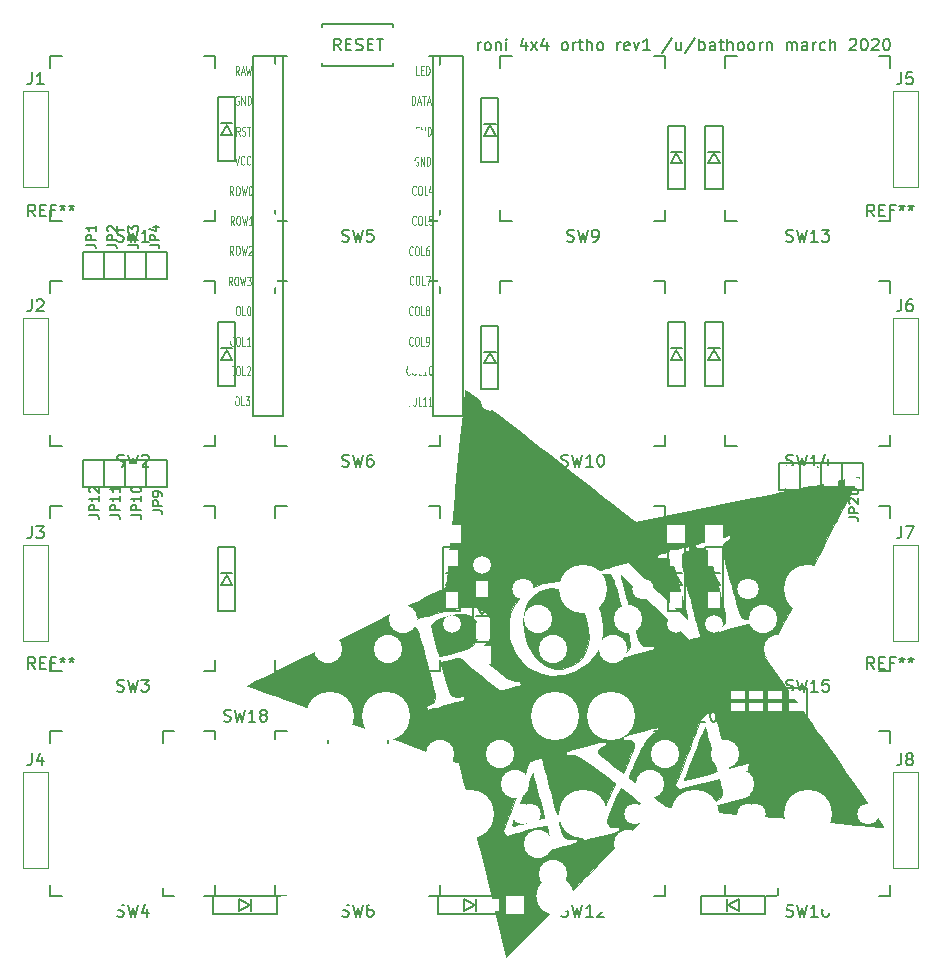
<source format=gto>
G04 #@! TF.GenerationSoftware,KiCad,Pcbnew,5.1.4+dfsg1-1*
G04 #@! TF.CreationDate,2020-03-28T17:09:33+01:00*
G04 #@! TF.ProjectId,roni4x4ortho,726f6e69-3478-4346-9f72-74686f2e6b69,rev?*
G04 #@! TF.SameCoordinates,Original*
G04 #@! TF.FileFunction,Legend,Top*
G04 #@! TF.FilePolarity,Positive*
%FSLAX46Y46*%
G04 Gerber Fmt 4.6, Leading zero omitted, Abs format (unit mm)*
G04 Created by KiCad (PCBNEW 5.1.4+dfsg1-1) date 2020-03-28 17:09:33*
%MOMM*%
%LPD*%
G04 APERTURE LIST*
%ADD10C,0.150000*%
%ADD11C,0.010000*%
%ADD12C,0.120000*%
%ADD13C,0.152400*%
%ADD14C,0.125000*%
%ADD15C,4.089800*%
%ADD16C,3.150000*%
%ADD17C,4.502000*%
%ADD18R,1.702000X1.702000*%
%ADD19R,1.245000X0.737000*%
%ADD20C,2.102000*%
%ADD21R,1.052000X1.402000*%
%ADD22R,1.499000X1.499000*%
%ADD23C,1.499000*%
%ADD24R,1.402000X1.052000*%
%ADD25C,2.388000*%
%ADD26C,1.803800*%
%ADD27C,1.626000*%
G04 APERTURE END LIST*
D10*
X110167062Y-14739916D02*
X110167062Y-14073250D01*
X110167062Y-14263726D02*
X110214681Y-14168488D01*
X110262300Y-14120869D01*
X110357538Y-14073250D01*
X110452776Y-14073250D01*
X110928967Y-14739916D02*
X110833729Y-14692297D01*
X110786110Y-14644678D01*
X110738491Y-14549440D01*
X110738491Y-14263726D01*
X110786110Y-14168488D01*
X110833729Y-14120869D01*
X110928967Y-14073250D01*
X111071824Y-14073250D01*
X111167062Y-14120869D01*
X111214681Y-14168488D01*
X111262300Y-14263726D01*
X111262300Y-14549440D01*
X111214681Y-14644678D01*
X111167062Y-14692297D01*
X111071824Y-14739916D01*
X110928967Y-14739916D01*
X111690872Y-14073250D02*
X111690872Y-14739916D01*
X111690872Y-14168488D02*
X111738491Y-14120869D01*
X111833729Y-14073250D01*
X111976586Y-14073250D01*
X112071824Y-14120869D01*
X112119443Y-14216107D01*
X112119443Y-14739916D01*
X112595634Y-14739916D02*
X112595634Y-14073250D01*
X112595634Y-13739916D02*
X112548014Y-13787536D01*
X112595634Y-13835155D01*
X112643253Y-13787536D01*
X112595634Y-13739916D01*
X112595634Y-13835155D01*
X114262300Y-14073250D02*
X114262300Y-14739916D01*
X114024205Y-13692297D02*
X113786110Y-14406583D01*
X114405157Y-14406583D01*
X114690872Y-14739916D02*
X115214681Y-14073250D01*
X114690872Y-14073250D02*
X115214681Y-14739916D01*
X116024205Y-14073250D02*
X116024205Y-14739916D01*
X115786110Y-13692297D02*
X115548014Y-14406583D01*
X116167062Y-14406583D01*
X117452776Y-14739916D02*
X117357538Y-14692297D01*
X117309919Y-14644678D01*
X117262300Y-14549440D01*
X117262300Y-14263726D01*
X117309919Y-14168488D01*
X117357538Y-14120869D01*
X117452776Y-14073250D01*
X117595634Y-14073250D01*
X117690872Y-14120869D01*
X117738491Y-14168488D01*
X117786110Y-14263726D01*
X117786110Y-14549440D01*
X117738491Y-14644678D01*
X117690872Y-14692297D01*
X117595634Y-14739916D01*
X117452776Y-14739916D01*
X118214681Y-14739916D02*
X118214681Y-14073250D01*
X118214681Y-14263726D02*
X118262300Y-14168488D01*
X118309919Y-14120869D01*
X118405157Y-14073250D01*
X118500395Y-14073250D01*
X118690872Y-14073250D02*
X119071824Y-14073250D01*
X118833729Y-13739916D02*
X118833729Y-14597059D01*
X118881348Y-14692297D01*
X118976586Y-14739916D01*
X119071824Y-14739916D01*
X119405157Y-14739916D02*
X119405157Y-13739916D01*
X119833729Y-14739916D02*
X119833729Y-14216107D01*
X119786110Y-14120869D01*
X119690872Y-14073250D01*
X119548014Y-14073250D01*
X119452776Y-14120869D01*
X119405157Y-14168488D01*
X120452776Y-14739916D02*
X120357538Y-14692297D01*
X120309919Y-14644678D01*
X120262300Y-14549440D01*
X120262300Y-14263726D01*
X120309919Y-14168488D01*
X120357538Y-14120869D01*
X120452776Y-14073250D01*
X120595634Y-14073250D01*
X120690872Y-14120869D01*
X120738491Y-14168488D01*
X120786110Y-14263726D01*
X120786110Y-14549440D01*
X120738491Y-14644678D01*
X120690872Y-14692297D01*
X120595634Y-14739916D01*
X120452776Y-14739916D01*
X121976586Y-14739916D02*
X121976586Y-14073250D01*
X121976586Y-14263726D02*
X122024205Y-14168488D01*
X122071824Y-14120869D01*
X122167062Y-14073250D01*
X122262300Y-14073250D01*
X122976586Y-14692297D02*
X122881348Y-14739916D01*
X122690872Y-14739916D01*
X122595634Y-14692297D01*
X122548014Y-14597059D01*
X122548014Y-14216107D01*
X122595634Y-14120869D01*
X122690872Y-14073250D01*
X122881348Y-14073250D01*
X122976586Y-14120869D01*
X123024205Y-14216107D01*
X123024205Y-14311345D01*
X122548014Y-14406583D01*
X123357538Y-14073250D02*
X123595634Y-14739916D01*
X123833729Y-14073250D01*
X124738491Y-14739916D02*
X124167062Y-14739916D01*
X124452776Y-14739916D02*
X124452776Y-13739916D01*
X124357538Y-13882774D01*
X124262300Y-13978012D01*
X124167062Y-14025631D01*
X126643253Y-13692297D02*
X125786110Y-14978012D01*
X127405157Y-14073250D02*
X127405157Y-14739916D01*
X126976586Y-14073250D02*
X126976586Y-14597059D01*
X127024205Y-14692297D01*
X127119443Y-14739916D01*
X127262300Y-14739916D01*
X127357538Y-14692297D01*
X127405157Y-14644678D01*
X128595634Y-13692297D02*
X127738491Y-14978012D01*
X128928967Y-14739916D02*
X128928967Y-13739916D01*
X128928967Y-14120869D02*
X129024205Y-14073250D01*
X129214681Y-14073250D01*
X129309919Y-14120869D01*
X129357538Y-14168488D01*
X129405157Y-14263726D01*
X129405157Y-14549440D01*
X129357538Y-14644678D01*
X129309919Y-14692297D01*
X129214681Y-14739916D01*
X129024205Y-14739916D01*
X128928967Y-14692297D01*
X130262300Y-14739916D02*
X130262300Y-14216107D01*
X130214681Y-14120869D01*
X130119443Y-14073250D01*
X129928967Y-14073250D01*
X129833729Y-14120869D01*
X130262300Y-14692297D02*
X130167062Y-14739916D01*
X129928967Y-14739916D01*
X129833729Y-14692297D01*
X129786110Y-14597059D01*
X129786110Y-14501821D01*
X129833729Y-14406583D01*
X129928967Y-14358964D01*
X130167062Y-14358964D01*
X130262300Y-14311345D01*
X130595634Y-14073250D02*
X130976586Y-14073250D01*
X130738491Y-13739916D02*
X130738491Y-14597059D01*
X130786110Y-14692297D01*
X130881348Y-14739916D01*
X130976586Y-14739916D01*
X131309919Y-14739916D02*
X131309919Y-13739916D01*
X131738491Y-14739916D02*
X131738491Y-14216107D01*
X131690872Y-14120869D01*
X131595634Y-14073250D01*
X131452776Y-14073250D01*
X131357538Y-14120869D01*
X131309919Y-14168488D01*
X132357538Y-14739916D02*
X132262300Y-14692297D01*
X132214681Y-14644678D01*
X132167062Y-14549440D01*
X132167062Y-14263726D01*
X132214681Y-14168488D01*
X132262300Y-14120869D01*
X132357538Y-14073250D01*
X132500395Y-14073250D01*
X132595634Y-14120869D01*
X132643253Y-14168488D01*
X132690872Y-14263726D01*
X132690872Y-14549440D01*
X132643253Y-14644678D01*
X132595634Y-14692297D01*
X132500395Y-14739916D01*
X132357538Y-14739916D01*
X133262300Y-14739916D02*
X133167062Y-14692297D01*
X133119443Y-14644678D01*
X133071824Y-14549440D01*
X133071824Y-14263726D01*
X133119443Y-14168488D01*
X133167062Y-14120869D01*
X133262300Y-14073250D01*
X133405157Y-14073250D01*
X133500395Y-14120869D01*
X133548014Y-14168488D01*
X133595634Y-14263726D01*
X133595634Y-14549440D01*
X133548014Y-14644678D01*
X133500395Y-14692297D01*
X133405157Y-14739916D01*
X133262300Y-14739916D01*
X134024205Y-14739916D02*
X134024205Y-14073250D01*
X134024205Y-14263726D02*
X134071824Y-14168488D01*
X134119443Y-14120869D01*
X134214681Y-14073250D01*
X134309919Y-14073250D01*
X134643253Y-14073250D02*
X134643253Y-14739916D01*
X134643253Y-14168488D02*
X134690872Y-14120869D01*
X134786110Y-14073250D01*
X134928967Y-14073250D01*
X135024205Y-14120869D01*
X135071824Y-14216107D01*
X135071824Y-14739916D01*
X136309919Y-14739916D02*
X136309919Y-14073250D01*
X136309919Y-14168488D02*
X136357538Y-14120869D01*
X136452776Y-14073250D01*
X136595634Y-14073250D01*
X136690872Y-14120869D01*
X136738491Y-14216107D01*
X136738491Y-14739916D01*
X136738491Y-14216107D02*
X136786110Y-14120869D01*
X136881348Y-14073250D01*
X137024205Y-14073250D01*
X137119443Y-14120869D01*
X137167062Y-14216107D01*
X137167062Y-14739916D01*
X138071824Y-14739916D02*
X138071824Y-14216107D01*
X138024205Y-14120869D01*
X137928967Y-14073250D01*
X137738491Y-14073250D01*
X137643253Y-14120869D01*
X138071824Y-14692297D02*
X137976586Y-14739916D01*
X137738491Y-14739916D01*
X137643253Y-14692297D01*
X137595634Y-14597059D01*
X137595634Y-14501821D01*
X137643253Y-14406583D01*
X137738491Y-14358964D01*
X137976586Y-14358964D01*
X138071824Y-14311345D01*
X138548014Y-14739916D02*
X138548014Y-14073250D01*
X138548014Y-14263726D02*
X138595634Y-14168488D01*
X138643253Y-14120869D01*
X138738491Y-14073250D01*
X138833729Y-14073250D01*
X139595634Y-14692297D02*
X139500395Y-14739916D01*
X139309919Y-14739916D01*
X139214681Y-14692297D01*
X139167062Y-14644678D01*
X139119443Y-14549440D01*
X139119443Y-14263726D01*
X139167062Y-14168488D01*
X139214681Y-14120869D01*
X139309919Y-14073250D01*
X139500395Y-14073250D01*
X139595634Y-14120869D01*
X140024205Y-14739916D02*
X140024205Y-13739916D01*
X140452776Y-14739916D02*
X140452776Y-14216107D01*
X140405157Y-14120869D01*
X140309919Y-14073250D01*
X140167062Y-14073250D01*
X140071824Y-14120869D01*
X140024205Y-14168488D01*
X141643253Y-13835155D02*
X141690872Y-13787536D01*
X141786110Y-13739916D01*
X142024205Y-13739916D01*
X142119443Y-13787536D01*
X142167062Y-13835155D01*
X142214681Y-13930393D01*
X142214681Y-14025631D01*
X142167062Y-14168488D01*
X141595634Y-14739916D01*
X142214681Y-14739916D01*
X142833729Y-13739916D02*
X142928967Y-13739916D01*
X143024205Y-13787536D01*
X143071824Y-13835155D01*
X143119443Y-13930393D01*
X143167062Y-14120869D01*
X143167062Y-14358964D01*
X143119443Y-14549440D01*
X143071824Y-14644678D01*
X143024205Y-14692297D01*
X142928967Y-14739916D01*
X142833729Y-14739916D01*
X142738491Y-14692297D01*
X142690872Y-14644678D01*
X142643253Y-14549440D01*
X142595634Y-14358964D01*
X142595634Y-14120869D01*
X142643253Y-13930393D01*
X142690872Y-13835155D01*
X142738491Y-13787536D01*
X142833729Y-13739916D01*
X143548014Y-13835155D02*
X143595634Y-13787536D01*
X143690872Y-13739916D01*
X143928967Y-13739916D01*
X144024205Y-13787536D01*
X144071824Y-13835155D01*
X144119443Y-13930393D01*
X144119443Y-14025631D01*
X144071824Y-14168488D01*
X143500395Y-14739916D01*
X144119443Y-14739916D01*
X144738491Y-13739916D02*
X144833729Y-13739916D01*
X144928967Y-13787536D01*
X144976586Y-13835155D01*
X145024205Y-13930393D01*
X145071824Y-14120869D01*
X145071824Y-14358964D01*
X145024205Y-14549440D01*
X144976586Y-14644678D01*
X144928967Y-14692297D01*
X144833729Y-14739916D01*
X144738491Y-14739916D01*
X144643253Y-14692297D01*
X144595634Y-14644678D01*
X144548014Y-14549440D01*
X144500395Y-14358964D01*
X144500395Y-14120869D01*
X144548014Y-13930393D01*
X144595634Y-13835155D01*
X144643253Y-13787536D01*
X144738491Y-13739916D01*
D11*
G36*
X116860619Y-60307347D02*
G01*
X117320894Y-60404912D01*
X117749826Y-60591437D01*
X117831983Y-60640690D01*
X118214340Y-60940240D01*
X118564696Y-61332398D01*
X118875645Y-61806835D01*
X119139785Y-62353224D01*
X119232232Y-62593960D01*
X119423847Y-63237060D01*
X119532024Y-63853276D01*
X119558327Y-64435896D01*
X119504321Y-64978205D01*
X119371573Y-65473487D01*
X119161647Y-65915030D01*
X118876109Y-66296118D01*
X118516525Y-66610038D01*
X118259348Y-66766802D01*
X117758205Y-66979280D01*
X117258203Y-67091312D01*
X116766920Y-67101746D01*
X116424075Y-67046000D01*
X115979358Y-66884522D01*
X115564816Y-66629849D01*
X115186469Y-66291828D01*
X114850336Y-65880306D01*
X114562440Y-65405128D01*
X114328799Y-64876142D01*
X114155436Y-64303192D01*
X114048369Y-63696127D01*
X114013558Y-63103723D01*
X114045340Y-62541049D01*
X114146170Y-62049148D01*
X114320485Y-61614971D01*
X114572723Y-61225467D01*
X114705383Y-61069412D01*
X115058253Y-60758395D01*
X115467819Y-60524265D01*
X115916474Y-60369438D01*
X116386610Y-60296327D01*
X116860619Y-60307347D01*
X116860619Y-60307347D01*
G37*
X116860619Y-60307347D02*
X117320894Y-60404912D01*
X117749826Y-60591437D01*
X117831983Y-60640690D01*
X118214340Y-60940240D01*
X118564696Y-61332398D01*
X118875645Y-61806835D01*
X119139785Y-62353224D01*
X119232232Y-62593960D01*
X119423847Y-63237060D01*
X119532024Y-63853276D01*
X119558327Y-64435896D01*
X119504321Y-64978205D01*
X119371573Y-65473487D01*
X119161647Y-65915030D01*
X118876109Y-66296118D01*
X118516525Y-66610038D01*
X118259348Y-66766802D01*
X117758205Y-66979280D01*
X117258203Y-67091312D01*
X116766920Y-67101746D01*
X116424075Y-67046000D01*
X115979358Y-66884522D01*
X115564816Y-66629849D01*
X115186469Y-66291828D01*
X114850336Y-65880306D01*
X114562440Y-65405128D01*
X114328799Y-64876142D01*
X114155436Y-64303192D01*
X114048369Y-63696127D01*
X114013558Y-63103723D01*
X114045340Y-62541049D01*
X114146170Y-62049148D01*
X114320485Y-61614971D01*
X114572723Y-61225467D01*
X114705383Y-61069412D01*
X115058253Y-60758395D01*
X115467819Y-60524265D01*
X115916474Y-60369438D01*
X116386610Y-60296327D01*
X116860619Y-60307347D01*
G36*
X108969219Y-62495698D02*
G01*
X109351310Y-62578585D01*
X109664742Y-62737972D01*
X109907789Y-62973140D01*
X110078726Y-63283368D01*
X110175827Y-63667937D01*
X110195119Y-63867654D01*
X110184018Y-64254071D01*
X110099040Y-64578206D01*
X109932603Y-64860276D01*
X109748977Y-65057104D01*
X109628676Y-65160716D01*
X109502956Y-65249592D01*
X109356806Y-65329799D01*
X109175219Y-65407404D01*
X108943186Y-65488476D01*
X108645696Y-65579081D01*
X108267742Y-65685287D01*
X108045856Y-65745609D01*
X107733777Y-65829985D01*
X107453371Y-65906039D01*
X107222003Y-65969043D01*
X107057037Y-66014267D01*
X106975841Y-66036982D01*
X106973987Y-66037533D01*
X106942790Y-66029652D01*
X106907404Y-65980716D01*
X106864215Y-65880113D01*
X106809605Y-65717235D01*
X106739961Y-65481470D01*
X106651667Y-65162209D01*
X106563070Y-64831638D01*
X106471277Y-64481682D01*
X106389503Y-64161387D01*
X106321549Y-63886346D01*
X106271217Y-63672150D01*
X106242307Y-63534390D01*
X106236803Y-63493254D01*
X106290986Y-63322590D01*
X106450858Y-63155082D01*
X106716321Y-62990794D01*
X107087276Y-62829789D01*
X107428241Y-62713236D01*
X108005959Y-62562304D01*
X108520193Y-62490031D01*
X108969219Y-62495698D01*
X108969219Y-62495698D01*
G37*
X108969219Y-62495698D02*
X109351310Y-62578585D01*
X109664742Y-62737972D01*
X109907789Y-62973140D01*
X110078726Y-63283368D01*
X110175827Y-63667937D01*
X110195119Y-63867654D01*
X110184018Y-64254071D01*
X110099040Y-64578206D01*
X109932603Y-64860276D01*
X109748977Y-65057104D01*
X109628676Y-65160716D01*
X109502956Y-65249592D01*
X109356806Y-65329799D01*
X109175219Y-65407404D01*
X108943186Y-65488476D01*
X108645696Y-65579081D01*
X108267742Y-65685287D01*
X108045856Y-65745609D01*
X107733777Y-65829985D01*
X107453371Y-65906039D01*
X107222003Y-65969043D01*
X107057037Y-66014267D01*
X106975841Y-66036982D01*
X106973987Y-66037533D01*
X106942790Y-66029652D01*
X106907404Y-65980716D01*
X106864215Y-65880113D01*
X106809605Y-65717235D01*
X106739961Y-65481470D01*
X106651667Y-65162209D01*
X106563070Y-64831638D01*
X106471277Y-64481682D01*
X106389503Y-64161387D01*
X106321549Y-63886346D01*
X106271217Y-63672150D01*
X106242307Y-63534390D01*
X106236803Y-63493254D01*
X106290986Y-63322590D01*
X106450858Y-63155082D01*
X106716321Y-62990794D01*
X107087276Y-62829789D01*
X107428241Y-62713236D01*
X108005959Y-62562304D01*
X108520193Y-62490031D01*
X108969219Y-62495698D01*
G36*
X129427264Y-72113495D02*
G01*
X129471602Y-72274188D01*
X129534508Y-72505634D01*
X129612300Y-72794008D01*
X129701298Y-73125480D01*
X129797818Y-73486224D01*
X129898180Y-73862411D01*
X129998703Y-74240215D01*
X130095704Y-74605808D01*
X130185502Y-74945361D01*
X130264416Y-75245049D01*
X130328764Y-75491042D01*
X130374864Y-75669514D01*
X130399035Y-75766636D01*
X130401735Y-75780388D01*
X130350617Y-75795921D01*
X130210842Y-75834994D01*
X129996019Y-75893896D01*
X129719756Y-75968912D01*
X129395661Y-76056330D01*
X129078475Y-76141430D01*
X128718793Y-76238032D01*
X128390744Y-76326765D01*
X128108879Y-76403642D01*
X127887747Y-76464677D01*
X127741900Y-76505885D01*
X127687886Y-76522385D01*
X127653706Y-76515758D01*
X127662315Y-76444422D01*
X127715844Y-76294355D01*
X127726677Y-76267176D01*
X127770755Y-76155484D01*
X127848037Y-75957464D01*
X127953702Y-75685552D01*
X128082931Y-75352188D01*
X128230904Y-74969807D01*
X128392799Y-74550850D01*
X128563798Y-74107752D01*
X128612994Y-73980167D01*
X128780328Y-73548774D01*
X128936152Y-73152154D01*
X129076394Y-72800298D01*
X129196980Y-72503197D01*
X129293834Y-72270843D01*
X129362884Y-72113228D01*
X129400054Y-72040342D01*
X129405175Y-72037385D01*
X129427264Y-72113495D01*
X129427264Y-72113495D01*
G37*
X129427264Y-72113495D02*
X129471602Y-72274188D01*
X129534508Y-72505634D01*
X129612300Y-72794008D01*
X129701298Y-73125480D01*
X129797818Y-73486224D01*
X129898180Y-73862411D01*
X129998703Y-74240215D01*
X130095704Y-74605808D01*
X130185502Y-74945361D01*
X130264416Y-75245049D01*
X130328764Y-75491042D01*
X130374864Y-75669514D01*
X130399035Y-75766636D01*
X130401735Y-75780388D01*
X130350617Y-75795921D01*
X130210842Y-75834994D01*
X129996019Y-75893896D01*
X129719756Y-75968912D01*
X129395661Y-76056330D01*
X129078475Y-76141430D01*
X128718793Y-76238032D01*
X128390744Y-76326765D01*
X128108879Y-76403642D01*
X127887747Y-76464677D01*
X127741900Y-76505885D01*
X127687886Y-76522385D01*
X127653706Y-76515758D01*
X127662315Y-76444422D01*
X127715844Y-76294355D01*
X127726677Y-76267176D01*
X127770755Y-76155484D01*
X127848037Y-75957464D01*
X127953702Y-75685552D01*
X128082931Y-75352188D01*
X128230904Y-74969807D01*
X128392799Y-74550850D01*
X128563798Y-74107752D01*
X128612994Y-73980167D01*
X128780328Y-73548774D01*
X128936152Y-73152154D01*
X129076394Y-72800298D01*
X129196980Y-72503197D01*
X129293834Y-72270843D01*
X129362884Y-72113228D01*
X129400054Y-72040342D01*
X129405175Y-72037385D01*
X129427264Y-72113495D01*
G36*
X114826353Y-76041511D02*
G01*
X114871308Y-76203905D01*
X114934721Y-76436649D01*
X115012906Y-76725906D01*
X115102173Y-77057837D01*
X115198835Y-77418606D01*
X115299204Y-77794375D01*
X115399591Y-78171306D01*
X115496309Y-78535563D01*
X115585669Y-78873308D01*
X115663983Y-79170704D01*
X115727563Y-79413912D01*
X115772721Y-79589097D01*
X115795769Y-79682420D01*
X115797916Y-79694066D01*
X115743194Y-79711445D01*
X115602577Y-79750917D01*
X115392643Y-79808116D01*
X115129970Y-79878676D01*
X114831136Y-79958234D01*
X114512720Y-80042422D01*
X114191298Y-80126877D01*
X113883449Y-80207231D01*
X113605751Y-80279122D01*
X113374783Y-80338181D01*
X113207121Y-80380046D01*
X113119344Y-80400349D01*
X113111024Y-80401584D01*
X113073904Y-80360958D01*
X113079000Y-80308979D01*
X113119358Y-80188721D01*
X113190664Y-79993005D01*
X113288211Y-79733692D01*
X113407293Y-79422641D01*
X113543203Y-79071714D01*
X113691234Y-78692769D01*
X113846679Y-78297668D01*
X114004833Y-77898271D01*
X114160989Y-77506438D01*
X114310439Y-77134029D01*
X114448477Y-76792904D01*
X114570397Y-76494923D01*
X114671492Y-76251948D01*
X114747055Y-76075837D01*
X114792380Y-75978452D01*
X114803546Y-75963303D01*
X114826353Y-76041511D01*
X114826353Y-76041511D01*
G37*
X114826353Y-76041511D02*
X114871308Y-76203905D01*
X114934721Y-76436649D01*
X115012906Y-76725906D01*
X115102173Y-77057837D01*
X115198835Y-77418606D01*
X115299204Y-77794375D01*
X115399591Y-78171306D01*
X115496309Y-78535563D01*
X115585669Y-78873308D01*
X115663983Y-79170704D01*
X115727563Y-79413912D01*
X115772721Y-79589097D01*
X115795769Y-79682420D01*
X115797916Y-79694066D01*
X115743194Y-79711445D01*
X115602577Y-79750917D01*
X115392643Y-79808116D01*
X115129970Y-79878676D01*
X114831136Y-79958234D01*
X114512720Y-80042422D01*
X114191298Y-80126877D01*
X113883449Y-80207231D01*
X113605751Y-80279122D01*
X113374783Y-80338181D01*
X113207121Y-80380046D01*
X113119344Y-80400349D01*
X113111024Y-80401584D01*
X113073904Y-80360958D01*
X113079000Y-80308979D01*
X113119358Y-80188721D01*
X113190664Y-79993005D01*
X113288211Y-79733692D01*
X113407293Y-79422641D01*
X113543203Y-79071714D01*
X113691234Y-78692769D01*
X113846679Y-78297668D01*
X114004833Y-77898271D01*
X114160989Y-77506438D01*
X114310439Y-77134029D01*
X114448477Y-76792904D01*
X114570397Y-76494923D01*
X114671492Y-76251948D01*
X114747055Y-76075837D01*
X114792380Y-75978452D01*
X114803546Y-75963303D01*
X114826353Y-76041511D01*
G36*
X109159986Y-43543092D02*
G01*
X109211854Y-43568943D01*
X109284328Y-43612508D01*
X109381126Y-43676606D01*
X109505965Y-43764055D01*
X109662560Y-43877672D01*
X109854629Y-44020276D01*
X110085889Y-44194682D01*
X110360055Y-44403710D01*
X110680846Y-44650177D01*
X111051976Y-44936901D01*
X111477165Y-45266699D01*
X111960127Y-45642389D01*
X112504580Y-46066789D01*
X113114240Y-46542716D01*
X113792825Y-47072988D01*
X114544050Y-47660423D01*
X115371633Y-48307839D01*
X116159491Y-48924308D01*
X116921474Y-49520553D01*
X117662354Y-50100263D01*
X118377703Y-50659976D01*
X119063096Y-51196230D01*
X119714105Y-51705561D01*
X120326303Y-52184507D01*
X120895265Y-52629604D01*
X121416562Y-53037390D01*
X121885769Y-53404402D01*
X122298459Y-53727177D01*
X122650204Y-54002253D01*
X122936578Y-54226166D01*
X123153154Y-54395453D01*
X123295506Y-54506652D01*
X123359206Y-54556301D01*
X123360440Y-54557254D01*
X123523472Y-54682996D01*
X132963093Y-52754770D01*
X133944477Y-52554441D01*
X134897883Y-52360092D01*
X135818152Y-52172765D01*
X136700127Y-51993498D01*
X137538647Y-51823331D01*
X138328556Y-51663305D01*
X139064693Y-51514459D01*
X139741901Y-51377833D01*
X140355021Y-51254467D01*
X140898894Y-51145401D01*
X141368362Y-51051675D01*
X141758265Y-50974328D01*
X142063446Y-50914401D01*
X142278746Y-50872933D01*
X142399006Y-50850964D01*
X142423853Y-50847682D01*
X142401822Y-50895463D01*
X142334159Y-51031084D01*
X142224011Y-51248463D01*
X142074524Y-51541518D01*
X141888845Y-51904167D01*
X141670121Y-52330327D01*
X141421497Y-52813918D01*
X141146122Y-53348856D01*
X140847141Y-53929059D01*
X140527700Y-54548446D01*
X140190948Y-55200935D01*
X139840029Y-55880443D01*
X139478091Y-56580889D01*
X139108281Y-57296190D01*
X138733745Y-58020264D01*
X138357629Y-58747030D01*
X137983080Y-59470405D01*
X137613245Y-60184307D01*
X137251271Y-60882654D01*
X136900304Y-61559364D01*
X136563490Y-62208355D01*
X136243976Y-62823545D01*
X135944910Y-63398852D01*
X135669436Y-63928193D01*
X135420703Y-64405488D01*
X135201856Y-64824653D01*
X135016043Y-65179607D01*
X134866410Y-65464268D01*
X134756103Y-65672553D01*
X134701178Y-65774793D01*
X134497155Y-66149878D01*
X139542656Y-73315418D01*
X140202583Y-74252883D01*
X140803853Y-75107598D01*
X141348962Y-75883195D01*
X141840404Y-76583303D01*
X142280674Y-77211553D01*
X142672264Y-77771576D01*
X143017670Y-78267001D01*
X143319386Y-78701458D01*
X143579906Y-79078579D01*
X143801724Y-79401993D01*
X143987335Y-79675331D01*
X144139233Y-79902222D01*
X144259913Y-80086297D01*
X144351868Y-80231187D01*
X144417592Y-80340522D01*
X144459581Y-80417931D01*
X144480329Y-80467045D01*
X144482328Y-80491495D01*
X144476116Y-80495777D01*
X144412199Y-80492517D01*
X144248377Y-80479853D01*
X143990115Y-80458280D01*
X143642878Y-80428294D01*
X143212131Y-80390389D01*
X142703338Y-80345061D01*
X142121965Y-80292804D01*
X141473476Y-80234113D01*
X140763336Y-80169483D01*
X139997009Y-80099408D01*
X139179961Y-80024385D01*
X138317657Y-79944908D01*
X137415560Y-79861471D01*
X136479136Y-79774570D01*
X135513850Y-79684700D01*
X135294442Y-79664233D01*
X134148764Y-79557302D01*
X133103727Y-79459687D01*
X132154597Y-79370887D01*
X131296637Y-79290401D01*
X130525113Y-79217729D01*
X129835288Y-79152370D01*
X129222428Y-79093822D01*
X128681797Y-79041586D01*
X128208659Y-78995159D01*
X127798280Y-78954042D01*
X127445924Y-78917733D01*
X127146854Y-78885731D01*
X126896337Y-78857537D01*
X126689636Y-78832648D01*
X126522015Y-78810564D01*
X126388741Y-78790784D01*
X126285076Y-78772807D01*
X126206287Y-78756133D01*
X126147636Y-78740261D01*
X126104389Y-78724689D01*
X126071811Y-78708917D01*
X126045165Y-78692444D01*
X126034025Y-78684793D01*
X125854534Y-78555985D01*
X125625192Y-78385847D01*
X125356970Y-78183024D01*
X125060842Y-77956157D01*
X124747780Y-77713889D01*
X124428754Y-77464865D01*
X124114739Y-77217726D01*
X123816706Y-76981116D01*
X123752094Y-76929289D01*
X126877966Y-76929289D01*
X127017918Y-77117624D01*
X127103965Y-77233840D01*
X127157658Y-77307158D01*
X127165422Y-77318186D01*
X127216386Y-77307955D01*
X127357552Y-77273281D01*
X127576938Y-77217272D01*
X127862561Y-77143036D01*
X128202438Y-77053678D01*
X128584588Y-76952307D01*
X128857943Y-76879313D01*
X129263155Y-76772362D01*
X129635679Y-76676979D01*
X129963258Y-76596073D01*
X130233636Y-76532553D01*
X130434557Y-76489328D01*
X130553765Y-76469305D01*
X130581722Y-76470210D01*
X130615203Y-76545835D01*
X130659975Y-76698599D01*
X130710057Y-76901226D01*
X130759469Y-77126442D01*
X130802228Y-77346970D01*
X130832354Y-77535537D01*
X130843865Y-77664865D01*
X130843866Y-77665636D01*
X130793320Y-77880980D01*
X130650037Y-78070933D01*
X130426547Y-78221017D01*
X130326424Y-78263403D01*
X130173525Y-78323547D01*
X130063100Y-78374084D01*
X130033958Y-78391842D01*
X130016169Y-78459628D01*
X130027442Y-78568633D01*
X130058068Y-78668721D01*
X130095540Y-78709865D01*
X130153309Y-78697173D01*
X130300525Y-78660472D01*
X130524391Y-78603076D01*
X130812109Y-78528299D01*
X131150882Y-78439456D01*
X131527911Y-78339861D01*
X131679019Y-78299761D01*
X132117212Y-78183168D01*
X132463629Y-78089984D01*
X132728776Y-78016445D01*
X132923160Y-77958782D01*
X133057291Y-77913230D01*
X133141674Y-77876022D01*
X133186818Y-77843391D01*
X133203229Y-77811571D01*
X133201417Y-77776795D01*
X133196629Y-77755750D01*
X133160953Y-77644225D01*
X133105044Y-77588386D01*
X133002308Y-77578323D01*
X132826155Y-77604127D01*
X132801783Y-77608613D01*
X132500504Y-77625017D01*
X132252246Y-77554815D01*
X132063234Y-77400200D01*
X132015285Y-77331621D01*
X131967474Y-77229733D01*
X131905260Y-77065616D01*
X131836237Y-76863756D01*
X131768005Y-76648639D01*
X131708158Y-76444750D01*
X131664294Y-76276576D01*
X131644010Y-76168602D01*
X131646444Y-76142776D01*
X131701289Y-76123920D01*
X131839215Y-76083900D01*
X132040868Y-76028146D01*
X132286892Y-75962087D01*
X132351991Y-75944880D01*
X133039908Y-75763621D01*
X133077575Y-75425929D01*
X133095316Y-75250985D01*
X133104722Y-75125117D01*
X133104033Y-75077438D01*
X133051867Y-75086676D01*
X132915068Y-75119196D01*
X132711160Y-75170613D01*
X132457664Y-75236546D01*
X132285688Y-75282148D01*
X132009908Y-75354172D01*
X131772270Y-75413173D01*
X131590485Y-75455001D01*
X131482262Y-75475501D01*
X131459941Y-75475766D01*
X131442904Y-75421722D01*
X131401502Y-75275667D01*
X131338531Y-75047877D01*
X131256789Y-74748629D01*
X131159073Y-74388199D01*
X131048182Y-73976865D01*
X130926912Y-73524903D01*
X130820286Y-73125931D01*
X130692449Y-72647626D01*
X130572642Y-72201064D01*
X130463669Y-71796577D01*
X130368336Y-71444499D01*
X130289446Y-71155160D01*
X130229806Y-70938894D01*
X130192219Y-70806032D01*
X130179791Y-70766517D01*
X130123802Y-70765708D01*
X129988575Y-70788813D01*
X129796861Y-70831468D01*
X129652402Y-70867696D01*
X129417047Y-70931556D01*
X129263167Y-70982572D01*
X129169147Y-71031846D01*
X129113375Y-71090480D01*
X129076795Y-71163360D01*
X129041902Y-71254226D01*
X128976703Y-71430531D01*
X128886379Y-71678009D01*
X128776111Y-71982391D01*
X128651083Y-72329413D01*
X128516476Y-72704805D01*
X128489022Y-72781584D01*
X128318920Y-73250089D01*
X128124455Y-73773355D01*
X127918469Y-74317623D01*
X127713801Y-74849134D01*
X127523293Y-75334128D01*
X127423442Y-75583040D01*
X126877966Y-76929289D01*
X123752094Y-76929289D01*
X123545627Y-76763678D01*
X123312475Y-76574055D01*
X123128221Y-76420890D01*
X123003839Y-76312826D01*
X122950299Y-76258505D01*
X122949086Y-76254725D01*
X122983801Y-76161083D01*
X123056678Y-75988039D01*
X123160296Y-75751707D01*
X123287236Y-75468197D01*
X123430077Y-75153623D01*
X123581398Y-74824096D01*
X123733780Y-74495730D01*
X123879801Y-74184636D01*
X124012042Y-73906927D01*
X124123081Y-73678715D01*
X124205500Y-73516114D01*
X124235948Y-73460475D01*
X124406670Y-73181753D01*
X124560917Y-72973729D01*
X124723811Y-72809785D01*
X124920474Y-72663305D01*
X125085054Y-72560840D01*
X125267829Y-72448910D01*
X125374589Y-72370194D01*
X125422044Y-72306882D01*
X125426902Y-72241169D01*
X125419282Y-72204624D01*
X125386376Y-72095076D01*
X125363325Y-72045903D01*
X125307353Y-72051776D01*
X125165721Y-72082414D01*
X124954078Y-72133576D01*
X124688076Y-72201020D01*
X124383364Y-72280504D01*
X124055592Y-72367785D01*
X123720411Y-72458620D01*
X123393472Y-72548769D01*
X123090423Y-72633989D01*
X122826916Y-72710037D01*
X122618601Y-72772671D01*
X122481128Y-72817649D01*
X122430147Y-72840730D01*
X122430116Y-72840986D01*
X122447261Y-72915993D01*
X122479407Y-73010172D01*
X122520603Y-73089016D01*
X122586287Y-73121205D01*
X122710745Y-73118850D01*
X122769572Y-73112667D01*
X123038380Y-73119278D01*
X123241633Y-73200700D01*
X123371042Y-73348277D01*
X123418315Y-73553353D01*
X123389523Y-73759985D01*
X123347858Y-73884969D01*
X123275764Y-74074678D01*
X123180550Y-74312148D01*
X123069526Y-74580411D01*
X122950004Y-74862502D01*
X122829294Y-75141455D01*
X122714705Y-75400305D01*
X122613549Y-75622085D01*
X122533136Y-75789830D01*
X122480776Y-75886574D01*
X122465908Y-75903482D01*
X122411246Y-75872398D01*
X122288306Y-75786442D01*
X122111529Y-75656757D01*
X121895355Y-75494487D01*
X121654228Y-75310775D01*
X121402589Y-75116764D01*
X121154878Y-74923598D01*
X120925538Y-74742420D01*
X120729010Y-74584373D01*
X120579736Y-74460602D01*
X120492157Y-74382248D01*
X120485429Y-74375310D01*
X120376612Y-74199188D01*
X120366853Y-74022531D01*
X120450172Y-73857742D01*
X120620586Y-73717223D01*
X120849781Y-73619852D01*
X120991492Y-73561010D01*
X121049112Y-73486714D01*
X121053473Y-73447895D01*
X121051116Y-73374365D01*
X121038453Y-73318272D01*
X121005298Y-73280696D01*
X120941466Y-73262721D01*
X120836769Y-73265426D01*
X120681022Y-73289893D01*
X120464038Y-73337204D01*
X120175631Y-73408439D01*
X119805615Y-73504681D01*
X119343804Y-73627011D01*
X119328866Y-73630978D01*
X118929470Y-73737755D01*
X118563173Y-73837043D01*
X118242453Y-73925352D01*
X117979791Y-73999193D01*
X117787668Y-74055075D01*
X117678562Y-74089510D01*
X117658458Y-74098047D01*
X117641540Y-74168681D01*
X117651397Y-74276479D01*
X117670976Y-74351540D01*
X117709209Y-74394992D01*
X117790532Y-74415469D01*
X117939382Y-74421608D01*
X118063203Y-74422000D01*
X118303866Y-74431174D01*
X118490489Y-74466049D01*
X118673847Y-74537659D01*
X118736486Y-74568296D01*
X118834356Y-74627118D01*
X118998024Y-74736231D01*
X119215671Y-74886965D01*
X119475478Y-75070648D01*
X119765627Y-75278611D01*
X120074300Y-75502182D01*
X120389678Y-75732691D01*
X120699943Y-75961466D01*
X120993276Y-76179837D01*
X121257860Y-76379133D01*
X121481875Y-76550683D01*
X121653504Y-76685816D01*
X121760928Y-76775862D01*
X121792961Y-76810751D01*
X121771594Y-76876015D01*
X121709221Y-77022604D01*
X121612279Y-77237236D01*
X121487203Y-77506633D01*
X121340427Y-77817513D01*
X121178389Y-78156596D01*
X121007522Y-78510601D01*
X120834263Y-78866248D01*
X120665046Y-79210257D01*
X120506308Y-79529348D01*
X120364484Y-79810239D01*
X120246009Y-80039651D01*
X120157318Y-80204303D01*
X120110213Y-80283336D01*
X119791831Y-80676175D01*
X119407510Y-81027091D01*
X119208176Y-81171201D01*
X119067421Y-81282406D01*
X119016793Y-81387169D01*
X119047577Y-81516886D01*
X119089538Y-81598705D01*
X119143704Y-81606680D01*
X119284185Y-81587065D01*
X119514158Y-81539156D01*
X119836798Y-81462252D01*
X120255280Y-81355649D01*
X120604491Y-81263634D01*
X120984227Y-81161672D01*
X121330418Y-81067067D01*
X121629916Y-80983546D01*
X121869573Y-80914833D01*
X122036242Y-80864653D01*
X122116774Y-80836730D01*
X122121775Y-80833805D01*
X122138449Y-80761390D01*
X122128156Y-80649386D01*
X122095843Y-80550051D01*
X122028428Y-80511283D01*
X121907331Y-80508992D01*
X121669712Y-80514164D01*
X121507309Y-80499035D01*
X121390318Y-80456388D01*
X121288934Y-80379009D01*
X121261879Y-80352737D01*
X121145969Y-80199087D01*
X121107657Y-80028508D01*
X121107200Y-80002158D01*
X121123147Y-79900871D01*
X121172341Y-79736603D01*
X121256806Y-79504345D01*
X121378568Y-79199088D01*
X121539652Y-78815821D01*
X121742084Y-78349536D01*
X121987889Y-77795223D01*
X122107032Y-77529430D01*
X122268218Y-77170819D01*
X123288438Y-77973542D01*
X123685622Y-78287585D01*
X124005484Y-78544329D01*
X124255231Y-78750155D01*
X124442073Y-78911443D01*
X124573218Y-79034576D01*
X124655875Y-79125933D01*
X124697251Y-79191896D01*
X124705533Y-79227963D01*
X124668751Y-79273047D01*
X124561030Y-79388936D01*
X124386304Y-79571640D01*
X124148508Y-79817168D01*
X123851580Y-80121530D01*
X123499452Y-80480735D01*
X123096062Y-80890793D01*
X122645344Y-81347713D01*
X122151234Y-81847504D01*
X121617667Y-82386176D01*
X121048579Y-82959739D01*
X120447904Y-83564202D01*
X119819579Y-84195575D01*
X119167538Y-84849866D01*
X118632713Y-85385879D01*
X112559893Y-91468895D01*
X110576150Y-83285888D01*
X110355480Y-82376055D01*
X110141338Y-81494003D01*
X109979895Y-80829678D01*
X112274512Y-80829678D01*
X112417835Y-81036346D01*
X112527215Y-81165941D01*
X112618274Y-81220957D01*
X112640533Y-81220099D01*
X112884331Y-81151287D01*
X113181934Y-81069788D01*
X113518952Y-80979298D01*
X113880998Y-80883514D01*
X114253685Y-80786132D01*
X114622625Y-80690851D01*
X114973430Y-80601367D01*
X115291713Y-80521377D01*
X115563086Y-80454578D01*
X115773161Y-80404667D01*
X115907551Y-80375340D01*
X115951472Y-80369337D01*
X115992327Y-80430970D01*
X116041378Y-80572376D01*
X116093346Y-80768360D01*
X116142955Y-80993722D01*
X116184923Y-81223264D01*
X116213973Y-81431790D01*
X116224827Y-81594101D01*
X116220948Y-81655667D01*
X116136884Y-81880485D01*
X115963163Y-82056676D01*
X115714956Y-82181706D01*
X115563944Y-82241206D01*
X115455653Y-82291157D01*
X115428958Y-82307676D01*
X115407132Y-82381070D01*
X115424494Y-82490052D01*
X115467382Y-82586002D01*
X115516999Y-82621007D01*
X115581673Y-82606783D01*
X115735163Y-82568055D01*
X115964220Y-82508318D01*
X116255596Y-82431067D01*
X116596045Y-82339796D01*
X116972319Y-82238001D01*
X117085533Y-82207206D01*
X117517146Y-82089370D01*
X117857311Y-81995229D01*
X118116761Y-81920914D01*
X118306231Y-81862558D01*
X118436454Y-81816293D01*
X118518162Y-81778249D01*
X118562090Y-81744560D01*
X118578970Y-81711356D01*
X118579536Y-81674770D01*
X118578908Y-81669011D01*
X118549061Y-81546002D01*
X118481178Y-81489085D01*
X118352384Y-81488011D01*
X118228024Y-81511762D01*
X117944627Y-81537180D01*
X117694287Y-81486184D01*
X117499647Y-81364464D01*
X117458010Y-81318225D01*
X117391236Y-81202005D01*
X117312273Y-81018533D01*
X117235862Y-80802909D01*
X117219653Y-80750647D01*
X117134212Y-80470939D01*
X117078971Y-80275922D01*
X117059369Y-80147392D01*
X117080847Y-80067143D01*
X117148845Y-80016969D01*
X117268803Y-79978666D01*
X117446162Y-79934029D01*
X117465169Y-79929067D01*
X117710083Y-79864113D01*
X117954430Y-79798404D01*
X118151211Y-79744595D01*
X118176143Y-79737656D01*
X118446544Y-79662103D01*
X118476546Y-79331239D01*
X118490293Y-79157736D01*
X118496390Y-79033385D01*
X118494086Y-78987915D01*
X118441539Y-78996794D01*
X118304527Y-79029406D01*
X118100602Y-79081324D01*
X117847318Y-79148120D01*
X117677114Y-79193998D01*
X117402034Y-79267146D01*
X117165142Y-79327143D01*
X116984125Y-79369749D01*
X116876668Y-79390724D01*
X116854829Y-79391126D01*
X116837949Y-79337123D01*
X116796823Y-79191271D01*
X116734288Y-78964031D01*
X116653180Y-78665863D01*
X116556339Y-78307228D01*
X116446600Y-77898586D01*
X116326801Y-77450398D01*
X116239010Y-77120750D01*
X116112762Y-76646968D01*
X115993664Y-76201895D01*
X115884712Y-75796585D01*
X115788897Y-75442087D01*
X115709214Y-75149453D01*
X115648656Y-74929735D01*
X115610216Y-74793983D01*
X115598419Y-74755758D01*
X115555872Y-74639725D01*
X115063932Y-74773515D01*
X114848076Y-74834812D01*
X114671675Y-74889749D01*
X114559241Y-74930443D01*
X114533185Y-74944231D01*
X114506542Y-75001336D01*
X114449065Y-75146088D01*
X114365275Y-75366379D01*
X114259694Y-75650105D01*
X114136843Y-75985159D01*
X114001245Y-76359434D01*
X113917238Y-76593348D01*
X113744295Y-77070068D01*
X113551670Y-77590162D01*
X113350308Y-78124800D01*
X113151149Y-78645152D01*
X112965137Y-79122387D01*
X112807304Y-79517610D01*
X112274512Y-80829678D01*
X109979895Y-80829678D01*
X109935071Y-80645235D01*
X109738024Y-79835252D01*
X109551543Y-79069557D01*
X109376971Y-78353653D01*
X109215656Y-77693041D01*
X109068943Y-77093224D01*
X108938176Y-76559704D01*
X108824702Y-76097983D01*
X108729866Y-75713565D01*
X108655012Y-75411950D01*
X108601488Y-75198642D01*
X108570637Y-75079142D01*
X108563394Y-75054400D01*
X108511367Y-75031624D01*
X108364771Y-74974795D01*
X108128601Y-74885738D01*
X107807856Y-74766282D01*
X107407529Y-74618252D01*
X106932619Y-74443474D01*
X106388121Y-74243774D01*
X105779033Y-74020981D01*
X105110349Y-73776918D01*
X104387067Y-73513414D01*
X103614183Y-73232294D01*
X102796693Y-72935385D01*
X101939594Y-72624513D01*
X101047882Y-72301505D01*
X100126553Y-71968187D01*
X99598776Y-71777432D01*
X98663330Y-71439391D01*
X97754813Y-71110965D01*
X96878208Y-70793961D01*
X96038503Y-70490186D01*
X95240683Y-70201449D01*
X94489733Y-69929556D01*
X93790640Y-69676315D01*
X93148389Y-69443533D01*
X92567966Y-69233018D01*
X92054357Y-69046577D01*
X91612547Y-68886017D01*
X91247522Y-68753146D01*
X90964269Y-68649771D01*
X90767772Y-68577700D01*
X90663017Y-68538740D01*
X90646276Y-68532049D01*
X90691118Y-68507187D01*
X90826075Y-68437779D01*
X91046396Y-68326192D01*
X91347327Y-68174794D01*
X91724118Y-67985952D01*
X92172017Y-67762034D01*
X92686270Y-67505406D01*
X93262127Y-67218437D01*
X93894835Y-66903493D01*
X94579642Y-66562943D01*
X95311796Y-66199153D01*
X96086545Y-65814491D01*
X96899137Y-65411324D01*
X97744820Y-64992020D01*
X98618842Y-64558947D01*
X99055269Y-64342802D01*
X99941719Y-63903840D01*
X100802398Y-63477626D01*
X101280546Y-63240835D01*
X103914632Y-63240835D01*
X103939118Y-63345954D01*
X103970099Y-63418010D01*
X104016419Y-63458861D01*
X104103706Y-63476028D01*
X104257588Y-63477030D01*
X104374159Y-63473603D01*
X104576330Y-63469736D01*
X104705132Y-63480474D01*
X104792884Y-63514896D01*
X104871904Y-63582081D01*
X104912745Y-63624908D01*
X105012494Y-63765525D01*
X105112658Y-63960318D01*
X105174319Y-64117998D01*
X105229626Y-64296709D01*
X105304365Y-64554398D01*
X105395225Y-64878391D01*
X105498894Y-65256016D01*
X105612062Y-65674601D01*
X105731416Y-66121472D01*
X105853645Y-66583958D01*
X105975438Y-67049386D01*
X106093483Y-67505083D01*
X106204469Y-67938378D01*
X106305085Y-68336596D01*
X106392018Y-68687066D01*
X106461959Y-68977116D01*
X106511595Y-69194072D01*
X106537615Y-69325263D01*
X106540262Y-69345373D01*
X106541726Y-69612533D01*
X106478972Y-69812916D01*
X106338475Y-69969427D01*
X106106709Y-70104971D01*
X106086038Y-70114579D01*
X105919596Y-70193300D01*
X105831176Y-70249966D01*
X105802580Y-70306591D01*
X105815608Y-70385192D01*
X105828076Y-70426667D01*
X105880178Y-70596432D01*
X106442543Y-70445304D01*
X106679603Y-70381643D01*
X106990007Y-70298352D01*
X107344866Y-70203180D01*
X107715294Y-70103874D01*
X108025764Y-70020677D01*
X109046621Y-69747179D01*
X109011770Y-69584277D01*
X108984884Y-69467952D01*
X108967775Y-69410599D01*
X108967420Y-69410104D01*
X108914716Y-69412339D01*
X108785822Y-69429078D01*
X108611525Y-69456232D01*
X108318971Y-69481420D01*
X108096174Y-69440440D01*
X107923916Y-69324428D01*
X107782979Y-69124522D01*
X107749588Y-69058740D01*
X107701103Y-68937148D01*
X107635503Y-68743332D01*
X107557500Y-68494293D01*
X107471806Y-68207036D01*
X107383133Y-67898562D01*
X107296192Y-67585873D01*
X107215695Y-67285973D01*
X107146353Y-67015864D01*
X107092879Y-66792548D01*
X107059983Y-66633028D01*
X107052378Y-66554307D01*
X107054311Y-66549750D01*
X107113288Y-66526260D01*
X107255784Y-66481408D01*
X107462977Y-66420790D01*
X107716042Y-66350002D01*
X107835073Y-66317615D01*
X108126863Y-66239533D01*
X108334244Y-66187261D01*
X108474879Y-66158643D01*
X108566430Y-66151519D01*
X108626557Y-66163732D01*
X108672924Y-66193122D01*
X108695255Y-66212497D01*
X108759814Y-66267970D01*
X108895816Y-66383026D01*
X109093455Y-66549432D01*
X109342927Y-66758951D01*
X109634426Y-67003349D01*
X109958147Y-67274391D01*
X110304283Y-67563842D01*
X110312200Y-67570457D01*
X110657176Y-67858764D01*
X110978696Y-68127485D01*
X111267197Y-68368627D01*
X111513115Y-68574194D01*
X111706887Y-68736192D01*
X111838948Y-68846628D01*
X111899735Y-68897506D01*
X111900530Y-68898174D01*
X111946543Y-68918799D01*
X112025677Y-68921532D01*
X112152173Y-68903840D01*
X112340273Y-68863192D01*
X112604219Y-68797054D01*
X112879489Y-68724108D01*
X113171011Y-68645366D01*
X113424615Y-68576050D01*
X113623646Y-68520779D01*
X113751449Y-68484171D01*
X113791709Y-68471124D01*
X113785559Y-68419115D01*
X113752408Y-68308307D01*
X113748864Y-68298041D01*
X113712453Y-68211506D01*
X113660576Y-68160892D01*
X113565675Y-68133831D01*
X113400190Y-68117958D01*
X113338522Y-68113902D01*
X113042382Y-68071989D01*
X112783283Y-67992757D01*
X112741886Y-67974102D01*
X112655249Y-67918570D01*
X112500206Y-67805373D01*
X112289504Y-67644780D01*
X112035890Y-67447060D01*
X111752111Y-67222481D01*
X111450914Y-66981311D01*
X111145045Y-66733818D01*
X110847253Y-66490272D01*
X110570283Y-66260939D01*
X110326883Y-66056090D01*
X110129799Y-65885992D01*
X109991780Y-65760914D01*
X109977744Y-65747432D01*
X109930705Y-65693634D01*
X109933094Y-65650357D01*
X109999585Y-65600021D01*
X110144850Y-65525042D01*
X110176169Y-65509689D01*
X110550622Y-65276853D01*
X110882199Y-64974267D01*
X111144720Y-64627552D01*
X111223046Y-64485266D01*
X111314393Y-64285403D01*
X111366747Y-64119042D01*
X111390567Y-63939312D01*
X111396302Y-63708889D01*
X111394611Y-63679917D01*
X112775376Y-63679917D01*
X112776059Y-63986780D01*
X112781956Y-64215614D01*
X112796859Y-64394214D01*
X112824554Y-64550373D01*
X112868831Y-64711887D01*
X112933479Y-64906550D01*
X112948496Y-64949917D01*
X113214175Y-65566912D01*
X113556815Y-66116742D01*
X113970719Y-66594268D01*
X114450191Y-66994350D01*
X114989532Y-67311848D01*
X115583048Y-67541621D01*
X115913763Y-67625268D01*
X116241642Y-67668843D01*
X116631722Y-67681645D01*
X117045461Y-67665316D01*
X117444313Y-67621496D01*
X117789734Y-67551827D01*
X117817298Y-67544228D01*
X118443991Y-67312200D01*
X119026605Y-66985570D01*
X119557131Y-66569231D01*
X119793084Y-66336682D01*
X120194787Y-65839521D01*
X120497626Y-65306092D01*
X120701005Y-64739423D01*
X120804327Y-64142542D01*
X120806994Y-63518481D01*
X120708410Y-62870267D01*
X120572131Y-62383459D01*
X120320109Y-61778237D01*
X119994268Y-61243129D01*
X119602677Y-60781205D01*
X119153410Y-60395536D01*
X118654537Y-60089194D01*
X118114129Y-59865250D01*
X117540257Y-59726776D01*
X116940994Y-59676842D01*
X116324409Y-59718521D01*
X115698575Y-59854884D01*
X115071563Y-60089002D01*
X114839186Y-60201896D01*
X114595488Y-60341464D01*
X114368399Y-60504336D01*
X114128425Y-60713318D01*
X113936039Y-60900196D01*
X113584499Y-61281803D01*
X113311430Y-61651051D01*
X113098037Y-62037302D01*
X112925529Y-62469920D01*
X112918983Y-62489292D01*
X112861505Y-62670444D01*
X112821799Y-62830291D01*
X112796592Y-62995949D01*
X112782615Y-63194535D01*
X112776597Y-63453165D01*
X112775376Y-63679917D01*
X111394611Y-63679917D01*
X111373788Y-63323344D01*
X111296742Y-63004256D01*
X111152992Y-62721094D01*
X110930367Y-62443327D01*
X110864322Y-62374554D01*
X110686799Y-62203228D01*
X110539295Y-62089352D01*
X110383932Y-62009195D01*
X110182829Y-61939026D01*
X110156011Y-61930814D01*
X109957938Y-61876010D01*
X109783455Y-61844286D01*
X109595814Y-61832277D01*
X109358268Y-61836619D01*
X109207516Y-61843967D01*
X109063525Y-61853711D01*
X108918817Y-61868638D01*
X108762361Y-61891260D01*
X108583126Y-61924090D01*
X108370081Y-61969639D01*
X108112196Y-62030419D01*
X107798440Y-62108942D01*
X107417782Y-62207720D01*
X106959193Y-62329264D01*
X106411641Y-62476088D01*
X106301919Y-62505627D01*
X105821932Y-62635439D01*
X105373542Y-62757734D01*
X104967059Y-62869626D01*
X104612793Y-62968229D01*
X104321054Y-63050657D01*
X104102151Y-63114024D01*
X103966393Y-63155444D01*
X103924047Y-63171264D01*
X103914632Y-63240835D01*
X101280546Y-63240835D01*
X101632538Y-63066520D01*
X102427371Y-62672885D01*
X103182129Y-62299082D01*
X103892043Y-61947474D01*
X104552345Y-61620422D01*
X105158268Y-61320288D01*
X105705043Y-61049434D01*
X106187902Y-60810223D01*
X106602077Y-60605015D01*
X106942799Y-60436172D01*
X107205300Y-60306057D01*
X107384813Y-60217032D01*
X107476569Y-60171457D01*
X107488047Y-60165705D01*
X107493699Y-60113423D01*
X107508733Y-59961422D01*
X107532611Y-59715349D01*
X107564796Y-59380854D01*
X107604752Y-58963583D01*
X107623668Y-58765392D01*
X120419283Y-58765392D01*
X120436440Y-58839774D01*
X120470643Y-58939782D01*
X120506086Y-59014698D01*
X120558319Y-59051222D01*
X120656727Y-59057731D01*
X120830694Y-59042605D01*
X120831119Y-59042561D01*
X121111407Y-59038811D01*
X121322144Y-59102086D01*
X121483499Y-59243266D01*
X121611287Y-59463577D01*
X121662161Y-59598010D01*
X121733614Y-59818932D01*
X121822378Y-60113867D01*
X121925185Y-60470342D01*
X122038768Y-60875882D01*
X122159861Y-61318014D01*
X122285195Y-61784261D01*
X122411503Y-62262151D01*
X122535519Y-62739209D01*
X122653974Y-63202961D01*
X122763602Y-63640932D01*
X122861136Y-64040649D01*
X122943307Y-64389636D01*
X123006849Y-64675420D01*
X123048495Y-64885526D01*
X123064978Y-65007480D01*
X123065116Y-65014241D01*
X123029057Y-65285568D01*
X122914908Y-65493545D01*
X122713712Y-65650650D01*
X122557001Y-65722086D01*
X122411541Y-65785832D01*
X122347400Y-65843016D01*
X122343508Y-65913847D01*
X122346117Y-65924325D01*
X122371122Y-66048653D01*
X122376477Y-66107026D01*
X122416806Y-66157337D01*
X122469804Y-66154157D01*
X122545127Y-66133868D01*
X122707488Y-66090263D01*
X122941699Y-66027417D01*
X123232570Y-65949405D01*
X123564913Y-65860302D01*
X123819179Y-65792150D01*
X124219560Y-65684307D01*
X124528438Y-65598353D01*
X124756610Y-65529064D01*
X124914875Y-65471215D01*
X125014030Y-65419582D01*
X125064872Y-65368939D01*
X125078199Y-65314061D01*
X125064810Y-65249724D01*
X125046157Y-65198434D01*
X125011514Y-65160427D01*
X124930976Y-65141074D01*
X124784317Y-65138248D01*
X124571551Y-65148545D01*
X124126738Y-65176296D01*
X123970153Y-65008671D01*
X123868325Y-64865752D01*
X123766701Y-64669224D01*
X123704929Y-64511836D01*
X123669983Y-64396520D01*
X123613495Y-64198561D01*
X123538562Y-63929560D01*
X123448282Y-63601122D01*
X123345752Y-63224846D01*
X123234071Y-62812337D01*
X123116335Y-62375195D01*
X122995642Y-61925024D01*
X122875091Y-61473426D01*
X122757779Y-61032002D01*
X122646802Y-60612356D01*
X122545260Y-60226090D01*
X122456250Y-59884806D01*
X122382869Y-59600106D01*
X122328215Y-59383592D01*
X122295386Y-59246867D01*
X122287138Y-59201506D01*
X122310899Y-59219231D01*
X122378649Y-59279297D01*
X122492978Y-59384151D01*
X122656474Y-59536241D01*
X122871728Y-59738013D01*
X123141328Y-59991917D01*
X123467863Y-60300399D01*
X123853923Y-60665908D01*
X124302096Y-61090890D01*
X124814972Y-61577794D01*
X125395139Y-62129067D01*
X126045187Y-62747157D01*
X126767705Y-63434512D01*
X127211281Y-63856638D01*
X128050155Y-64655027D01*
X128507291Y-64533928D01*
X128712821Y-64477743D01*
X128875920Y-64429885D01*
X128972077Y-64397696D01*
X128986986Y-64390270D01*
X128977737Y-64336533D01*
X128943290Y-64189450D01*
X128885928Y-63957877D01*
X128807932Y-63650670D01*
X128711587Y-63276686D01*
X128599173Y-62844782D01*
X128472973Y-62363814D01*
X128335270Y-61842639D01*
X128188345Y-61290113D01*
X128180023Y-61258918D01*
X127995941Y-60567503D01*
X127838284Y-59970530D01*
X127705620Y-59460341D01*
X127596516Y-59029276D01*
X127509539Y-58669677D01*
X127443257Y-58373885D01*
X127396238Y-58134241D01*
X127367049Y-57943086D01*
X127354257Y-57792762D01*
X127356430Y-57675609D01*
X127372135Y-57583968D01*
X127399940Y-57510182D01*
X127438412Y-57446591D01*
X127461256Y-57416154D01*
X127574610Y-57313688D01*
X127740296Y-57209072D01*
X127835374Y-57162784D01*
X127987178Y-57092113D01*
X128060537Y-57035274D01*
X128076317Y-56969521D01*
X128065698Y-56911704D01*
X128027879Y-56797038D01*
X127995851Y-56741271D01*
X127937052Y-56745467D01*
X127790190Y-56774424D01*
X127569248Y-56824843D01*
X127288209Y-56893424D01*
X126961054Y-56976866D01*
X126650584Y-57058771D01*
X126241388Y-57168805D01*
X125923863Y-57256741D01*
X125687388Y-57327629D01*
X125521340Y-57386515D01*
X125415098Y-57438449D01*
X125358040Y-57488478D01*
X125339545Y-57541650D01*
X125348991Y-57603013D01*
X125371541Y-57666650D01*
X125404830Y-57706474D01*
X125480147Y-57726704D01*
X125618697Y-57729707D01*
X125834562Y-57718332D01*
X125984013Y-57709389D01*
X126113030Y-57709309D01*
X126225485Y-57725658D01*
X126325249Y-57766007D01*
X126416194Y-57837923D01*
X126502192Y-57948974D01*
X126587112Y-58106728D01*
X126674828Y-58318755D01*
X126769211Y-58592622D01*
X126874131Y-58935897D01*
X126993460Y-59356149D01*
X127131071Y-59860947D01*
X127290833Y-60457858D01*
X127350592Y-60682028D01*
X127474124Y-61147493D01*
X127588028Y-61580566D01*
X127689615Y-61970736D01*
X127776197Y-62307490D01*
X127845084Y-62580317D01*
X127893586Y-62778708D01*
X127919016Y-62892149D01*
X127921934Y-62915321D01*
X127881598Y-62882886D01*
X127771402Y-62782979D01*
X127597673Y-62621586D01*
X127366736Y-62404695D01*
X127084919Y-62138294D01*
X126758548Y-61828368D01*
X126393949Y-61480906D01*
X125997448Y-61101894D01*
X125575373Y-60697321D01*
X125377792Y-60507568D01*
X122852540Y-58080926D01*
X122178307Y-58261784D01*
X121858850Y-58347151D01*
X121512602Y-58439151D01*
X121185215Y-58525679D01*
X120961679Y-58584366D01*
X120739529Y-58645880D01*
X120561402Y-58701805D01*
X120448477Y-58745072D01*
X120419283Y-58765392D01*
X107623668Y-58765392D01*
X107651940Y-58469186D01*
X107705825Y-57903310D01*
X107765868Y-57271604D01*
X107827512Y-56622080D01*
X128573792Y-56622080D01*
X128592535Y-56737032D01*
X128614756Y-56818778D01*
X128653272Y-56864788D01*
X128733604Y-56884647D01*
X128881276Y-56887939D01*
X128990121Y-56886337D01*
X129193920Y-56887873D01*
X129326088Y-56906547D01*
X129420452Y-56950592D01*
X129489626Y-57007904D01*
X129537075Y-57056932D01*
X129582122Y-57116559D01*
X129627465Y-57195187D01*
X129675803Y-57301217D01*
X129729836Y-57443052D01*
X129792262Y-57629091D01*
X129865780Y-57867738D01*
X129953089Y-58167394D01*
X130056889Y-58536461D01*
X130179877Y-58983339D01*
X130324754Y-59516431D01*
X130479058Y-60087884D01*
X130652155Y-60732110D01*
X130797753Y-61282540D01*
X130916393Y-61747429D01*
X131008617Y-62135032D01*
X131074966Y-62453603D01*
X131115982Y-62711399D01*
X131132208Y-62916673D01*
X131124183Y-63077680D01*
X131092451Y-63202675D01*
X131037554Y-63299914D01*
X130960031Y-63377652D01*
X130860427Y-63444142D01*
X130739281Y-63507640D01*
X130704581Y-63524552D01*
X130544013Y-63623691D01*
X130476747Y-63732005D01*
X130491146Y-63872408D01*
X130506174Y-63915291D01*
X130575785Y-63976146D01*
X130625237Y-63973803D01*
X130698421Y-63953213D01*
X130859030Y-63909325D01*
X131092238Y-63846147D01*
X131383221Y-63767686D01*
X131717152Y-63677949D01*
X132008033Y-63599993D01*
X132365904Y-63504075D01*
X132692872Y-63416211D01*
X132974094Y-63340405D01*
X133194730Y-63280666D01*
X133339938Y-63241001D01*
X133391998Y-63226361D01*
X133451045Y-63179589D01*
X133446359Y-63076074D01*
X133441350Y-63056198D01*
X133414295Y-62980845D01*
X133366061Y-62935259D01*
X133271343Y-62909051D01*
X133104835Y-62891832D01*
X133027191Y-62886167D01*
X132754646Y-62847872D01*
X132559765Y-62765668D01*
X132417477Y-62621083D01*
X132302716Y-62395645D01*
X132279302Y-62335055D01*
X132245408Y-62229713D01*
X132187628Y-62033502D01*
X132109141Y-61757868D01*
X132013124Y-61414257D01*
X131902755Y-61014114D01*
X131781213Y-60568886D01*
X131651674Y-60090018D01*
X131528757Y-59631792D01*
X131362687Y-59007228D01*
X131223688Y-58476172D01*
X131110287Y-58030222D01*
X131021010Y-57660976D01*
X130954380Y-57360031D01*
X130908924Y-57118985D01*
X130883168Y-56929436D01*
X130875635Y-56782981D01*
X130884853Y-56671219D01*
X130909345Y-56585747D01*
X130947637Y-56518162D01*
X130976158Y-56483217D01*
X131085373Y-56390943D01*
X131245295Y-56286909D01*
X131337799Y-56236257D01*
X131496830Y-56142629D01*
X131563380Y-56067142D01*
X131562695Y-56025982D01*
X131534351Y-55906943D01*
X131531783Y-55870381D01*
X131489540Y-55803409D01*
X131454991Y-55795334D01*
X131387911Y-55808446D01*
X131236347Y-55844929D01*
X131016338Y-55900501D01*
X130743923Y-55970883D01*
X130435140Y-56051794D01*
X130106029Y-56138952D01*
X129772629Y-56228077D01*
X129450979Y-56314888D01*
X129157117Y-56395105D01*
X128907082Y-56464446D01*
X128716915Y-56518632D01*
X128602652Y-56553380D01*
X128576643Y-56563555D01*
X128573792Y-56622080D01*
X107827512Y-56622080D01*
X107831533Y-56579716D01*
X107902283Y-55833293D01*
X107977580Y-55037984D01*
X108056889Y-54199437D01*
X108139670Y-53323301D01*
X108225389Y-52415223D01*
X108270931Y-51932417D01*
X108358319Y-51007364D01*
X108443408Y-50109751D01*
X108525638Y-49245353D01*
X108604448Y-48419948D01*
X108679276Y-47639310D01*
X108749562Y-46909217D01*
X108814744Y-46235444D01*
X108874260Y-45623767D01*
X108927551Y-45079962D01*
X108974055Y-44609805D01*
X109013210Y-44219073D01*
X109044455Y-43913541D01*
X109067230Y-43698985D01*
X109080973Y-43581182D01*
X109084250Y-43560490D01*
X109090858Y-43543656D01*
X109103205Y-43533267D01*
X109125009Y-43532140D01*
X109159986Y-43543092D01*
X109159986Y-43543092D01*
G37*
X109159986Y-43543092D02*
X109211854Y-43568943D01*
X109284328Y-43612508D01*
X109381126Y-43676606D01*
X109505965Y-43764055D01*
X109662560Y-43877672D01*
X109854629Y-44020276D01*
X110085889Y-44194682D01*
X110360055Y-44403710D01*
X110680846Y-44650177D01*
X111051976Y-44936901D01*
X111477165Y-45266699D01*
X111960127Y-45642389D01*
X112504580Y-46066789D01*
X113114240Y-46542716D01*
X113792825Y-47072988D01*
X114544050Y-47660423D01*
X115371633Y-48307839D01*
X116159491Y-48924308D01*
X116921474Y-49520553D01*
X117662354Y-50100263D01*
X118377703Y-50659976D01*
X119063096Y-51196230D01*
X119714105Y-51705561D01*
X120326303Y-52184507D01*
X120895265Y-52629604D01*
X121416562Y-53037390D01*
X121885769Y-53404402D01*
X122298459Y-53727177D01*
X122650204Y-54002253D01*
X122936578Y-54226166D01*
X123153154Y-54395453D01*
X123295506Y-54506652D01*
X123359206Y-54556301D01*
X123360440Y-54557254D01*
X123523472Y-54682996D01*
X132963093Y-52754770D01*
X133944477Y-52554441D01*
X134897883Y-52360092D01*
X135818152Y-52172765D01*
X136700127Y-51993498D01*
X137538647Y-51823331D01*
X138328556Y-51663305D01*
X139064693Y-51514459D01*
X139741901Y-51377833D01*
X140355021Y-51254467D01*
X140898894Y-51145401D01*
X141368362Y-51051675D01*
X141758265Y-50974328D01*
X142063446Y-50914401D01*
X142278746Y-50872933D01*
X142399006Y-50850964D01*
X142423853Y-50847682D01*
X142401822Y-50895463D01*
X142334159Y-51031084D01*
X142224011Y-51248463D01*
X142074524Y-51541518D01*
X141888845Y-51904167D01*
X141670121Y-52330327D01*
X141421497Y-52813918D01*
X141146122Y-53348856D01*
X140847141Y-53929059D01*
X140527700Y-54548446D01*
X140190948Y-55200935D01*
X139840029Y-55880443D01*
X139478091Y-56580889D01*
X139108281Y-57296190D01*
X138733745Y-58020264D01*
X138357629Y-58747030D01*
X137983080Y-59470405D01*
X137613245Y-60184307D01*
X137251271Y-60882654D01*
X136900304Y-61559364D01*
X136563490Y-62208355D01*
X136243976Y-62823545D01*
X135944910Y-63398852D01*
X135669436Y-63928193D01*
X135420703Y-64405488D01*
X135201856Y-64824653D01*
X135016043Y-65179607D01*
X134866410Y-65464268D01*
X134756103Y-65672553D01*
X134701178Y-65774793D01*
X134497155Y-66149878D01*
X139542656Y-73315418D01*
X140202583Y-74252883D01*
X140803853Y-75107598D01*
X141348962Y-75883195D01*
X141840404Y-76583303D01*
X142280674Y-77211553D01*
X142672264Y-77771576D01*
X143017670Y-78267001D01*
X143319386Y-78701458D01*
X143579906Y-79078579D01*
X143801724Y-79401993D01*
X143987335Y-79675331D01*
X144139233Y-79902222D01*
X144259913Y-80086297D01*
X144351868Y-80231187D01*
X144417592Y-80340522D01*
X144459581Y-80417931D01*
X144480329Y-80467045D01*
X144482328Y-80491495D01*
X144476116Y-80495777D01*
X144412199Y-80492517D01*
X144248377Y-80479853D01*
X143990115Y-80458280D01*
X143642878Y-80428294D01*
X143212131Y-80390389D01*
X142703338Y-80345061D01*
X142121965Y-80292804D01*
X141473476Y-80234113D01*
X140763336Y-80169483D01*
X139997009Y-80099408D01*
X139179961Y-80024385D01*
X138317657Y-79944908D01*
X137415560Y-79861471D01*
X136479136Y-79774570D01*
X135513850Y-79684700D01*
X135294442Y-79664233D01*
X134148764Y-79557302D01*
X133103727Y-79459687D01*
X132154597Y-79370887D01*
X131296637Y-79290401D01*
X130525113Y-79217729D01*
X129835288Y-79152370D01*
X129222428Y-79093822D01*
X128681797Y-79041586D01*
X128208659Y-78995159D01*
X127798280Y-78954042D01*
X127445924Y-78917733D01*
X127146854Y-78885731D01*
X126896337Y-78857537D01*
X126689636Y-78832648D01*
X126522015Y-78810564D01*
X126388741Y-78790784D01*
X126285076Y-78772807D01*
X126206287Y-78756133D01*
X126147636Y-78740261D01*
X126104389Y-78724689D01*
X126071811Y-78708917D01*
X126045165Y-78692444D01*
X126034025Y-78684793D01*
X125854534Y-78555985D01*
X125625192Y-78385847D01*
X125356970Y-78183024D01*
X125060842Y-77956157D01*
X124747780Y-77713889D01*
X124428754Y-77464865D01*
X124114739Y-77217726D01*
X123816706Y-76981116D01*
X123752094Y-76929289D01*
X126877966Y-76929289D01*
X127017918Y-77117624D01*
X127103965Y-77233840D01*
X127157658Y-77307158D01*
X127165422Y-77318186D01*
X127216386Y-77307955D01*
X127357552Y-77273281D01*
X127576938Y-77217272D01*
X127862561Y-77143036D01*
X128202438Y-77053678D01*
X128584588Y-76952307D01*
X128857943Y-76879313D01*
X129263155Y-76772362D01*
X129635679Y-76676979D01*
X129963258Y-76596073D01*
X130233636Y-76532553D01*
X130434557Y-76489328D01*
X130553765Y-76469305D01*
X130581722Y-76470210D01*
X130615203Y-76545835D01*
X130659975Y-76698599D01*
X130710057Y-76901226D01*
X130759469Y-77126442D01*
X130802228Y-77346970D01*
X130832354Y-77535537D01*
X130843865Y-77664865D01*
X130843866Y-77665636D01*
X130793320Y-77880980D01*
X130650037Y-78070933D01*
X130426547Y-78221017D01*
X130326424Y-78263403D01*
X130173525Y-78323547D01*
X130063100Y-78374084D01*
X130033958Y-78391842D01*
X130016169Y-78459628D01*
X130027442Y-78568633D01*
X130058068Y-78668721D01*
X130095540Y-78709865D01*
X130153309Y-78697173D01*
X130300525Y-78660472D01*
X130524391Y-78603076D01*
X130812109Y-78528299D01*
X131150882Y-78439456D01*
X131527911Y-78339861D01*
X131679019Y-78299761D01*
X132117212Y-78183168D01*
X132463629Y-78089984D01*
X132728776Y-78016445D01*
X132923160Y-77958782D01*
X133057291Y-77913230D01*
X133141674Y-77876022D01*
X133186818Y-77843391D01*
X133203229Y-77811571D01*
X133201417Y-77776795D01*
X133196629Y-77755750D01*
X133160953Y-77644225D01*
X133105044Y-77588386D01*
X133002308Y-77578323D01*
X132826155Y-77604127D01*
X132801783Y-77608613D01*
X132500504Y-77625017D01*
X132252246Y-77554815D01*
X132063234Y-77400200D01*
X132015285Y-77331621D01*
X131967474Y-77229733D01*
X131905260Y-77065616D01*
X131836237Y-76863756D01*
X131768005Y-76648639D01*
X131708158Y-76444750D01*
X131664294Y-76276576D01*
X131644010Y-76168602D01*
X131646444Y-76142776D01*
X131701289Y-76123920D01*
X131839215Y-76083900D01*
X132040868Y-76028146D01*
X132286892Y-75962087D01*
X132351991Y-75944880D01*
X133039908Y-75763621D01*
X133077575Y-75425929D01*
X133095316Y-75250985D01*
X133104722Y-75125117D01*
X133104033Y-75077438D01*
X133051867Y-75086676D01*
X132915068Y-75119196D01*
X132711160Y-75170613D01*
X132457664Y-75236546D01*
X132285688Y-75282148D01*
X132009908Y-75354172D01*
X131772270Y-75413173D01*
X131590485Y-75455001D01*
X131482262Y-75475501D01*
X131459941Y-75475766D01*
X131442904Y-75421722D01*
X131401502Y-75275667D01*
X131338531Y-75047877D01*
X131256789Y-74748629D01*
X131159073Y-74388199D01*
X131048182Y-73976865D01*
X130926912Y-73524903D01*
X130820286Y-73125931D01*
X130692449Y-72647626D01*
X130572642Y-72201064D01*
X130463669Y-71796577D01*
X130368336Y-71444499D01*
X130289446Y-71155160D01*
X130229806Y-70938894D01*
X130192219Y-70806032D01*
X130179791Y-70766517D01*
X130123802Y-70765708D01*
X129988575Y-70788813D01*
X129796861Y-70831468D01*
X129652402Y-70867696D01*
X129417047Y-70931556D01*
X129263167Y-70982572D01*
X129169147Y-71031846D01*
X129113375Y-71090480D01*
X129076795Y-71163360D01*
X129041902Y-71254226D01*
X128976703Y-71430531D01*
X128886379Y-71678009D01*
X128776111Y-71982391D01*
X128651083Y-72329413D01*
X128516476Y-72704805D01*
X128489022Y-72781584D01*
X128318920Y-73250089D01*
X128124455Y-73773355D01*
X127918469Y-74317623D01*
X127713801Y-74849134D01*
X127523293Y-75334128D01*
X127423442Y-75583040D01*
X126877966Y-76929289D01*
X123752094Y-76929289D01*
X123545627Y-76763678D01*
X123312475Y-76574055D01*
X123128221Y-76420890D01*
X123003839Y-76312826D01*
X122950299Y-76258505D01*
X122949086Y-76254725D01*
X122983801Y-76161083D01*
X123056678Y-75988039D01*
X123160296Y-75751707D01*
X123287236Y-75468197D01*
X123430077Y-75153623D01*
X123581398Y-74824096D01*
X123733780Y-74495730D01*
X123879801Y-74184636D01*
X124012042Y-73906927D01*
X124123081Y-73678715D01*
X124205500Y-73516114D01*
X124235948Y-73460475D01*
X124406670Y-73181753D01*
X124560917Y-72973729D01*
X124723811Y-72809785D01*
X124920474Y-72663305D01*
X125085054Y-72560840D01*
X125267829Y-72448910D01*
X125374589Y-72370194D01*
X125422044Y-72306882D01*
X125426902Y-72241169D01*
X125419282Y-72204624D01*
X125386376Y-72095076D01*
X125363325Y-72045903D01*
X125307353Y-72051776D01*
X125165721Y-72082414D01*
X124954078Y-72133576D01*
X124688076Y-72201020D01*
X124383364Y-72280504D01*
X124055592Y-72367785D01*
X123720411Y-72458620D01*
X123393472Y-72548769D01*
X123090423Y-72633989D01*
X122826916Y-72710037D01*
X122618601Y-72772671D01*
X122481128Y-72817649D01*
X122430147Y-72840730D01*
X122430116Y-72840986D01*
X122447261Y-72915993D01*
X122479407Y-73010172D01*
X122520603Y-73089016D01*
X122586287Y-73121205D01*
X122710745Y-73118850D01*
X122769572Y-73112667D01*
X123038380Y-73119278D01*
X123241633Y-73200700D01*
X123371042Y-73348277D01*
X123418315Y-73553353D01*
X123389523Y-73759985D01*
X123347858Y-73884969D01*
X123275764Y-74074678D01*
X123180550Y-74312148D01*
X123069526Y-74580411D01*
X122950004Y-74862502D01*
X122829294Y-75141455D01*
X122714705Y-75400305D01*
X122613549Y-75622085D01*
X122533136Y-75789830D01*
X122480776Y-75886574D01*
X122465908Y-75903482D01*
X122411246Y-75872398D01*
X122288306Y-75786442D01*
X122111529Y-75656757D01*
X121895355Y-75494487D01*
X121654228Y-75310775D01*
X121402589Y-75116764D01*
X121154878Y-74923598D01*
X120925538Y-74742420D01*
X120729010Y-74584373D01*
X120579736Y-74460602D01*
X120492157Y-74382248D01*
X120485429Y-74375310D01*
X120376612Y-74199188D01*
X120366853Y-74022531D01*
X120450172Y-73857742D01*
X120620586Y-73717223D01*
X120849781Y-73619852D01*
X120991492Y-73561010D01*
X121049112Y-73486714D01*
X121053473Y-73447895D01*
X121051116Y-73374365D01*
X121038453Y-73318272D01*
X121005298Y-73280696D01*
X120941466Y-73262721D01*
X120836769Y-73265426D01*
X120681022Y-73289893D01*
X120464038Y-73337204D01*
X120175631Y-73408439D01*
X119805615Y-73504681D01*
X119343804Y-73627011D01*
X119328866Y-73630978D01*
X118929470Y-73737755D01*
X118563173Y-73837043D01*
X118242453Y-73925352D01*
X117979791Y-73999193D01*
X117787668Y-74055075D01*
X117678562Y-74089510D01*
X117658458Y-74098047D01*
X117641540Y-74168681D01*
X117651397Y-74276479D01*
X117670976Y-74351540D01*
X117709209Y-74394992D01*
X117790532Y-74415469D01*
X117939382Y-74421608D01*
X118063203Y-74422000D01*
X118303866Y-74431174D01*
X118490489Y-74466049D01*
X118673847Y-74537659D01*
X118736486Y-74568296D01*
X118834356Y-74627118D01*
X118998024Y-74736231D01*
X119215671Y-74886965D01*
X119475478Y-75070648D01*
X119765627Y-75278611D01*
X120074300Y-75502182D01*
X120389678Y-75732691D01*
X120699943Y-75961466D01*
X120993276Y-76179837D01*
X121257860Y-76379133D01*
X121481875Y-76550683D01*
X121653504Y-76685816D01*
X121760928Y-76775862D01*
X121792961Y-76810751D01*
X121771594Y-76876015D01*
X121709221Y-77022604D01*
X121612279Y-77237236D01*
X121487203Y-77506633D01*
X121340427Y-77817513D01*
X121178389Y-78156596D01*
X121007522Y-78510601D01*
X120834263Y-78866248D01*
X120665046Y-79210257D01*
X120506308Y-79529348D01*
X120364484Y-79810239D01*
X120246009Y-80039651D01*
X120157318Y-80204303D01*
X120110213Y-80283336D01*
X119791831Y-80676175D01*
X119407510Y-81027091D01*
X119208176Y-81171201D01*
X119067421Y-81282406D01*
X119016793Y-81387169D01*
X119047577Y-81516886D01*
X119089538Y-81598705D01*
X119143704Y-81606680D01*
X119284185Y-81587065D01*
X119514158Y-81539156D01*
X119836798Y-81462252D01*
X120255280Y-81355649D01*
X120604491Y-81263634D01*
X120984227Y-81161672D01*
X121330418Y-81067067D01*
X121629916Y-80983546D01*
X121869573Y-80914833D01*
X122036242Y-80864653D01*
X122116774Y-80836730D01*
X122121775Y-80833805D01*
X122138449Y-80761390D01*
X122128156Y-80649386D01*
X122095843Y-80550051D01*
X122028428Y-80511283D01*
X121907331Y-80508992D01*
X121669712Y-80514164D01*
X121507309Y-80499035D01*
X121390318Y-80456388D01*
X121288934Y-80379009D01*
X121261879Y-80352737D01*
X121145969Y-80199087D01*
X121107657Y-80028508D01*
X121107200Y-80002158D01*
X121123147Y-79900871D01*
X121172341Y-79736603D01*
X121256806Y-79504345D01*
X121378568Y-79199088D01*
X121539652Y-78815821D01*
X121742084Y-78349536D01*
X121987889Y-77795223D01*
X122107032Y-77529430D01*
X122268218Y-77170819D01*
X123288438Y-77973542D01*
X123685622Y-78287585D01*
X124005484Y-78544329D01*
X124255231Y-78750155D01*
X124442073Y-78911443D01*
X124573218Y-79034576D01*
X124655875Y-79125933D01*
X124697251Y-79191896D01*
X124705533Y-79227963D01*
X124668751Y-79273047D01*
X124561030Y-79388936D01*
X124386304Y-79571640D01*
X124148508Y-79817168D01*
X123851580Y-80121530D01*
X123499452Y-80480735D01*
X123096062Y-80890793D01*
X122645344Y-81347713D01*
X122151234Y-81847504D01*
X121617667Y-82386176D01*
X121048579Y-82959739D01*
X120447904Y-83564202D01*
X119819579Y-84195575D01*
X119167538Y-84849866D01*
X118632713Y-85385879D01*
X112559893Y-91468895D01*
X110576150Y-83285888D01*
X110355480Y-82376055D01*
X110141338Y-81494003D01*
X109979895Y-80829678D01*
X112274512Y-80829678D01*
X112417835Y-81036346D01*
X112527215Y-81165941D01*
X112618274Y-81220957D01*
X112640533Y-81220099D01*
X112884331Y-81151287D01*
X113181934Y-81069788D01*
X113518952Y-80979298D01*
X113880998Y-80883514D01*
X114253685Y-80786132D01*
X114622625Y-80690851D01*
X114973430Y-80601367D01*
X115291713Y-80521377D01*
X115563086Y-80454578D01*
X115773161Y-80404667D01*
X115907551Y-80375340D01*
X115951472Y-80369337D01*
X115992327Y-80430970D01*
X116041378Y-80572376D01*
X116093346Y-80768360D01*
X116142955Y-80993722D01*
X116184923Y-81223264D01*
X116213973Y-81431790D01*
X116224827Y-81594101D01*
X116220948Y-81655667D01*
X116136884Y-81880485D01*
X115963163Y-82056676D01*
X115714956Y-82181706D01*
X115563944Y-82241206D01*
X115455653Y-82291157D01*
X115428958Y-82307676D01*
X115407132Y-82381070D01*
X115424494Y-82490052D01*
X115467382Y-82586002D01*
X115516999Y-82621007D01*
X115581673Y-82606783D01*
X115735163Y-82568055D01*
X115964220Y-82508318D01*
X116255596Y-82431067D01*
X116596045Y-82339796D01*
X116972319Y-82238001D01*
X117085533Y-82207206D01*
X117517146Y-82089370D01*
X117857311Y-81995229D01*
X118116761Y-81920914D01*
X118306231Y-81862558D01*
X118436454Y-81816293D01*
X118518162Y-81778249D01*
X118562090Y-81744560D01*
X118578970Y-81711356D01*
X118579536Y-81674770D01*
X118578908Y-81669011D01*
X118549061Y-81546002D01*
X118481178Y-81489085D01*
X118352384Y-81488011D01*
X118228024Y-81511762D01*
X117944627Y-81537180D01*
X117694287Y-81486184D01*
X117499647Y-81364464D01*
X117458010Y-81318225D01*
X117391236Y-81202005D01*
X117312273Y-81018533D01*
X117235862Y-80802909D01*
X117219653Y-80750647D01*
X117134212Y-80470939D01*
X117078971Y-80275922D01*
X117059369Y-80147392D01*
X117080847Y-80067143D01*
X117148845Y-80016969D01*
X117268803Y-79978666D01*
X117446162Y-79934029D01*
X117465169Y-79929067D01*
X117710083Y-79864113D01*
X117954430Y-79798404D01*
X118151211Y-79744595D01*
X118176143Y-79737656D01*
X118446544Y-79662103D01*
X118476546Y-79331239D01*
X118490293Y-79157736D01*
X118496390Y-79033385D01*
X118494086Y-78987915D01*
X118441539Y-78996794D01*
X118304527Y-79029406D01*
X118100602Y-79081324D01*
X117847318Y-79148120D01*
X117677114Y-79193998D01*
X117402034Y-79267146D01*
X117165142Y-79327143D01*
X116984125Y-79369749D01*
X116876668Y-79390724D01*
X116854829Y-79391126D01*
X116837949Y-79337123D01*
X116796823Y-79191271D01*
X116734288Y-78964031D01*
X116653180Y-78665863D01*
X116556339Y-78307228D01*
X116446600Y-77898586D01*
X116326801Y-77450398D01*
X116239010Y-77120750D01*
X116112762Y-76646968D01*
X115993664Y-76201895D01*
X115884712Y-75796585D01*
X115788897Y-75442087D01*
X115709214Y-75149453D01*
X115648656Y-74929735D01*
X115610216Y-74793983D01*
X115598419Y-74755758D01*
X115555872Y-74639725D01*
X115063932Y-74773515D01*
X114848076Y-74834812D01*
X114671675Y-74889749D01*
X114559241Y-74930443D01*
X114533185Y-74944231D01*
X114506542Y-75001336D01*
X114449065Y-75146088D01*
X114365275Y-75366379D01*
X114259694Y-75650105D01*
X114136843Y-75985159D01*
X114001245Y-76359434D01*
X113917238Y-76593348D01*
X113744295Y-77070068D01*
X113551670Y-77590162D01*
X113350308Y-78124800D01*
X113151149Y-78645152D01*
X112965137Y-79122387D01*
X112807304Y-79517610D01*
X112274512Y-80829678D01*
X109979895Y-80829678D01*
X109935071Y-80645235D01*
X109738024Y-79835252D01*
X109551543Y-79069557D01*
X109376971Y-78353653D01*
X109215656Y-77693041D01*
X109068943Y-77093224D01*
X108938176Y-76559704D01*
X108824702Y-76097983D01*
X108729866Y-75713565D01*
X108655012Y-75411950D01*
X108601488Y-75198642D01*
X108570637Y-75079142D01*
X108563394Y-75054400D01*
X108511367Y-75031624D01*
X108364771Y-74974795D01*
X108128601Y-74885738D01*
X107807856Y-74766282D01*
X107407529Y-74618252D01*
X106932619Y-74443474D01*
X106388121Y-74243774D01*
X105779033Y-74020981D01*
X105110349Y-73776918D01*
X104387067Y-73513414D01*
X103614183Y-73232294D01*
X102796693Y-72935385D01*
X101939594Y-72624513D01*
X101047882Y-72301505D01*
X100126553Y-71968187D01*
X99598776Y-71777432D01*
X98663330Y-71439391D01*
X97754813Y-71110965D01*
X96878208Y-70793961D01*
X96038503Y-70490186D01*
X95240683Y-70201449D01*
X94489733Y-69929556D01*
X93790640Y-69676315D01*
X93148389Y-69443533D01*
X92567966Y-69233018D01*
X92054357Y-69046577D01*
X91612547Y-68886017D01*
X91247522Y-68753146D01*
X90964269Y-68649771D01*
X90767772Y-68577700D01*
X90663017Y-68538740D01*
X90646276Y-68532049D01*
X90691118Y-68507187D01*
X90826075Y-68437779D01*
X91046396Y-68326192D01*
X91347327Y-68174794D01*
X91724118Y-67985952D01*
X92172017Y-67762034D01*
X92686270Y-67505406D01*
X93262127Y-67218437D01*
X93894835Y-66903493D01*
X94579642Y-66562943D01*
X95311796Y-66199153D01*
X96086545Y-65814491D01*
X96899137Y-65411324D01*
X97744820Y-64992020D01*
X98618842Y-64558947D01*
X99055269Y-64342802D01*
X99941719Y-63903840D01*
X100802398Y-63477626D01*
X101280546Y-63240835D01*
X103914632Y-63240835D01*
X103939118Y-63345954D01*
X103970099Y-63418010D01*
X104016419Y-63458861D01*
X104103706Y-63476028D01*
X104257588Y-63477030D01*
X104374159Y-63473603D01*
X104576330Y-63469736D01*
X104705132Y-63480474D01*
X104792884Y-63514896D01*
X104871904Y-63582081D01*
X104912745Y-63624908D01*
X105012494Y-63765525D01*
X105112658Y-63960318D01*
X105174319Y-64117998D01*
X105229626Y-64296709D01*
X105304365Y-64554398D01*
X105395225Y-64878391D01*
X105498894Y-65256016D01*
X105612062Y-65674601D01*
X105731416Y-66121472D01*
X105853645Y-66583958D01*
X105975438Y-67049386D01*
X106093483Y-67505083D01*
X106204469Y-67938378D01*
X106305085Y-68336596D01*
X106392018Y-68687066D01*
X106461959Y-68977116D01*
X106511595Y-69194072D01*
X106537615Y-69325263D01*
X106540262Y-69345373D01*
X106541726Y-69612533D01*
X106478972Y-69812916D01*
X106338475Y-69969427D01*
X106106709Y-70104971D01*
X106086038Y-70114579D01*
X105919596Y-70193300D01*
X105831176Y-70249966D01*
X105802580Y-70306591D01*
X105815608Y-70385192D01*
X105828076Y-70426667D01*
X105880178Y-70596432D01*
X106442543Y-70445304D01*
X106679603Y-70381643D01*
X106990007Y-70298352D01*
X107344866Y-70203180D01*
X107715294Y-70103874D01*
X108025764Y-70020677D01*
X109046621Y-69747179D01*
X109011770Y-69584277D01*
X108984884Y-69467952D01*
X108967775Y-69410599D01*
X108967420Y-69410104D01*
X108914716Y-69412339D01*
X108785822Y-69429078D01*
X108611525Y-69456232D01*
X108318971Y-69481420D01*
X108096174Y-69440440D01*
X107923916Y-69324428D01*
X107782979Y-69124522D01*
X107749588Y-69058740D01*
X107701103Y-68937148D01*
X107635503Y-68743332D01*
X107557500Y-68494293D01*
X107471806Y-68207036D01*
X107383133Y-67898562D01*
X107296192Y-67585873D01*
X107215695Y-67285973D01*
X107146353Y-67015864D01*
X107092879Y-66792548D01*
X107059983Y-66633028D01*
X107052378Y-66554307D01*
X107054311Y-66549750D01*
X107113288Y-66526260D01*
X107255784Y-66481408D01*
X107462977Y-66420790D01*
X107716042Y-66350002D01*
X107835073Y-66317615D01*
X108126863Y-66239533D01*
X108334244Y-66187261D01*
X108474879Y-66158643D01*
X108566430Y-66151519D01*
X108626557Y-66163732D01*
X108672924Y-66193122D01*
X108695255Y-66212497D01*
X108759814Y-66267970D01*
X108895816Y-66383026D01*
X109093455Y-66549432D01*
X109342927Y-66758951D01*
X109634426Y-67003349D01*
X109958147Y-67274391D01*
X110304283Y-67563842D01*
X110312200Y-67570457D01*
X110657176Y-67858764D01*
X110978696Y-68127485D01*
X111267197Y-68368627D01*
X111513115Y-68574194D01*
X111706887Y-68736192D01*
X111838948Y-68846628D01*
X111899735Y-68897506D01*
X111900530Y-68898174D01*
X111946543Y-68918799D01*
X112025677Y-68921532D01*
X112152173Y-68903840D01*
X112340273Y-68863192D01*
X112604219Y-68797054D01*
X112879489Y-68724108D01*
X113171011Y-68645366D01*
X113424615Y-68576050D01*
X113623646Y-68520779D01*
X113751449Y-68484171D01*
X113791709Y-68471124D01*
X113785559Y-68419115D01*
X113752408Y-68308307D01*
X113748864Y-68298041D01*
X113712453Y-68211506D01*
X113660576Y-68160892D01*
X113565675Y-68133831D01*
X113400190Y-68117958D01*
X113338522Y-68113902D01*
X113042382Y-68071989D01*
X112783283Y-67992757D01*
X112741886Y-67974102D01*
X112655249Y-67918570D01*
X112500206Y-67805373D01*
X112289504Y-67644780D01*
X112035890Y-67447060D01*
X111752111Y-67222481D01*
X111450914Y-66981311D01*
X111145045Y-66733818D01*
X110847253Y-66490272D01*
X110570283Y-66260939D01*
X110326883Y-66056090D01*
X110129799Y-65885992D01*
X109991780Y-65760914D01*
X109977744Y-65747432D01*
X109930705Y-65693634D01*
X109933094Y-65650357D01*
X109999585Y-65600021D01*
X110144850Y-65525042D01*
X110176169Y-65509689D01*
X110550622Y-65276853D01*
X110882199Y-64974267D01*
X111144720Y-64627552D01*
X111223046Y-64485266D01*
X111314393Y-64285403D01*
X111366747Y-64119042D01*
X111390567Y-63939312D01*
X111396302Y-63708889D01*
X111394611Y-63679917D01*
X112775376Y-63679917D01*
X112776059Y-63986780D01*
X112781956Y-64215614D01*
X112796859Y-64394214D01*
X112824554Y-64550373D01*
X112868831Y-64711887D01*
X112933479Y-64906550D01*
X112948496Y-64949917D01*
X113214175Y-65566912D01*
X113556815Y-66116742D01*
X113970719Y-66594268D01*
X114450191Y-66994350D01*
X114989532Y-67311848D01*
X115583048Y-67541621D01*
X115913763Y-67625268D01*
X116241642Y-67668843D01*
X116631722Y-67681645D01*
X117045461Y-67665316D01*
X117444313Y-67621496D01*
X117789734Y-67551827D01*
X117817298Y-67544228D01*
X118443991Y-67312200D01*
X119026605Y-66985570D01*
X119557131Y-66569231D01*
X119793084Y-66336682D01*
X120194787Y-65839521D01*
X120497626Y-65306092D01*
X120701005Y-64739423D01*
X120804327Y-64142542D01*
X120806994Y-63518481D01*
X120708410Y-62870267D01*
X120572131Y-62383459D01*
X120320109Y-61778237D01*
X119994268Y-61243129D01*
X119602677Y-60781205D01*
X119153410Y-60395536D01*
X118654537Y-60089194D01*
X118114129Y-59865250D01*
X117540257Y-59726776D01*
X116940994Y-59676842D01*
X116324409Y-59718521D01*
X115698575Y-59854884D01*
X115071563Y-60089002D01*
X114839186Y-60201896D01*
X114595488Y-60341464D01*
X114368399Y-60504336D01*
X114128425Y-60713318D01*
X113936039Y-60900196D01*
X113584499Y-61281803D01*
X113311430Y-61651051D01*
X113098037Y-62037302D01*
X112925529Y-62469920D01*
X112918983Y-62489292D01*
X112861505Y-62670444D01*
X112821799Y-62830291D01*
X112796592Y-62995949D01*
X112782615Y-63194535D01*
X112776597Y-63453165D01*
X112775376Y-63679917D01*
X111394611Y-63679917D01*
X111373788Y-63323344D01*
X111296742Y-63004256D01*
X111152992Y-62721094D01*
X110930367Y-62443327D01*
X110864322Y-62374554D01*
X110686799Y-62203228D01*
X110539295Y-62089352D01*
X110383932Y-62009195D01*
X110182829Y-61939026D01*
X110156011Y-61930814D01*
X109957938Y-61876010D01*
X109783455Y-61844286D01*
X109595814Y-61832277D01*
X109358268Y-61836619D01*
X109207516Y-61843967D01*
X109063525Y-61853711D01*
X108918817Y-61868638D01*
X108762361Y-61891260D01*
X108583126Y-61924090D01*
X108370081Y-61969639D01*
X108112196Y-62030419D01*
X107798440Y-62108942D01*
X107417782Y-62207720D01*
X106959193Y-62329264D01*
X106411641Y-62476088D01*
X106301919Y-62505627D01*
X105821932Y-62635439D01*
X105373542Y-62757734D01*
X104967059Y-62869626D01*
X104612793Y-62968229D01*
X104321054Y-63050657D01*
X104102151Y-63114024D01*
X103966393Y-63155444D01*
X103924047Y-63171264D01*
X103914632Y-63240835D01*
X101280546Y-63240835D01*
X101632538Y-63066520D01*
X102427371Y-62672885D01*
X103182129Y-62299082D01*
X103892043Y-61947474D01*
X104552345Y-61620422D01*
X105158268Y-61320288D01*
X105705043Y-61049434D01*
X106187902Y-60810223D01*
X106602077Y-60605015D01*
X106942799Y-60436172D01*
X107205300Y-60306057D01*
X107384813Y-60217032D01*
X107476569Y-60171457D01*
X107488047Y-60165705D01*
X107493699Y-60113423D01*
X107508733Y-59961422D01*
X107532611Y-59715349D01*
X107564796Y-59380854D01*
X107604752Y-58963583D01*
X107623668Y-58765392D01*
X120419283Y-58765392D01*
X120436440Y-58839774D01*
X120470643Y-58939782D01*
X120506086Y-59014698D01*
X120558319Y-59051222D01*
X120656727Y-59057731D01*
X120830694Y-59042605D01*
X120831119Y-59042561D01*
X121111407Y-59038811D01*
X121322144Y-59102086D01*
X121483499Y-59243266D01*
X121611287Y-59463577D01*
X121662161Y-59598010D01*
X121733614Y-59818932D01*
X121822378Y-60113867D01*
X121925185Y-60470342D01*
X122038768Y-60875882D01*
X122159861Y-61318014D01*
X122285195Y-61784261D01*
X122411503Y-62262151D01*
X122535519Y-62739209D01*
X122653974Y-63202961D01*
X122763602Y-63640932D01*
X122861136Y-64040649D01*
X122943307Y-64389636D01*
X123006849Y-64675420D01*
X123048495Y-64885526D01*
X123064978Y-65007480D01*
X123065116Y-65014241D01*
X123029057Y-65285568D01*
X122914908Y-65493545D01*
X122713712Y-65650650D01*
X122557001Y-65722086D01*
X122411541Y-65785832D01*
X122347400Y-65843016D01*
X122343508Y-65913847D01*
X122346117Y-65924325D01*
X122371122Y-66048653D01*
X122376477Y-66107026D01*
X122416806Y-66157337D01*
X122469804Y-66154157D01*
X122545127Y-66133868D01*
X122707488Y-66090263D01*
X122941699Y-66027417D01*
X123232570Y-65949405D01*
X123564913Y-65860302D01*
X123819179Y-65792150D01*
X124219560Y-65684307D01*
X124528438Y-65598353D01*
X124756610Y-65529064D01*
X124914875Y-65471215D01*
X125014030Y-65419582D01*
X125064872Y-65368939D01*
X125078199Y-65314061D01*
X125064810Y-65249724D01*
X125046157Y-65198434D01*
X125011514Y-65160427D01*
X124930976Y-65141074D01*
X124784317Y-65138248D01*
X124571551Y-65148545D01*
X124126738Y-65176296D01*
X123970153Y-65008671D01*
X123868325Y-64865752D01*
X123766701Y-64669224D01*
X123704929Y-64511836D01*
X123669983Y-64396520D01*
X123613495Y-64198561D01*
X123538562Y-63929560D01*
X123448282Y-63601122D01*
X123345752Y-63224846D01*
X123234071Y-62812337D01*
X123116335Y-62375195D01*
X122995642Y-61925024D01*
X122875091Y-61473426D01*
X122757779Y-61032002D01*
X122646802Y-60612356D01*
X122545260Y-60226090D01*
X122456250Y-59884806D01*
X122382869Y-59600106D01*
X122328215Y-59383592D01*
X122295386Y-59246867D01*
X122287138Y-59201506D01*
X122310899Y-59219231D01*
X122378649Y-59279297D01*
X122492978Y-59384151D01*
X122656474Y-59536241D01*
X122871728Y-59738013D01*
X123141328Y-59991917D01*
X123467863Y-60300399D01*
X123853923Y-60665908D01*
X124302096Y-61090890D01*
X124814972Y-61577794D01*
X125395139Y-62129067D01*
X126045187Y-62747157D01*
X126767705Y-63434512D01*
X127211281Y-63856638D01*
X128050155Y-64655027D01*
X128507291Y-64533928D01*
X128712821Y-64477743D01*
X128875920Y-64429885D01*
X128972077Y-64397696D01*
X128986986Y-64390270D01*
X128977737Y-64336533D01*
X128943290Y-64189450D01*
X128885928Y-63957877D01*
X128807932Y-63650670D01*
X128711587Y-63276686D01*
X128599173Y-62844782D01*
X128472973Y-62363814D01*
X128335270Y-61842639D01*
X128188345Y-61290113D01*
X128180023Y-61258918D01*
X127995941Y-60567503D01*
X127838284Y-59970530D01*
X127705620Y-59460341D01*
X127596516Y-59029276D01*
X127509539Y-58669677D01*
X127443257Y-58373885D01*
X127396238Y-58134241D01*
X127367049Y-57943086D01*
X127354257Y-57792762D01*
X127356430Y-57675609D01*
X127372135Y-57583968D01*
X127399940Y-57510182D01*
X127438412Y-57446591D01*
X127461256Y-57416154D01*
X127574610Y-57313688D01*
X127740296Y-57209072D01*
X127835374Y-57162784D01*
X127987178Y-57092113D01*
X128060537Y-57035274D01*
X128076317Y-56969521D01*
X128065698Y-56911704D01*
X128027879Y-56797038D01*
X127995851Y-56741271D01*
X127937052Y-56745467D01*
X127790190Y-56774424D01*
X127569248Y-56824843D01*
X127288209Y-56893424D01*
X126961054Y-56976866D01*
X126650584Y-57058771D01*
X126241388Y-57168805D01*
X125923863Y-57256741D01*
X125687388Y-57327629D01*
X125521340Y-57386515D01*
X125415098Y-57438449D01*
X125358040Y-57488478D01*
X125339545Y-57541650D01*
X125348991Y-57603013D01*
X125371541Y-57666650D01*
X125404830Y-57706474D01*
X125480147Y-57726704D01*
X125618697Y-57729707D01*
X125834562Y-57718332D01*
X125984013Y-57709389D01*
X126113030Y-57709309D01*
X126225485Y-57725658D01*
X126325249Y-57766007D01*
X126416194Y-57837923D01*
X126502192Y-57948974D01*
X126587112Y-58106728D01*
X126674828Y-58318755D01*
X126769211Y-58592622D01*
X126874131Y-58935897D01*
X126993460Y-59356149D01*
X127131071Y-59860947D01*
X127290833Y-60457858D01*
X127350592Y-60682028D01*
X127474124Y-61147493D01*
X127588028Y-61580566D01*
X127689615Y-61970736D01*
X127776197Y-62307490D01*
X127845084Y-62580317D01*
X127893586Y-62778708D01*
X127919016Y-62892149D01*
X127921934Y-62915321D01*
X127881598Y-62882886D01*
X127771402Y-62782979D01*
X127597673Y-62621586D01*
X127366736Y-62404695D01*
X127084919Y-62138294D01*
X126758548Y-61828368D01*
X126393949Y-61480906D01*
X125997448Y-61101894D01*
X125575373Y-60697321D01*
X125377792Y-60507568D01*
X122852540Y-58080926D01*
X122178307Y-58261784D01*
X121858850Y-58347151D01*
X121512602Y-58439151D01*
X121185215Y-58525679D01*
X120961679Y-58584366D01*
X120739529Y-58645880D01*
X120561402Y-58701805D01*
X120448477Y-58745072D01*
X120419283Y-58765392D01*
X107623668Y-58765392D01*
X107651940Y-58469186D01*
X107705825Y-57903310D01*
X107765868Y-57271604D01*
X107827512Y-56622080D01*
X128573792Y-56622080D01*
X128592535Y-56737032D01*
X128614756Y-56818778D01*
X128653272Y-56864788D01*
X128733604Y-56884647D01*
X128881276Y-56887939D01*
X128990121Y-56886337D01*
X129193920Y-56887873D01*
X129326088Y-56906547D01*
X129420452Y-56950592D01*
X129489626Y-57007904D01*
X129537075Y-57056932D01*
X129582122Y-57116559D01*
X129627465Y-57195187D01*
X129675803Y-57301217D01*
X129729836Y-57443052D01*
X129792262Y-57629091D01*
X129865780Y-57867738D01*
X129953089Y-58167394D01*
X130056889Y-58536461D01*
X130179877Y-58983339D01*
X130324754Y-59516431D01*
X130479058Y-60087884D01*
X130652155Y-60732110D01*
X130797753Y-61282540D01*
X130916393Y-61747429D01*
X131008617Y-62135032D01*
X131074966Y-62453603D01*
X131115982Y-62711399D01*
X131132208Y-62916673D01*
X131124183Y-63077680D01*
X131092451Y-63202675D01*
X131037554Y-63299914D01*
X130960031Y-63377652D01*
X130860427Y-63444142D01*
X130739281Y-63507640D01*
X130704581Y-63524552D01*
X130544013Y-63623691D01*
X130476747Y-63732005D01*
X130491146Y-63872408D01*
X130506174Y-63915291D01*
X130575785Y-63976146D01*
X130625237Y-63973803D01*
X130698421Y-63953213D01*
X130859030Y-63909325D01*
X131092238Y-63846147D01*
X131383221Y-63767686D01*
X131717152Y-63677949D01*
X132008033Y-63599993D01*
X132365904Y-63504075D01*
X132692872Y-63416211D01*
X132974094Y-63340405D01*
X133194730Y-63280666D01*
X133339938Y-63241001D01*
X133391998Y-63226361D01*
X133451045Y-63179589D01*
X133446359Y-63076074D01*
X133441350Y-63056198D01*
X133414295Y-62980845D01*
X133366061Y-62935259D01*
X133271343Y-62909051D01*
X133104835Y-62891832D01*
X133027191Y-62886167D01*
X132754646Y-62847872D01*
X132559765Y-62765668D01*
X132417477Y-62621083D01*
X132302716Y-62395645D01*
X132279302Y-62335055D01*
X132245408Y-62229713D01*
X132187628Y-62033502D01*
X132109141Y-61757868D01*
X132013124Y-61414257D01*
X131902755Y-61014114D01*
X131781213Y-60568886D01*
X131651674Y-60090018D01*
X131528757Y-59631792D01*
X131362687Y-59007228D01*
X131223688Y-58476172D01*
X131110287Y-58030222D01*
X131021010Y-57660976D01*
X130954380Y-57360031D01*
X130908924Y-57118985D01*
X130883168Y-56929436D01*
X130875635Y-56782981D01*
X130884853Y-56671219D01*
X130909345Y-56585747D01*
X130947637Y-56518162D01*
X130976158Y-56483217D01*
X131085373Y-56390943D01*
X131245295Y-56286909D01*
X131337799Y-56236257D01*
X131496830Y-56142629D01*
X131563380Y-56067142D01*
X131562695Y-56025982D01*
X131534351Y-55906943D01*
X131531783Y-55870381D01*
X131489540Y-55803409D01*
X131454991Y-55795334D01*
X131387911Y-55808446D01*
X131236347Y-55844929D01*
X131016338Y-55900501D01*
X130743923Y-55970883D01*
X130435140Y-56051794D01*
X130106029Y-56138952D01*
X129772629Y-56228077D01*
X129450979Y-56314888D01*
X129157117Y-56395105D01*
X128907082Y-56464446D01*
X128716915Y-56518632D01*
X128602652Y-56553380D01*
X128576643Y-56563555D01*
X128573792Y-56622080D01*
X107827512Y-56622080D01*
X107831533Y-56579716D01*
X107902283Y-55833293D01*
X107977580Y-55037984D01*
X108056889Y-54199437D01*
X108139670Y-53323301D01*
X108225389Y-52415223D01*
X108270931Y-51932417D01*
X108358319Y-51007364D01*
X108443408Y-50109751D01*
X108525638Y-49245353D01*
X108604448Y-48419948D01*
X108679276Y-47639310D01*
X108749562Y-46909217D01*
X108814744Y-46235444D01*
X108874260Y-45623767D01*
X108927551Y-45079962D01*
X108974055Y-44609805D01*
X109013210Y-44219073D01*
X109044455Y-43913541D01*
X109067230Y-43698985D01*
X109080973Y-43581182D01*
X109084250Y-43560490D01*
X109090858Y-43543656D01*
X109103205Y-43533267D01*
X109125009Y-43532140D01*
X109159986Y-43543092D01*
D12*
X71672050Y-18203350D02*
X73792050Y-18203350D01*
X73792050Y-18203350D02*
X73792050Y-26279350D01*
X71672050Y-18203350D02*
X71672050Y-26279350D01*
X71672050Y-26279350D02*
X73792050Y-26279350D01*
X71672050Y-37422700D02*
X73792050Y-37422700D01*
X73792050Y-37422700D02*
X73792050Y-45498700D01*
X71672050Y-37422700D02*
X71672050Y-45498700D01*
X71672050Y-45498700D02*
X73792050Y-45498700D01*
X71672050Y-56642050D02*
X73792050Y-56642050D01*
X73792050Y-56642050D02*
X73792050Y-64718050D01*
X71672050Y-56642050D02*
X71672050Y-64718050D01*
X71672050Y-64718050D02*
X73792050Y-64718050D01*
X71672050Y-75861400D02*
X73792050Y-75861400D01*
X73792050Y-75861400D02*
X73792050Y-83937400D01*
X71672050Y-75861400D02*
X71672050Y-83937400D01*
X71672050Y-83937400D02*
X73792050Y-83937400D01*
X145288025Y-18203350D02*
X147408025Y-18203350D01*
X147408025Y-18203350D02*
X147408025Y-26279350D01*
X145288025Y-18203350D02*
X145288025Y-26279350D01*
X145288025Y-26279350D02*
X147408025Y-26279350D01*
X145288025Y-37422700D02*
X147408025Y-37422700D01*
X147408025Y-37422700D02*
X147408025Y-45498700D01*
X145288025Y-37422700D02*
X145288025Y-45498700D01*
X145288025Y-45498700D02*
X147408025Y-45498700D01*
X145288025Y-56642050D02*
X147408025Y-56642050D01*
X147408025Y-56642050D02*
X147408025Y-64718050D01*
X145288025Y-56642050D02*
X145288025Y-64718050D01*
X145288025Y-64718050D02*
X147408025Y-64718050D01*
X145288025Y-75861400D02*
X147408025Y-75861400D01*
X147408025Y-75861400D02*
X147408025Y-83937400D01*
X145288025Y-75861400D02*
X145288025Y-83937400D01*
X145288025Y-83937400D02*
X147408025Y-83937400D01*
D10*
X78478258Y-31797708D02*
X78478258Y-34083708D01*
X78478258Y-34083708D02*
X76700258Y-34083708D01*
X76700258Y-34083708D02*
X76700258Y-31797708D01*
X76700258Y-31797708D02*
X78478258Y-31797708D01*
X78486200Y-31797708D02*
X80264200Y-31797708D01*
X78486200Y-34083708D02*
X78486200Y-31797708D01*
X80264200Y-34083708D02*
X78486200Y-34083708D01*
X80264200Y-31797708D02*
X80264200Y-34083708D01*
X82050142Y-31797708D02*
X82050142Y-34083708D01*
X82050142Y-34083708D02*
X80272142Y-34083708D01*
X80272142Y-34083708D02*
X80272142Y-31797708D01*
X80272142Y-31797708D02*
X82050142Y-31797708D01*
X83836084Y-31797708D02*
X83836084Y-34083708D01*
X83836084Y-34083708D02*
X82058084Y-34083708D01*
X82058084Y-34083708D02*
X82058084Y-31797708D01*
X82058084Y-31797708D02*
X83836084Y-31797708D01*
X82058084Y-51744690D02*
X82058084Y-49458690D01*
X82058084Y-49458690D02*
X83836084Y-49458690D01*
X83836084Y-49458690D02*
X83836084Y-51744690D01*
X83836084Y-51744690D02*
X82058084Y-51744690D01*
X82050142Y-51744690D02*
X80272142Y-51744690D01*
X82050142Y-49458690D02*
X82050142Y-51744690D01*
X80272142Y-49458690D02*
X82050142Y-49458690D01*
X80272142Y-51744690D02*
X80272142Y-49458690D01*
X78486200Y-51744690D02*
X78486200Y-49458690D01*
X78486200Y-49458690D02*
X80264200Y-49458690D01*
X80264200Y-49458690D02*
X80264200Y-51744690D01*
X80264200Y-51744690D02*
X78486200Y-51744690D01*
X78478258Y-51744690D02*
X76700258Y-51744690D01*
X78478258Y-49458690D02*
X78478258Y-51744690D01*
X76700258Y-49458690D02*
X78478258Y-49458690D01*
X76700258Y-51744690D02*
X76700258Y-49458690D01*
X137414344Y-51943128D02*
X135636344Y-51943128D01*
X137414344Y-49657128D02*
X137414344Y-51943128D01*
X135636344Y-49657128D02*
X137414344Y-49657128D01*
X135636344Y-51943128D02*
X135636344Y-49657128D01*
X137422286Y-51943128D02*
X137422286Y-49657128D01*
X137422286Y-49657128D02*
X139200286Y-49657128D01*
X139200286Y-49657128D02*
X139200286Y-51943128D01*
X139200286Y-51943128D02*
X137422286Y-51943128D01*
X140986228Y-51943128D02*
X139208228Y-51943128D01*
X140986228Y-49657128D02*
X140986228Y-51943128D01*
X139208228Y-49657128D02*
X140986228Y-49657128D01*
X139208228Y-51943128D02*
X139208228Y-49657128D01*
X140994170Y-51943128D02*
X140994170Y-49657128D01*
X140994170Y-49657128D02*
X142772170Y-49657128D01*
X142772170Y-49657128D02*
X142772170Y-51943128D01*
X142772170Y-51943128D02*
X140994170Y-51943128D01*
X133048708Y-70993176D02*
X131270708Y-70993176D01*
X133048708Y-68707176D02*
X133048708Y-70993176D01*
X131270708Y-68707176D02*
X133048708Y-68707176D01*
X131270708Y-70993176D02*
X131270708Y-68707176D01*
X132858212Y-70993176D02*
X132858212Y-68707176D01*
X132858212Y-68707176D02*
X134636212Y-68707176D01*
X134636212Y-68707176D02*
X134636212Y-70993176D01*
X134636212Y-70993176D02*
X132858212Y-70993176D01*
X134445716Y-70993176D02*
X134445716Y-68707176D01*
X134445716Y-68707176D02*
X136223716Y-68707176D01*
X136223716Y-68707176D02*
X136223716Y-70993176D01*
X136223716Y-70993176D02*
X134445716Y-70993176D01*
X138009658Y-70993176D02*
X136231658Y-70993176D01*
X138009658Y-68707176D02*
X138009658Y-70993176D01*
X136231658Y-68707176D02*
X138009658Y-68707176D01*
X136231658Y-70993176D02*
X136231658Y-68707176D01*
X97012500Y-16036600D02*
X103012500Y-16036600D01*
X103012500Y-16036600D02*
X103012500Y-15786600D01*
X97012500Y-16036600D02*
X97012500Y-15786600D01*
X97012500Y-12536600D02*
X97012500Y-12786600D01*
X97012500Y-12536600D02*
X103012500Y-12536600D01*
X103012500Y-12536600D02*
X103012500Y-12786600D01*
X88894400Y-21029900D02*
X89394400Y-21929900D01*
X89394400Y-21929900D02*
X88394400Y-21929900D01*
X88394400Y-21929900D02*
X88894400Y-21029900D01*
X89394400Y-20929900D02*
X88394400Y-20929900D01*
X89644400Y-24129900D02*
X89644400Y-18729900D01*
X89644400Y-18729900D02*
X88144400Y-18729900D01*
X88144400Y-18729900D02*
X88144400Y-24129900D01*
X88144400Y-24129900D02*
X89644400Y-24129900D01*
X88894400Y-40078700D02*
X89394400Y-40978700D01*
X89394400Y-40978700D02*
X88394400Y-40978700D01*
X88394400Y-40978700D02*
X88894400Y-40078700D01*
X89394400Y-39978700D02*
X88394400Y-39978700D01*
X89644400Y-43178700D02*
X89644400Y-37778700D01*
X89644400Y-37778700D02*
X88144400Y-37778700D01*
X88144400Y-37778700D02*
X88144400Y-43178700D01*
X88144400Y-43178700D02*
X89644400Y-43178700D01*
X88894400Y-59127500D02*
X89394400Y-60027500D01*
X89394400Y-60027500D02*
X88394400Y-60027500D01*
X88394400Y-60027500D02*
X88894400Y-59127500D01*
X89394400Y-59027500D02*
X88394400Y-59027500D01*
X89644400Y-62227500D02*
X89644400Y-56827500D01*
X89644400Y-56827500D02*
X88144400Y-56827500D01*
X88144400Y-56827500D02*
X88144400Y-62227500D01*
X88144400Y-62227500D02*
X89644400Y-62227500D01*
X90887728Y-87114282D02*
X89987728Y-87614282D01*
X89987728Y-87614282D02*
X89987728Y-86614282D01*
X89987728Y-86614282D02*
X90887728Y-87114282D01*
X90987728Y-87614282D02*
X90987728Y-86614282D01*
X87787728Y-87864282D02*
X93187728Y-87864282D01*
X93187728Y-87864282D02*
X93187728Y-86364282D01*
X93187728Y-86364282D02*
X87787728Y-86364282D01*
X87787728Y-86364282D02*
X87787728Y-87864282D01*
X110420750Y-24180450D02*
X111920750Y-24180450D01*
X110420750Y-18780450D02*
X110420750Y-24180450D01*
X111920750Y-18780450D02*
X110420750Y-18780450D01*
X111920750Y-24180450D02*
X111920750Y-18780450D01*
X111670750Y-20980450D02*
X110670750Y-20980450D01*
X110670750Y-21980450D02*
X111170750Y-21080450D01*
X111670750Y-21980450D02*
X110670750Y-21980450D01*
X111170750Y-21080450D02*
X111670750Y-21980450D01*
X110420750Y-43441300D02*
X111920750Y-43441300D01*
X110420750Y-38041300D02*
X110420750Y-43441300D01*
X111920750Y-38041300D02*
X110420750Y-38041300D01*
X111920750Y-43441300D02*
X111920750Y-38041300D01*
X111670750Y-40241300D02*
X110670750Y-40241300D01*
X110670750Y-41241300D02*
X111170750Y-40341300D01*
X111670750Y-41241300D02*
X110670750Y-41241300D01*
X111170750Y-40341300D02*
X111670750Y-41241300D01*
X107193200Y-62227500D02*
X108693200Y-62227500D01*
X107193200Y-56827500D02*
X107193200Y-62227500D01*
X108693200Y-56827500D02*
X107193200Y-56827500D01*
X108693200Y-62227500D02*
X108693200Y-56827500D01*
X108443200Y-59027500D02*
X107443200Y-59027500D01*
X107443200Y-60027500D02*
X107943200Y-59127500D01*
X108443200Y-60027500D02*
X107443200Y-60027500D01*
X107943200Y-59127500D02*
X108443200Y-60027500D01*
X106837776Y-86364282D02*
X106837776Y-87864282D01*
X112237776Y-86364282D02*
X106837776Y-86364282D01*
X112237776Y-87864282D02*
X112237776Y-86364282D01*
X106837776Y-87864282D02*
X112237776Y-87864282D01*
X110037776Y-87614282D02*
X110037776Y-86614282D01*
X109037776Y-86614282D02*
X109937776Y-87114282D01*
X109037776Y-87614282D02*
X109037776Y-86614282D01*
X109937776Y-87114282D02*
X109037776Y-87614282D01*
X126992000Y-23411150D02*
X127492000Y-24311150D01*
X127492000Y-24311150D02*
X126492000Y-24311150D01*
X126492000Y-24311150D02*
X126992000Y-23411150D01*
X127492000Y-23311150D02*
X126492000Y-23311150D01*
X127742000Y-26511150D02*
X127742000Y-21111150D01*
X127742000Y-21111150D02*
X126242000Y-21111150D01*
X126242000Y-21111150D02*
X126242000Y-26511150D01*
X126242000Y-26511150D02*
X127742000Y-26511150D01*
X126992000Y-40078700D02*
X127492000Y-40978700D01*
X127492000Y-40978700D02*
X126492000Y-40978700D01*
X126492000Y-40978700D02*
X126992000Y-40078700D01*
X127492000Y-39978700D02*
X126492000Y-39978700D01*
X127742000Y-43178700D02*
X127742000Y-37778700D01*
X127742000Y-37778700D02*
X126242000Y-37778700D01*
X126242000Y-37778700D02*
X126242000Y-43178700D01*
X126242000Y-43178700D02*
X127742000Y-43178700D01*
X126992000Y-59127500D02*
X127492000Y-60027500D01*
X127492000Y-60027500D02*
X126492000Y-60027500D01*
X126492000Y-60027500D02*
X126992000Y-59127500D01*
X127492000Y-59027500D02*
X126492000Y-59027500D01*
X127742000Y-62227500D02*
X127742000Y-56827500D01*
X127742000Y-56827500D02*
X126242000Y-56827500D01*
X126242000Y-56827500D02*
X126242000Y-62227500D01*
X126242000Y-62227500D02*
X127742000Y-62227500D01*
X111279966Y-59411094D02*
X109779966Y-59411094D01*
X111279966Y-64811094D02*
X111279966Y-59411094D01*
X109779966Y-64811094D02*
X111279966Y-64811094D01*
X109779966Y-59411094D02*
X109779966Y-64811094D01*
X110029966Y-62611094D02*
X111029966Y-62611094D01*
X111029966Y-61611094D02*
X110529966Y-62511094D01*
X110029966Y-61611094D02*
X111029966Y-61611094D01*
X110529966Y-62511094D02*
X110029966Y-61611094D01*
X129416800Y-26511150D02*
X130916800Y-26511150D01*
X129416800Y-21111150D02*
X129416800Y-26511150D01*
X130916800Y-21111150D02*
X129416800Y-21111150D01*
X130916800Y-26511150D02*
X130916800Y-21111150D01*
X130666800Y-23311150D02*
X129666800Y-23311150D01*
X129666800Y-24311150D02*
X130166800Y-23411150D01*
X130666800Y-24311150D02*
X129666800Y-24311150D01*
X130166800Y-23411150D02*
X130666800Y-24311150D01*
X129416800Y-43178700D02*
X130916800Y-43178700D01*
X129416800Y-37778700D02*
X129416800Y-43178700D01*
X130916800Y-37778700D02*
X129416800Y-37778700D01*
X130916800Y-43178700D02*
X130916800Y-37778700D01*
X130666800Y-39978700D02*
X129666800Y-39978700D01*
X129666800Y-40978700D02*
X130166800Y-40078700D01*
X130666800Y-40978700D02*
X129666800Y-40978700D01*
X130166800Y-40078700D02*
X130666800Y-40978700D01*
X129416800Y-62227500D02*
X130916800Y-62227500D01*
X129416800Y-56827500D02*
X129416800Y-62227500D01*
X130916800Y-56827500D02*
X129416800Y-56827500D01*
X130916800Y-62227500D02*
X130916800Y-56827500D01*
X130666800Y-59027500D02*
X129666800Y-59027500D01*
X129666800Y-60027500D02*
X130166800Y-59127500D01*
X130666800Y-60027500D02*
X129666800Y-60027500D01*
X130166800Y-59127500D02*
X130666800Y-60027500D01*
X131362832Y-87114282D02*
X132262832Y-86614282D01*
X132262832Y-86614282D02*
X132262832Y-87614282D01*
X132262832Y-87614282D02*
X131362832Y-87114282D01*
X131262832Y-86614282D02*
X131262832Y-87614282D01*
X134462832Y-86364282D02*
X129062832Y-86364282D01*
X129062832Y-86364282D02*
X129062832Y-87864282D01*
X129062832Y-87864282D02*
X134462832Y-87864282D01*
X134462832Y-87864282D02*
X134462832Y-86364282D01*
X87957400Y-29223600D02*
X86957400Y-29223600D01*
X86957400Y-15223600D02*
X87957400Y-15223600D01*
X73957400Y-16223600D02*
X73957400Y-15223600D01*
X73957400Y-15223600D02*
X74957400Y-15223600D01*
X74957400Y-29223600D02*
X73957400Y-29223600D01*
X73957400Y-29223600D02*
X73957400Y-28223600D01*
X87957400Y-15223600D02*
X87957400Y-16223600D01*
X87957400Y-28223600D02*
X87957400Y-29223600D01*
X87957400Y-47272400D02*
X87957400Y-48272400D01*
X87957400Y-34272400D02*
X87957400Y-35272400D01*
X73957400Y-48272400D02*
X73957400Y-47272400D01*
X74957400Y-48272400D02*
X73957400Y-48272400D01*
X73957400Y-34272400D02*
X74957400Y-34272400D01*
X73957400Y-35272400D02*
X73957400Y-34272400D01*
X86957400Y-34272400D02*
X87957400Y-34272400D01*
X87957400Y-48272400D02*
X86957400Y-48272400D01*
X87957400Y-67321200D02*
X86957400Y-67321200D01*
X86957400Y-53321200D02*
X87957400Y-53321200D01*
X73957400Y-54321200D02*
X73957400Y-53321200D01*
X73957400Y-53321200D02*
X74957400Y-53321200D01*
X74957400Y-67321200D02*
X73957400Y-67321200D01*
X73957400Y-67321200D02*
X73957400Y-66321200D01*
X87957400Y-53321200D02*
X87957400Y-54321200D01*
X87957400Y-66321200D02*
X87957400Y-67321200D01*
X87957400Y-86370000D02*
X86957400Y-86370000D01*
X86957400Y-72370000D02*
X87957400Y-72370000D01*
X73957400Y-73370000D02*
X73957400Y-72370000D01*
X73957400Y-72370000D02*
X74957400Y-72370000D01*
X74957400Y-86370000D02*
X73957400Y-86370000D01*
X73957400Y-86370000D02*
X73957400Y-85370000D01*
X87957400Y-72370000D02*
X87957400Y-73370000D01*
X87957400Y-85370000D02*
X87957400Y-86370000D01*
X107006200Y-29223600D02*
X106006200Y-29223600D01*
X106006200Y-15223600D02*
X107006200Y-15223600D01*
X93006200Y-16223600D02*
X93006200Y-15223600D01*
X93006200Y-15223600D02*
X94006200Y-15223600D01*
X94006200Y-29223600D02*
X93006200Y-29223600D01*
X93006200Y-29223600D02*
X93006200Y-28223600D01*
X107006200Y-15223600D02*
X107006200Y-16223600D01*
X107006200Y-28223600D02*
X107006200Y-29223600D01*
X107006200Y-47272400D02*
X107006200Y-48272400D01*
X107006200Y-34272400D02*
X107006200Y-35272400D01*
X93006200Y-48272400D02*
X93006200Y-47272400D01*
X94006200Y-48272400D02*
X93006200Y-48272400D01*
X93006200Y-34272400D02*
X94006200Y-34272400D01*
X93006200Y-35272400D02*
X93006200Y-34272400D01*
X106006200Y-34272400D02*
X107006200Y-34272400D01*
X107006200Y-48272400D02*
X106006200Y-48272400D01*
X107006200Y-66321200D02*
X107006200Y-67321200D01*
X107006200Y-53321200D02*
X107006200Y-54321200D01*
X93006200Y-67321200D02*
X93006200Y-66321200D01*
X94006200Y-67321200D02*
X93006200Y-67321200D01*
X93006200Y-53321200D02*
X94006200Y-53321200D01*
X93006200Y-54321200D02*
X93006200Y-53321200D01*
X106006200Y-53321200D02*
X107006200Y-53321200D01*
X107006200Y-67321200D02*
X106006200Y-67321200D01*
X107006200Y-85370000D02*
X107006200Y-86370000D01*
X107006200Y-72370000D02*
X107006200Y-73370000D01*
X93006200Y-86370000D02*
X93006200Y-85370000D01*
X94006200Y-86370000D02*
X93006200Y-86370000D01*
X93006200Y-72370000D02*
X94006200Y-72370000D01*
X93006200Y-73370000D02*
X93006200Y-72370000D01*
X106006200Y-72370000D02*
X107006200Y-72370000D01*
X107006200Y-86370000D02*
X106006200Y-86370000D01*
X126055000Y-28223600D02*
X126055000Y-29223600D01*
X126055000Y-15223600D02*
X126055000Y-16223600D01*
X112055000Y-29223600D02*
X112055000Y-28223600D01*
X113055000Y-29223600D02*
X112055000Y-29223600D01*
X112055000Y-15223600D02*
X113055000Y-15223600D01*
X112055000Y-16223600D02*
X112055000Y-15223600D01*
X125055000Y-15223600D02*
X126055000Y-15223600D01*
X126055000Y-29223600D02*
X125055000Y-29223600D01*
X126055000Y-48272400D02*
X125055000Y-48272400D01*
X125055000Y-34272400D02*
X126055000Y-34272400D01*
X112055000Y-35272400D02*
X112055000Y-34272400D01*
X112055000Y-34272400D02*
X113055000Y-34272400D01*
X113055000Y-48272400D02*
X112055000Y-48272400D01*
X112055000Y-48272400D02*
X112055000Y-47272400D01*
X126055000Y-34272400D02*
X126055000Y-35272400D01*
X126055000Y-47272400D02*
X126055000Y-48272400D01*
X126055000Y-67321200D02*
X125055000Y-67321200D01*
X125055000Y-53321200D02*
X126055000Y-53321200D01*
X112055000Y-54321200D02*
X112055000Y-53321200D01*
X112055000Y-53321200D02*
X113055000Y-53321200D01*
X113055000Y-67321200D02*
X112055000Y-67321200D01*
X112055000Y-67321200D02*
X112055000Y-66321200D01*
X126055000Y-53321200D02*
X126055000Y-54321200D01*
X126055000Y-66321200D02*
X126055000Y-67321200D01*
X126055000Y-86370000D02*
X125055000Y-86370000D01*
X125055000Y-72370000D02*
X126055000Y-72370000D01*
X112055000Y-73370000D02*
X112055000Y-72370000D01*
X112055000Y-72370000D02*
X113055000Y-72370000D01*
X113055000Y-86370000D02*
X112055000Y-86370000D01*
X112055000Y-86370000D02*
X112055000Y-85370000D01*
X126055000Y-72370000D02*
X126055000Y-73370000D01*
X126055000Y-85370000D02*
X126055000Y-86370000D01*
X145103800Y-29223600D02*
X144103800Y-29223600D01*
X144103800Y-15223600D02*
X145103800Y-15223600D01*
X131103800Y-16223600D02*
X131103800Y-15223600D01*
X131103800Y-15223600D02*
X132103800Y-15223600D01*
X132103800Y-29223600D02*
X131103800Y-29223600D01*
X131103800Y-29223600D02*
X131103800Y-28223600D01*
X145103800Y-15223600D02*
X145103800Y-16223600D01*
X145103800Y-28223600D02*
X145103800Y-29223600D01*
X145103800Y-47272400D02*
X145103800Y-48272400D01*
X145103800Y-34272400D02*
X145103800Y-35272400D01*
X131103800Y-48272400D02*
X131103800Y-47272400D01*
X132103800Y-48272400D02*
X131103800Y-48272400D01*
X131103800Y-34272400D02*
X132103800Y-34272400D01*
X131103800Y-35272400D02*
X131103800Y-34272400D01*
X144103800Y-34272400D02*
X145103800Y-34272400D01*
X145103800Y-48272400D02*
X144103800Y-48272400D01*
X145103800Y-66321200D02*
X145103800Y-67321200D01*
X145103800Y-53321200D02*
X145103800Y-54321200D01*
X131103800Y-67321200D02*
X131103800Y-66321200D01*
X132103800Y-67321200D02*
X131103800Y-67321200D01*
X131103800Y-53321200D02*
X132103800Y-53321200D01*
X131103800Y-54321200D02*
X131103800Y-53321200D01*
X144103800Y-53321200D02*
X145103800Y-53321200D01*
X145103800Y-67321200D02*
X144103800Y-67321200D01*
X145103800Y-85370000D02*
X145103800Y-86370000D01*
X145103800Y-72370000D02*
X145103800Y-73370000D01*
X131103800Y-86370000D02*
X131103800Y-85370000D01*
X132103800Y-86370000D02*
X131103800Y-86370000D01*
X131103800Y-72370000D02*
X132103800Y-72370000D01*
X131103800Y-73370000D02*
X131103800Y-72370000D01*
X144103800Y-72370000D02*
X145103800Y-72370000D01*
X145103800Y-86370000D02*
X144103800Y-86370000D01*
X106392600Y-45686300D02*
X106392600Y-15206300D01*
X108932600Y-45686300D02*
X106392600Y-45686300D01*
X108932600Y-15206300D02*
X108932600Y-45686300D01*
X106392600Y-15206300D02*
X108932600Y-15206300D01*
X91172600Y-45686300D02*
X91172600Y-15206300D01*
X93712600Y-45686300D02*
X91172600Y-45686300D01*
X93712600Y-15206300D02*
X93712600Y-45686300D01*
X91172600Y-15206300D02*
X93712600Y-15206300D01*
X83487728Y-73375200D02*
X83487728Y-72375200D01*
X83487728Y-86375200D02*
X83487728Y-85375200D01*
X97487728Y-72375200D02*
X97487728Y-73375200D01*
X96487728Y-72375200D02*
X97487728Y-72375200D01*
X97487728Y-86375200D02*
X96487728Y-86375200D01*
X97487728Y-85375200D02*
X97487728Y-86375200D01*
X84487728Y-86375200D02*
X83487728Y-86375200D01*
X83487728Y-72375200D02*
X84487728Y-72375200D01*
X102537776Y-72375200D02*
X103537776Y-72375200D01*
X103537776Y-86375200D02*
X102537776Y-86375200D01*
X116537776Y-85375200D02*
X116537776Y-86375200D01*
X116537776Y-86375200D02*
X115537776Y-86375200D01*
X115537776Y-72375200D02*
X116537776Y-72375200D01*
X116537776Y-72375200D02*
X116537776Y-73375200D01*
X102537776Y-86375200D02*
X102537776Y-85375200D01*
X102537776Y-73375200D02*
X102537776Y-72375200D01*
X121587824Y-72375200D02*
X122587824Y-72375200D01*
X122587824Y-86375200D02*
X121587824Y-86375200D01*
X135587824Y-85375200D02*
X135587824Y-86375200D01*
X135587824Y-86375200D02*
X134587824Y-86375200D01*
X134587824Y-72375200D02*
X135587824Y-72375200D01*
X135587824Y-72375200D02*
X135587824Y-73375200D01*
X121587824Y-86375200D02*
X121587824Y-85375200D01*
X121587824Y-73375200D02*
X121587824Y-72375200D01*
X143724844Y-28804022D02*
X143391511Y-28327832D01*
X143153416Y-28804022D02*
X143153416Y-27804022D01*
X143534368Y-27804022D01*
X143629606Y-27851642D01*
X143677225Y-27899261D01*
X143724844Y-27994499D01*
X143724844Y-28137356D01*
X143677225Y-28232594D01*
X143629606Y-28280213D01*
X143534368Y-28327832D01*
X143153416Y-28327832D01*
X144153416Y-28280213D02*
X144486749Y-28280213D01*
X144629606Y-28804022D02*
X144153416Y-28804022D01*
X144153416Y-27804022D01*
X144629606Y-27804022D01*
X145391511Y-28280213D02*
X145058178Y-28280213D01*
X145058178Y-28804022D02*
X145058178Y-27804022D01*
X145534368Y-27804022D01*
X146058178Y-27804022D02*
X146058178Y-28042118D01*
X145820082Y-27946880D02*
X146058178Y-28042118D01*
X146296273Y-27946880D01*
X145915320Y-28232594D02*
X146058178Y-28042118D01*
X146201035Y-28232594D01*
X146820082Y-27804022D02*
X146820082Y-28042118D01*
X146581987Y-27946880D02*
X146820082Y-28042118D01*
X147058178Y-27946880D01*
X146677225Y-28232594D02*
X146820082Y-28042118D01*
X146962939Y-28232594D01*
X72398716Y-16611730D02*
X72398716Y-17326016D01*
X72351097Y-17468873D01*
X72255859Y-17564111D01*
X72113002Y-17611730D01*
X72017764Y-17611730D01*
X73398716Y-17611730D02*
X72827288Y-17611730D01*
X73113002Y-17611730D02*
X73113002Y-16611730D01*
X73017764Y-16754588D01*
X72922526Y-16849826D01*
X72827288Y-16897445D01*
X72398716Y-35831080D02*
X72398716Y-36545366D01*
X72351097Y-36688223D01*
X72255859Y-36783461D01*
X72113002Y-36831080D01*
X72017764Y-36831080D01*
X72827288Y-35926319D02*
X72874907Y-35878700D01*
X72970145Y-35831080D01*
X73208240Y-35831080D01*
X73303478Y-35878700D01*
X73351097Y-35926319D01*
X73398716Y-36021557D01*
X73398716Y-36116795D01*
X73351097Y-36259652D01*
X72779669Y-36831080D01*
X73398716Y-36831080D01*
X72398716Y-55050430D02*
X72398716Y-55764716D01*
X72351097Y-55907573D01*
X72255859Y-56002811D01*
X72113002Y-56050430D01*
X72017764Y-56050430D01*
X72779669Y-55050430D02*
X73398716Y-55050430D01*
X73065383Y-55431383D01*
X73208240Y-55431383D01*
X73303478Y-55479002D01*
X73351097Y-55526621D01*
X73398716Y-55621859D01*
X73398716Y-55859954D01*
X73351097Y-55955192D01*
X73303478Y-56002811D01*
X73208240Y-56050430D01*
X72922526Y-56050430D01*
X72827288Y-56002811D01*
X72779669Y-55955192D01*
X72398716Y-74269780D02*
X72398716Y-74984066D01*
X72351097Y-75126923D01*
X72255859Y-75222161D01*
X72113002Y-75269780D01*
X72017764Y-75269780D01*
X73303478Y-74603114D02*
X73303478Y-75269780D01*
X73065383Y-74222161D02*
X72827288Y-74936447D01*
X73446335Y-74936447D01*
X146014691Y-16611730D02*
X146014691Y-17326016D01*
X145967072Y-17468873D01*
X145871834Y-17564111D01*
X145728977Y-17611730D01*
X145633739Y-17611730D01*
X146967072Y-16611730D02*
X146490882Y-16611730D01*
X146443263Y-17087921D01*
X146490882Y-17040302D01*
X146586120Y-16992683D01*
X146824215Y-16992683D01*
X146919453Y-17040302D01*
X146967072Y-17087921D01*
X147014691Y-17183159D01*
X147014691Y-17421254D01*
X146967072Y-17516492D01*
X146919453Y-17564111D01*
X146824215Y-17611730D01*
X146586120Y-17611730D01*
X146490882Y-17564111D01*
X146443263Y-17516492D01*
X146014691Y-35831080D02*
X146014691Y-36545366D01*
X145967072Y-36688223D01*
X145871834Y-36783461D01*
X145728977Y-36831080D01*
X145633739Y-36831080D01*
X146919453Y-35831080D02*
X146728977Y-35831080D01*
X146633739Y-35878700D01*
X146586120Y-35926319D01*
X146490882Y-36069176D01*
X146443263Y-36259652D01*
X146443263Y-36640604D01*
X146490882Y-36735842D01*
X146538501Y-36783461D01*
X146633739Y-36831080D01*
X146824215Y-36831080D01*
X146919453Y-36783461D01*
X146967072Y-36735842D01*
X147014691Y-36640604D01*
X147014691Y-36402509D01*
X146967072Y-36307271D01*
X146919453Y-36259652D01*
X146824215Y-36212033D01*
X146633739Y-36212033D01*
X146538501Y-36259652D01*
X146490882Y-36307271D01*
X146443263Y-36402509D01*
X146014691Y-55050430D02*
X146014691Y-55764716D01*
X145967072Y-55907573D01*
X145871834Y-56002811D01*
X145728977Y-56050430D01*
X145633739Y-56050430D01*
X146395644Y-55050430D02*
X147062310Y-55050430D01*
X146633739Y-56050430D01*
X146014691Y-74269780D02*
X146014691Y-74984066D01*
X145967072Y-75126923D01*
X145871834Y-75222161D01*
X145728977Y-75269780D01*
X145633739Y-75269780D01*
X146633739Y-74698352D02*
X146538501Y-74650733D01*
X146490882Y-74603114D01*
X146443263Y-74507876D01*
X146443263Y-74460257D01*
X146490882Y-74365019D01*
X146538501Y-74317400D01*
X146633739Y-74269780D01*
X146824215Y-74269780D01*
X146919453Y-74317400D01*
X146967072Y-74365019D01*
X147014691Y-74460257D01*
X147014691Y-74507876D01*
X146967072Y-74603114D01*
X146919453Y-74650733D01*
X146824215Y-74698352D01*
X146633739Y-74698352D01*
X146538501Y-74745971D01*
X146490882Y-74793590D01*
X146443263Y-74888828D01*
X146443263Y-75079304D01*
X146490882Y-75174542D01*
X146538501Y-75222161D01*
X146633739Y-75269780D01*
X146824215Y-75269780D01*
X146919453Y-75222161D01*
X146967072Y-75174542D01*
X147014691Y-75079304D01*
X147014691Y-74888828D01*
X146967072Y-74793590D01*
X146919453Y-74745971D01*
X146824215Y-74698352D01*
X72684040Y-67102556D02*
X72350707Y-66626366D01*
X72112612Y-67102556D02*
X72112612Y-66102556D01*
X72493564Y-66102556D01*
X72588802Y-66150176D01*
X72636421Y-66197795D01*
X72684040Y-66293033D01*
X72684040Y-66435890D01*
X72636421Y-66531128D01*
X72588802Y-66578747D01*
X72493564Y-66626366D01*
X72112612Y-66626366D01*
X73112612Y-66578747D02*
X73445945Y-66578747D01*
X73588802Y-67102556D02*
X73112612Y-67102556D01*
X73112612Y-66102556D01*
X73588802Y-66102556D01*
X74350707Y-66578747D02*
X74017374Y-66578747D01*
X74017374Y-67102556D02*
X74017374Y-66102556D01*
X74493564Y-66102556D01*
X75017374Y-66102556D02*
X75017374Y-66340652D01*
X74779278Y-66245414D02*
X75017374Y-66340652D01*
X75255469Y-66245414D01*
X74874516Y-66531128D02*
X75017374Y-66340652D01*
X75160231Y-66531128D01*
X75779278Y-66102556D02*
X75779278Y-66340652D01*
X75541183Y-66245414D02*
X75779278Y-66340652D01*
X76017374Y-66245414D01*
X75636421Y-66531128D02*
X75779278Y-66340652D01*
X75922135Y-66531128D01*
X143724844Y-67102556D02*
X143391511Y-66626366D01*
X143153416Y-67102556D02*
X143153416Y-66102556D01*
X143534368Y-66102556D01*
X143629606Y-66150176D01*
X143677225Y-66197795D01*
X143724844Y-66293033D01*
X143724844Y-66435890D01*
X143677225Y-66531128D01*
X143629606Y-66578747D01*
X143534368Y-66626366D01*
X143153416Y-66626366D01*
X144153416Y-66578747D02*
X144486749Y-66578747D01*
X144629606Y-67102556D02*
X144153416Y-67102556D01*
X144153416Y-66102556D01*
X144629606Y-66102556D01*
X145391511Y-66578747D02*
X145058178Y-66578747D01*
X145058178Y-67102556D02*
X145058178Y-66102556D01*
X145534368Y-66102556D01*
X146058178Y-66102556D02*
X146058178Y-66340652D01*
X145820082Y-66245414D02*
X146058178Y-66340652D01*
X146296273Y-66245414D01*
X145915320Y-66531128D02*
X146058178Y-66340652D01*
X146201035Y-66531128D01*
X146820082Y-66102556D02*
X146820082Y-66340652D01*
X146581987Y-66245414D02*
X146820082Y-66340652D01*
X147058178Y-66245414D01*
X146677225Y-66531128D02*
X146820082Y-66340652D01*
X146962939Y-66531128D01*
X72684040Y-28804022D02*
X72350707Y-28327832D01*
X72112612Y-28804022D02*
X72112612Y-27804022D01*
X72493564Y-27804022D01*
X72588802Y-27851642D01*
X72636421Y-27899261D01*
X72684040Y-27994499D01*
X72684040Y-28137356D01*
X72636421Y-28232594D01*
X72588802Y-28280213D01*
X72493564Y-28327832D01*
X72112612Y-28327832D01*
X73112612Y-28280213D02*
X73445945Y-28280213D01*
X73588802Y-28804022D02*
X73112612Y-28804022D01*
X73112612Y-27804022D01*
X73588802Y-27804022D01*
X74350707Y-28280213D02*
X74017374Y-28280213D01*
X74017374Y-28804022D02*
X74017374Y-27804022D01*
X74493564Y-27804022D01*
X75017374Y-27804022D02*
X75017374Y-28042118D01*
X74779278Y-27946880D02*
X75017374Y-28042118D01*
X75255469Y-27946880D01*
X74874516Y-28232594D02*
X75017374Y-28042118D01*
X75160231Y-28232594D01*
X75779278Y-27804022D02*
X75779278Y-28042118D01*
X75541183Y-27946880D02*
X75779278Y-28042118D01*
X76017374Y-27946880D01*
X75636421Y-28232594D02*
X75779278Y-28042118D01*
X75922135Y-28232594D01*
D13*
X77017153Y-31205041D02*
X77597724Y-31205041D01*
X77713838Y-31243746D01*
X77791248Y-31321155D01*
X77829953Y-31437269D01*
X77829953Y-31514679D01*
X77829953Y-30817993D02*
X77017153Y-30817993D01*
X77017153Y-30508355D01*
X77055858Y-30430946D01*
X77094562Y-30392241D01*
X77171972Y-30353536D01*
X77288086Y-30353536D01*
X77365496Y-30392241D01*
X77404200Y-30430946D01*
X77442905Y-30508355D01*
X77442905Y-30817993D01*
X77829953Y-29579441D02*
X77829953Y-30043898D01*
X77829953Y-29811669D02*
X77017153Y-29811669D01*
X77133267Y-29889079D01*
X77210677Y-29966488D01*
X77249381Y-30043898D01*
X78803095Y-31205041D02*
X79383666Y-31205041D01*
X79499780Y-31243746D01*
X79577190Y-31321155D01*
X79615895Y-31437269D01*
X79615895Y-31514679D01*
X79615895Y-30817993D02*
X78803095Y-30817993D01*
X78803095Y-30508355D01*
X78841800Y-30430946D01*
X78880504Y-30392241D01*
X78957914Y-30353536D01*
X79074028Y-30353536D01*
X79151438Y-30392241D01*
X79190142Y-30430946D01*
X79228847Y-30508355D01*
X79228847Y-30817993D01*
X78880504Y-30043898D02*
X78841800Y-30005193D01*
X78803095Y-29927784D01*
X78803095Y-29734260D01*
X78841800Y-29656850D01*
X78880504Y-29618146D01*
X78957914Y-29579441D01*
X79035323Y-29579441D01*
X79151438Y-29618146D01*
X79615895Y-30082603D01*
X79615895Y-29579441D01*
X80589037Y-31205041D02*
X81169608Y-31205041D01*
X81285722Y-31243746D01*
X81363132Y-31321155D01*
X81401837Y-31437269D01*
X81401837Y-31514679D01*
X81401837Y-30817993D02*
X80589037Y-30817993D01*
X80589037Y-30508355D01*
X80627742Y-30430946D01*
X80666446Y-30392241D01*
X80743856Y-30353536D01*
X80859970Y-30353536D01*
X80937380Y-30392241D01*
X80976084Y-30430946D01*
X81014789Y-30508355D01*
X81014789Y-30817993D01*
X80589037Y-30082603D02*
X80589037Y-29579441D01*
X80898675Y-29850374D01*
X80898675Y-29734260D01*
X80937380Y-29656850D01*
X80976084Y-29618146D01*
X81053494Y-29579441D01*
X81247018Y-29579441D01*
X81324427Y-29618146D01*
X81363132Y-29656850D01*
X81401837Y-29734260D01*
X81401837Y-29966488D01*
X81363132Y-30043898D01*
X81324427Y-30082603D01*
X82374979Y-31205041D02*
X82955550Y-31205041D01*
X83071664Y-31243746D01*
X83149074Y-31321155D01*
X83187779Y-31437269D01*
X83187779Y-31514679D01*
X83187779Y-30817993D02*
X82374979Y-30817993D01*
X82374979Y-30508355D01*
X82413684Y-30430946D01*
X82452388Y-30392241D01*
X82529798Y-30353536D01*
X82645912Y-30353536D01*
X82723322Y-30392241D01*
X82762026Y-30430946D01*
X82800731Y-30508355D01*
X82800731Y-30817993D01*
X82645912Y-29656850D02*
X83187779Y-29656850D01*
X82336274Y-29850374D02*
X82916845Y-30043898D01*
X82916845Y-29540736D01*
X82628979Y-53692023D02*
X83209550Y-53692023D01*
X83325664Y-53730728D01*
X83403074Y-53808137D01*
X83441779Y-53924251D01*
X83441779Y-54001661D01*
X83441779Y-53304975D02*
X82628979Y-53304975D01*
X82628979Y-52995337D01*
X82667684Y-52917928D01*
X82706388Y-52879223D01*
X82783798Y-52840518D01*
X82899912Y-52840518D01*
X82977322Y-52879223D01*
X83016026Y-52917928D01*
X83054731Y-52995337D01*
X83054731Y-53304975D01*
X83441779Y-52453470D02*
X83441779Y-52298651D01*
X83403074Y-52221242D01*
X83364369Y-52182537D01*
X83248255Y-52105128D01*
X83093436Y-52066423D01*
X82783798Y-52066423D01*
X82706388Y-52105128D01*
X82667684Y-52143832D01*
X82628979Y-52221242D01*
X82628979Y-52376061D01*
X82667684Y-52453470D01*
X82706388Y-52492175D01*
X82783798Y-52530880D01*
X82977322Y-52530880D01*
X83054731Y-52492175D01*
X83093436Y-52453470D01*
X83132141Y-52376061D01*
X83132141Y-52221242D01*
X83093436Y-52143832D01*
X83054731Y-52105128D01*
X82977322Y-52066423D01*
X80843037Y-54079070D02*
X81423608Y-54079070D01*
X81539722Y-54117775D01*
X81617132Y-54195185D01*
X81655837Y-54311299D01*
X81655837Y-54388709D01*
X81655837Y-53692023D02*
X80843037Y-53692023D01*
X80843037Y-53382385D01*
X80881742Y-53304975D01*
X80920446Y-53266270D01*
X80997856Y-53227566D01*
X81113970Y-53227566D01*
X81191380Y-53266270D01*
X81230084Y-53304975D01*
X81268789Y-53382385D01*
X81268789Y-53692023D01*
X81655837Y-52453470D02*
X81655837Y-52917928D01*
X81655837Y-52685699D02*
X80843037Y-52685699D01*
X80959151Y-52763109D01*
X81036561Y-52840518D01*
X81075265Y-52917928D01*
X80843037Y-51950309D02*
X80843037Y-51872899D01*
X80881742Y-51795490D01*
X80920446Y-51756785D01*
X80997856Y-51718080D01*
X81152675Y-51679375D01*
X81346199Y-51679375D01*
X81501018Y-51718080D01*
X81578427Y-51756785D01*
X81617132Y-51795490D01*
X81655837Y-51872899D01*
X81655837Y-51950309D01*
X81617132Y-52027718D01*
X81578427Y-52066423D01*
X81501018Y-52105128D01*
X81346199Y-52143832D01*
X81152675Y-52143832D01*
X80997856Y-52105128D01*
X80920446Y-52066423D01*
X80881742Y-52027718D01*
X80843037Y-51950309D01*
X79057095Y-54079070D02*
X79637666Y-54079070D01*
X79753780Y-54117775D01*
X79831190Y-54195185D01*
X79869895Y-54311299D01*
X79869895Y-54388709D01*
X79869895Y-53692023D02*
X79057095Y-53692023D01*
X79057095Y-53382385D01*
X79095800Y-53304975D01*
X79134504Y-53266270D01*
X79211914Y-53227566D01*
X79328028Y-53227566D01*
X79405438Y-53266270D01*
X79444142Y-53304975D01*
X79482847Y-53382385D01*
X79482847Y-53692023D01*
X79869895Y-52453470D02*
X79869895Y-52917928D01*
X79869895Y-52685699D02*
X79057095Y-52685699D01*
X79173209Y-52763109D01*
X79250619Y-52840518D01*
X79289323Y-52917928D01*
X79869895Y-51679375D02*
X79869895Y-52143832D01*
X79869895Y-51911604D02*
X79057095Y-51911604D01*
X79173209Y-51989013D01*
X79250619Y-52066423D01*
X79289323Y-52143832D01*
X77271153Y-54079070D02*
X77851724Y-54079070D01*
X77967838Y-54117775D01*
X78045248Y-54195185D01*
X78083953Y-54311299D01*
X78083953Y-54388709D01*
X78083953Y-53692023D02*
X77271153Y-53692023D01*
X77271153Y-53382385D01*
X77309858Y-53304975D01*
X77348562Y-53266270D01*
X77425972Y-53227566D01*
X77542086Y-53227566D01*
X77619496Y-53266270D01*
X77658200Y-53304975D01*
X77696905Y-53382385D01*
X77696905Y-53692023D01*
X78083953Y-52453470D02*
X78083953Y-52917928D01*
X78083953Y-52685699D02*
X77271153Y-52685699D01*
X77387267Y-52763109D01*
X77464677Y-52840518D01*
X77503381Y-52917928D01*
X77348562Y-52143832D02*
X77309858Y-52105128D01*
X77271153Y-52027718D01*
X77271153Y-51834194D01*
X77309858Y-51756785D01*
X77348562Y-51718080D01*
X77425972Y-51679375D01*
X77503381Y-51679375D01*
X77619496Y-51718080D01*
X78083953Y-52182537D01*
X78083953Y-51679375D01*
X136207239Y-54277508D02*
X136787810Y-54277508D01*
X136903924Y-54316213D01*
X136981334Y-54393623D01*
X137020039Y-54509737D01*
X137020039Y-54587147D01*
X137020039Y-53890461D02*
X136207239Y-53890461D01*
X136207239Y-53580823D01*
X136245944Y-53503413D01*
X136284648Y-53464708D01*
X136362058Y-53426004D01*
X136478172Y-53426004D01*
X136555582Y-53464708D01*
X136594286Y-53503413D01*
X136632991Y-53580823D01*
X136632991Y-53890461D01*
X137020039Y-52651908D02*
X137020039Y-53116366D01*
X137020039Y-52884137D02*
X136207239Y-52884137D01*
X136323353Y-52961547D01*
X136400763Y-53038956D01*
X136439467Y-53116366D01*
X136207239Y-52380975D02*
X136207239Y-51839108D01*
X137020039Y-52187451D01*
X137993181Y-54277508D02*
X138573752Y-54277508D01*
X138689866Y-54316213D01*
X138767276Y-54393623D01*
X138805981Y-54509737D01*
X138805981Y-54587147D01*
X138805981Y-53890461D02*
X137993181Y-53890461D01*
X137993181Y-53580823D01*
X138031886Y-53503413D01*
X138070590Y-53464708D01*
X138148000Y-53426004D01*
X138264114Y-53426004D01*
X138341524Y-53464708D01*
X138380228Y-53503413D01*
X138418933Y-53580823D01*
X138418933Y-53890461D01*
X138805981Y-52651908D02*
X138805981Y-53116366D01*
X138805981Y-52884137D02*
X137993181Y-52884137D01*
X138109295Y-52961547D01*
X138186705Y-53038956D01*
X138225409Y-53116366D01*
X138341524Y-52187451D02*
X138302819Y-52264861D01*
X138264114Y-52303566D01*
X138186705Y-52342270D01*
X138148000Y-52342270D01*
X138070590Y-52303566D01*
X138031886Y-52264861D01*
X137993181Y-52187451D01*
X137993181Y-52032632D01*
X138031886Y-51955223D01*
X138070590Y-51916518D01*
X138148000Y-51877813D01*
X138186705Y-51877813D01*
X138264114Y-51916518D01*
X138302819Y-51955223D01*
X138341524Y-52032632D01*
X138341524Y-52187451D01*
X138380228Y-52264861D01*
X138418933Y-52303566D01*
X138496343Y-52342270D01*
X138651162Y-52342270D01*
X138728571Y-52303566D01*
X138767276Y-52264861D01*
X138805981Y-52187451D01*
X138805981Y-52032632D01*
X138767276Y-51955223D01*
X138728571Y-51916518D01*
X138651162Y-51877813D01*
X138496343Y-51877813D01*
X138418933Y-51916518D01*
X138380228Y-51955223D01*
X138341524Y-52032632D01*
X139779123Y-54277508D02*
X140359694Y-54277508D01*
X140475808Y-54316213D01*
X140553218Y-54393623D01*
X140591923Y-54509737D01*
X140591923Y-54587147D01*
X140591923Y-53890461D02*
X139779123Y-53890461D01*
X139779123Y-53580823D01*
X139817828Y-53503413D01*
X139856532Y-53464708D01*
X139933942Y-53426004D01*
X140050056Y-53426004D01*
X140127466Y-53464708D01*
X140166170Y-53503413D01*
X140204875Y-53580823D01*
X140204875Y-53890461D01*
X140591923Y-52651908D02*
X140591923Y-53116366D01*
X140591923Y-52884137D02*
X139779123Y-52884137D01*
X139895237Y-52961547D01*
X139972647Y-53038956D01*
X140011351Y-53116366D01*
X140591923Y-52264861D02*
X140591923Y-52110042D01*
X140553218Y-52032632D01*
X140514513Y-51993928D01*
X140398399Y-51916518D01*
X140243580Y-51877813D01*
X139933942Y-51877813D01*
X139856532Y-51916518D01*
X139817828Y-51955223D01*
X139779123Y-52032632D01*
X139779123Y-52187451D01*
X139817828Y-52264861D01*
X139856532Y-52303566D01*
X139933942Y-52342270D01*
X140127466Y-52342270D01*
X140204875Y-52303566D01*
X140243580Y-52264861D01*
X140282285Y-52187451D01*
X140282285Y-52032632D01*
X140243580Y-51955223D01*
X140204875Y-51916518D01*
X140127466Y-51877813D01*
X141565065Y-54277508D02*
X142145636Y-54277508D01*
X142261750Y-54316213D01*
X142339160Y-54393623D01*
X142377865Y-54509737D01*
X142377865Y-54587147D01*
X142377865Y-53890461D02*
X141565065Y-53890461D01*
X141565065Y-53580823D01*
X141603770Y-53503413D01*
X141642474Y-53464708D01*
X141719884Y-53426004D01*
X141835998Y-53426004D01*
X141913408Y-53464708D01*
X141952112Y-53503413D01*
X141990817Y-53580823D01*
X141990817Y-53890461D01*
X141642474Y-53116366D02*
X141603770Y-53077661D01*
X141565065Y-53000251D01*
X141565065Y-52806728D01*
X141603770Y-52729318D01*
X141642474Y-52690613D01*
X141719884Y-52651908D01*
X141797293Y-52651908D01*
X141913408Y-52690613D01*
X142377865Y-53155070D01*
X142377865Y-52651908D01*
X141565065Y-52148747D02*
X141565065Y-52071337D01*
X141603770Y-51993928D01*
X141642474Y-51955223D01*
X141719884Y-51916518D01*
X141874703Y-51877813D01*
X142068227Y-51877813D01*
X142223046Y-51916518D01*
X142300455Y-51955223D01*
X142339160Y-51993928D01*
X142377865Y-52071337D01*
X142377865Y-52148747D01*
X142339160Y-52226156D01*
X142300455Y-52264861D01*
X142223046Y-52303566D01*
X142068227Y-52342270D01*
X141874703Y-52342270D01*
X141719884Y-52303566D01*
X141642474Y-52264861D01*
X141603770Y-52226156D01*
X141565065Y-52148747D01*
X131841603Y-73327556D02*
X132422174Y-73327556D01*
X132538288Y-73366261D01*
X132615698Y-73443671D01*
X132654403Y-73559785D01*
X132654403Y-73637195D01*
X132654403Y-72940509D02*
X131841603Y-72940509D01*
X131841603Y-72630871D01*
X131880308Y-72553461D01*
X131919012Y-72514756D01*
X131996422Y-72476052D01*
X132112536Y-72476052D01*
X132189946Y-72514756D01*
X132228650Y-72553461D01*
X132267355Y-72630871D01*
X132267355Y-72940509D01*
X131919012Y-72166414D02*
X131880308Y-72127709D01*
X131841603Y-72050299D01*
X131841603Y-71856776D01*
X131880308Y-71779366D01*
X131919012Y-71740661D01*
X131996422Y-71701956D01*
X132073831Y-71701956D01*
X132189946Y-71740661D01*
X132654403Y-72205118D01*
X132654403Y-71701956D01*
X131841603Y-70966566D02*
X131841603Y-71353614D01*
X132228650Y-71392318D01*
X132189946Y-71353614D01*
X132151241Y-71276204D01*
X132151241Y-71082680D01*
X132189946Y-71005271D01*
X132228650Y-70966566D01*
X132306060Y-70927861D01*
X132499584Y-70927861D01*
X132576993Y-70966566D01*
X132615698Y-71005271D01*
X132654403Y-71082680D01*
X132654403Y-71276204D01*
X132615698Y-71353614D01*
X132576993Y-71392318D01*
X133429107Y-73327556D02*
X134009678Y-73327556D01*
X134125792Y-73366261D01*
X134203202Y-73443671D01*
X134241907Y-73559785D01*
X134241907Y-73637195D01*
X134241907Y-72940509D02*
X133429107Y-72940509D01*
X133429107Y-72630871D01*
X133467812Y-72553461D01*
X133506516Y-72514756D01*
X133583926Y-72476052D01*
X133700040Y-72476052D01*
X133777450Y-72514756D01*
X133816154Y-72553461D01*
X133854859Y-72630871D01*
X133854859Y-72940509D01*
X133506516Y-72166414D02*
X133467812Y-72127709D01*
X133429107Y-72050299D01*
X133429107Y-71856776D01*
X133467812Y-71779366D01*
X133506516Y-71740661D01*
X133583926Y-71701956D01*
X133661335Y-71701956D01*
X133777450Y-71740661D01*
X134241907Y-72205118D01*
X134241907Y-71701956D01*
X133429107Y-71005271D02*
X133429107Y-71160090D01*
X133467812Y-71237499D01*
X133506516Y-71276204D01*
X133622631Y-71353614D01*
X133777450Y-71392318D01*
X134087088Y-71392318D01*
X134164497Y-71353614D01*
X134203202Y-71314909D01*
X134241907Y-71237499D01*
X134241907Y-71082680D01*
X134203202Y-71005271D01*
X134164497Y-70966566D01*
X134087088Y-70927861D01*
X133893564Y-70927861D01*
X133816154Y-70966566D01*
X133777450Y-71005271D01*
X133738745Y-71082680D01*
X133738745Y-71237499D01*
X133777450Y-71314909D01*
X133816154Y-71353614D01*
X133893564Y-71392318D01*
X135016611Y-73327556D02*
X135597182Y-73327556D01*
X135713296Y-73366261D01*
X135790706Y-73443671D01*
X135829411Y-73559785D01*
X135829411Y-73637195D01*
X135829411Y-72940509D02*
X135016611Y-72940509D01*
X135016611Y-72630871D01*
X135055316Y-72553461D01*
X135094020Y-72514756D01*
X135171430Y-72476052D01*
X135287544Y-72476052D01*
X135364954Y-72514756D01*
X135403658Y-72553461D01*
X135442363Y-72630871D01*
X135442363Y-72940509D01*
X135094020Y-72166414D02*
X135055316Y-72127709D01*
X135016611Y-72050299D01*
X135016611Y-71856776D01*
X135055316Y-71779366D01*
X135094020Y-71740661D01*
X135171430Y-71701956D01*
X135248839Y-71701956D01*
X135364954Y-71740661D01*
X135829411Y-72205118D01*
X135829411Y-71701956D01*
X135016611Y-71431023D02*
X135016611Y-70889156D01*
X135829411Y-71237499D01*
X136802553Y-73327556D02*
X137383124Y-73327556D01*
X137499238Y-73366261D01*
X137576648Y-73443671D01*
X137615353Y-73559785D01*
X137615353Y-73637195D01*
X137615353Y-72940509D02*
X136802553Y-72940509D01*
X136802553Y-72630871D01*
X136841258Y-72553461D01*
X136879962Y-72514756D01*
X136957372Y-72476052D01*
X137073486Y-72476052D01*
X137150896Y-72514756D01*
X137189600Y-72553461D01*
X137228305Y-72630871D01*
X137228305Y-72940509D01*
X136879962Y-72166414D02*
X136841258Y-72127709D01*
X136802553Y-72050299D01*
X136802553Y-71856776D01*
X136841258Y-71779366D01*
X136879962Y-71740661D01*
X136957372Y-71701956D01*
X137034781Y-71701956D01*
X137150896Y-71740661D01*
X137615353Y-72205118D01*
X137615353Y-71701956D01*
X137150896Y-71237499D02*
X137112191Y-71314909D01*
X137073486Y-71353614D01*
X136996077Y-71392318D01*
X136957372Y-71392318D01*
X136879962Y-71353614D01*
X136841258Y-71314909D01*
X136802553Y-71237499D01*
X136802553Y-71082680D01*
X136841258Y-71005271D01*
X136879962Y-70966566D01*
X136957372Y-70927861D01*
X136996077Y-70927861D01*
X137073486Y-70966566D01*
X137112191Y-71005271D01*
X137150896Y-71082680D01*
X137150896Y-71237499D01*
X137189600Y-71314909D01*
X137228305Y-71353614D01*
X137305715Y-71392318D01*
X137460534Y-71392318D01*
X137537943Y-71353614D01*
X137576648Y-71314909D01*
X137615353Y-71237499D01*
X137615353Y-71082680D01*
X137576648Y-71005271D01*
X137537943Y-70966566D01*
X137460534Y-70927861D01*
X137305715Y-70927861D01*
X137228305Y-70966566D01*
X137189600Y-71005271D01*
X137150896Y-71082680D01*
D10*
X98560119Y-14738980D02*
X98226785Y-14262790D01*
X97988690Y-14738980D02*
X97988690Y-13738980D01*
X98369642Y-13738980D01*
X98464880Y-13786600D01*
X98512500Y-13834219D01*
X98560119Y-13929457D01*
X98560119Y-14072314D01*
X98512500Y-14167552D01*
X98464880Y-14215171D01*
X98369642Y-14262790D01*
X97988690Y-14262790D01*
X98988690Y-14215171D02*
X99322023Y-14215171D01*
X99464880Y-14738980D02*
X98988690Y-14738980D01*
X98988690Y-13738980D01*
X99464880Y-13738980D01*
X99845833Y-14691361D02*
X99988690Y-14738980D01*
X100226785Y-14738980D01*
X100322023Y-14691361D01*
X100369642Y-14643742D01*
X100417261Y-14548504D01*
X100417261Y-14453266D01*
X100369642Y-14358028D01*
X100322023Y-14310409D01*
X100226785Y-14262790D01*
X100036309Y-14215171D01*
X99941071Y-14167552D01*
X99893452Y-14119933D01*
X99845833Y-14024695D01*
X99845833Y-13929457D01*
X99893452Y-13834219D01*
X99941071Y-13786600D01*
X100036309Y-13738980D01*
X100274404Y-13738980D01*
X100417261Y-13786600D01*
X100845833Y-14215171D02*
X101179166Y-14215171D01*
X101322023Y-14738980D02*
X100845833Y-14738980D01*
X100845833Y-13738980D01*
X101322023Y-13738980D01*
X101607738Y-13738980D02*
X102179166Y-13738980D01*
X101893452Y-14738980D02*
X101893452Y-13738980D01*
X79624066Y-30883361D02*
X79766923Y-30930980D01*
X80005019Y-30930980D01*
X80100257Y-30883361D01*
X80147876Y-30835742D01*
X80195495Y-30740504D01*
X80195495Y-30645266D01*
X80147876Y-30550028D01*
X80100257Y-30502409D01*
X80005019Y-30454790D01*
X79814542Y-30407171D01*
X79719304Y-30359552D01*
X79671685Y-30311933D01*
X79624066Y-30216695D01*
X79624066Y-30121457D01*
X79671685Y-30026219D01*
X79719304Y-29978600D01*
X79814542Y-29930980D01*
X80052638Y-29930980D01*
X80195495Y-29978600D01*
X80528828Y-29930980D02*
X80766923Y-30930980D01*
X80957400Y-30216695D01*
X81147876Y-30930980D01*
X81385971Y-29930980D01*
X82290733Y-30930980D02*
X81719304Y-30930980D01*
X82005019Y-30930980D02*
X82005019Y-29930980D01*
X81909780Y-30073838D01*
X81814542Y-30169076D01*
X81719304Y-30216695D01*
X79624066Y-49932161D02*
X79766923Y-49979780D01*
X80005019Y-49979780D01*
X80100257Y-49932161D01*
X80147876Y-49884542D01*
X80195495Y-49789304D01*
X80195495Y-49694066D01*
X80147876Y-49598828D01*
X80100257Y-49551209D01*
X80005019Y-49503590D01*
X79814542Y-49455971D01*
X79719304Y-49408352D01*
X79671685Y-49360733D01*
X79624066Y-49265495D01*
X79624066Y-49170257D01*
X79671685Y-49075019D01*
X79719304Y-49027400D01*
X79814542Y-48979780D01*
X80052638Y-48979780D01*
X80195495Y-49027400D01*
X80528828Y-48979780D02*
X80766923Y-49979780D01*
X80957400Y-49265495D01*
X81147876Y-49979780D01*
X81385971Y-48979780D01*
X81719304Y-49075019D02*
X81766923Y-49027400D01*
X81862161Y-48979780D01*
X82100257Y-48979780D01*
X82195495Y-49027400D01*
X82243114Y-49075019D01*
X82290733Y-49170257D01*
X82290733Y-49265495D01*
X82243114Y-49408352D01*
X81671685Y-49979780D01*
X82290733Y-49979780D01*
X79624066Y-68980961D02*
X79766923Y-69028580D01*
X80005019Y-69028580D01*
X80100257Y-68980961D01*
X80147876Y-68933342D01*
X80195495Y-68838104D01*
X80195495Y-68742866D01*
X80147876Y-68647628D01*
X80100257Y-68600009D01*
X80005019Y-68552390D01*
X79814542Y-68504771D01*
X79719304Y-68457152D01*
X79671685Y-68409533D01*
X79624066Y-68314295D01*
X79624066Y-68219057D01*
X79671685Y-68123819D01*
X79719304Y-68076200D01*
X79814542Y-68028580D01*
X80052638Y-68028580D01*
X80195495Y-68076200D01*
X80528828Y-68028580D02*
X80766923Y-69028580D01*
X80957400Y-68314295D01*
X81147876Y-69028580D01*
X81385971Y-68028580D01*
X81671685Y-68028580D02*
X82290733Y-68028580D01*
X81957400Y-68409533D01*
X82100257Y-68409533D01*
X82195495Y-68457152D01*
X82243114Y-68504771D01*
X82290733Y-68600009D01*
X82290733Y-68838104D01*
X82243114Y-68933342D01*
X82195495Y-68980961D01*
X82100257Y-69028580D01*
X81814542Y-69028580D01*
X81719304Y-68980961D01*
X81671685Y-68933342D01*
X79624066Y-88029761D02*
X79766923Y-88077380D01*
X80005019Y-88077380D01*
X80100257Y-88029761D01*
X80147876Y-87982142D01*
X80195495Y-87886904D01*
X80195495Y-87791666D01*
X80147876Y-87696428D01*
X80100257Y-87648809D01*
X80005019Y-87601190D01*
X79814542Y-87553571D01*
X79719304Y-87505952D01*
X79671685Y-87458333D01*
X79624066Y-87363095D01*
X79624066Y-87267857D01*
X79671685Y-87172619D01*
X79719304Y-87125000D01*
X79814542Y-87077380D01*
X80052638Y-87077380D01*
X80195495Y-87125000D01*
X80528828Y-87077380D02*
X80766923Y-88077380D01*
X80957400Y-87363095D01*
X81147876Y-88077380D01*
X81385971Y-87077380D01*
X82195495Y-87410714D02*
X82195495Y-88077380D01*
X81957400Y-87029761D02*
X81719304Y-87744047D01*
X82338352Y-87744047D01*
X98672866Y-30883361D02*
X98815723Y-30930980D01*
X99053819Y-30930980D01*
X99149057Y-30883361D01*
X99196676Y-30835742D01*
X99244295Y-30740504D01*
X99244295Y-30645266D01*
X99196676Y-30550028D01*
X99149057Y-30502409D01*
X99053819Y-30454790D01*
X98863342Y-30407171D01*
X98768104Y-30359552D01*
X98720485Y-30311933D01*
X98672866Y-30216695D01*
X98672866Y-30121457D01*
X98720485Y-30026219D01*
X98768104Y-29978600D01*
X98863342Y-29930980D01*
X99101438Y-29930980D01*
X99244295Y-29978600D01*
X99577628Y-29930980D02*
X99815723Y-30930980D01*
X100006200Y-30216695D01*
X100196676Y-30930980D01*
X100434771Y-29930980D01*
X101291914Y-29930980D02*
X100815723Y-29930980D01*
X100768104Y-30407171D01*
X100815723Y-30359552D01*
X100910961Y-30311933D01*
X101149057Y-30311933D01*
X101244295Y-30359552D01*
X101291914Y-30407171D01*
X101339533Y-30502409D01*
X101339533Y-30740504D01*
X101291914Y-30835742D01*
X101244295Y-30883361D01*
X101149057Y-30930980D01*
X100910961Y-30930980D01*
X100815723Y-30883361D01*
X100768104Y-30835742D01*
X98672866Y-49932161D02*
X98815723Y-49979780D01*
X99053819Y-49979780D01*
X99149057Y-49932161D01*
X99196676Y-49884542D01*
X99244295Y-49789304D01*
X99244295Y-49694066D01*
X99196676Y-49598828D01*
X99149057Y-49551209D01*
X99053819Y-49503590D01*
X98863342Y-49455971D01*
X98768104Y-49408352D01*
X98720485Y-49360733D01*
X98672866Y-49265495D01*
X98672866Y-49170257D01*
X98720485Y-49075019D01*
X98768104Y-49027400D01*
X98863342Y-48979780D01*
X99101438Y-48979780D01*
X99244295Y-49027400D01*
X99577628Y-48979780D02*
X99815723Y-49979780D01*
X100006200Y-49265495D01*
X100196676Y-49979780D01*
X100434771Y-48979780D01*
X101244295Y-48979780D02*
X101053819Y-48979780D01*
X100958580Y-49027400D01*
X100910961Y-49075019D01*
X100815723Y-49217876D01*
X100768104Y-49408352D01*
X100768104Y-49789304D01*
X100815723Y-49884542D01*
X100863342Y-49932161D01*
X100958580Y-49979780D01*
X101149057Y-49979780D01*
X101244295Y-49932161D01*
X101291914Y-49884542D01*
X101339533Y-49789304D01*
X101339533Y-49551209D01*
X101291914Y-49455971D01*
X101244295Y-49408352D01*
X101149057Y-49360733D01*
X100958580Y-49360733D01*
X100863342Y-49408352D01*
X100815723Y-49455971D01*
X100768104Y-49551209D01*
X98672866Y-68980961D02*
X98815723Y-69028580D01*
X99053819Y-69028580D01*
X99149057Y-68980961D01*
X99196676Y-68933342D01*
X99244295Y-68838104D01*
X99244295Y-68742866D01*
X99196676Y-68647628D01*
X99149057Y-68600009D01*
X99053819Y-68552390D01*
X98863342Y-68504771D01*
X98768104Y-68457152D01*
X98720485Y-68409533D01*
X98672866Y-68314295D01*
X98672866Y-68219057D01*
X98720485Y-68123819D01*
X98768104Y-68076200D01*
X98863342Y-68028580D01*
X99101438Y-68028580D01*
X99244295Y-68076200D01*
X99577628Y-68028580D02*
X99815723Y-69028580D01*
X100006200Y-68314295D01*
X100196676Y-69028580D01*
X100434771Y-68028580D01*
X100720485Y-68028580D02*
X101387152Y-68028580D01*
X100958580Y-69028580D01*
X98672866Y-88029761D02*
X98815723Y-88077380D01*
X99053819Y-88077380D01*
X99149057Y-88029761D01*
X99196676Y-87982142D01*
X99244295Y-87886904D01*
X99244295Y-87791666D01*
X99196676Y-87696428D01*
X99149057Y-87648809D01*
X99053819Y-87601190D01*
X98863342Y-87553571D01*
X98768104Y-87505952D01*
X98720485Y-87458333D01*
X98672866Y-87363095D01*
X98672866Y-87267857D01*
X98720485Y-87172619D01*
X98768104Y-87125000D01*
X98863342Y-87077380D01*
X99101438Y-87077380D01*
X99244295Y-87125000D01*
X99577628Y-87077380D02*
X99815723Y-88077380D01*
X100006200Y-87363095D01*
X100196676Y-88077380D01*
X100434771Y-87077380D01*
X100958580Y-87505952D02*
X100863342Y-87458333D01*
X100815723Y-87410714D01*
X100768104Y-87315476D01*
X100768104Y-87267857D01*
X100815723Y-87172619D01*
X100863342Y-87125000D01*
X100958580Y-87077380D01*
X101149057Y-87077380D01*
X101244295Y-87125000D01*
X101291914Y-87172619D01*
X101339533Y-87267857D01*
X101339533Y-87315476D01*
X101291914Y-87410714D01*
X101244295Y-87458333D01*
X101149057Y-87505952D01*
X100958580Y-87505952D01*
X100863342Y-87553571D01*
X100815723Y-87601190D01*
X100768104Y-87696428D01*
X100768104Y-87886904D01*
X100815723Y-87982142D01*
X100863342Y-88029761D01*
X100958580Y-88077380D01*
X101149057Y-88077380D01*
X101244295Y-88029761D01*
X101291914Y-87982142D01*
X101339533Y-87886904D01*
X101339533Y-87696428D01*
X101291914Y-87601190D01*
X101244295Y-87553571D01*
X101149057Y-87505952D01*
X117721666Y-30883361D02*
X117864523Y-30930980D01*
X118102619Y-30930980D01*
X118197857Y-30883361D01*
X118245476Y-30835742D01*
X118293095Y-30740504D01*
X118293095Y-30645266D01*
X118245476Y-30550028D01*
X118197857Y-30502409D01*
X118102619Y-30454790D01*
X117912142Y-30407171D01*
X117816904Y-30359552D01*
X117769285Y-30311933D01*
X117721666Y-30216695D01*
X117721666Y-30121457D01*
X117769285Y-30026219D01*
X117816904Y-29978600D01*
X117912142Y-29930980D01*
X118150238Y-29930980D01*
X118293095Y-29978600D01*
X118626428Y-29930980D02*
X118864523Y-30930980D01*
X119055000Y-30216695D01*
X119245476Y-30930980D01*
X119483571Y-29930980D01*
X119912142Y-30930980D02*
X120102619Y-30930980D01*
X120197857Y-30883361D01*
X120245476Y-30835742D01*
X120340714Y-30692885D01*
X120388333Y-30502409D01*
X120388333Y-30121457D01*
X120340714Y-30026219D01*
X120293095Y-29978600D01*
X120197857Y-29930980D01*
X120007380Y-29930980D01*
X119912142Y-29978600D01*
X119864523Y-30026219D01*
X119816904Y-30121457D01*
X119816904Y-30359552D01*
X119864523Y-30454790D01*
X119912142Y-30502409D01*
X120007380Y-30550028D01*
X120197857Y-30550028D01*
X120293095Y-30502409D01*
X120340714Y-30454790D01*
X120388333Y-30359552D01*
X117245476Y-49932161D02*
X117388333Y-49979780D01*
X117626428Y-49979780D01*
X117721666Y-49932161D01*
X117769285Y-49884542D01*
X117816904Y-49789304D01*
X117816904Y-49694066D01*
X117769285Y-49598828D01*
X117721666Y-49551209D01*
X117626428Y-49503590D01*
X117435952Y-49455971D01*
X117340714Y-49408352D01*
X117293095Y-49360733D01*
X117245476Y-49265495D01*
X117245476Y-49170257D01*
X117293095Y-49075019D01*
X117340714Y-49027400D01*
X117435952Y-48979780D01*
X117674047Y-48979780D01*
X117816904Y-49027400D01*
X118150238Y-48979780D02*
X118388333Y-49979780D01*
X118578809Y-49265495D01*
X118769285Y-49979780D01*
X119007380Y-48979780D01*
X119912142Y-49979780D02*
X119340714Y-49979780D01*
X119626428Y-49979780D02*
X119626428Y-48979780D01*
X119531190Y-49122638D01*
X119435952Y-49217876D01*
X119340714Y-49265495D01*
X120531190Y-48979780D02*
X120626428Y-48979780D01*
X120721666Y-49027400D01*
X120769285Y-49075019D01*
X120816904Y-49170257D01*
X120864523Y-49360733D01*
X120864523Y-49598828D01*
X120816904Y-49789304D01*
X120769285Y-49884542D01*
X120721666Y-49932161D01*
X120626428Y-49979780D01*
X120531190Y-49979780D01*
X120435952Y-49932161D01*
X120388333Y-49884542D01*
X120340714Y-49789304D01*
X120293095Y-49598828D01*
X120293095Y-49360733D01*
X120340714Y-49170257D01*
X120388333Y-49075019D01*
X120435952Y-49027400D01*
X120531190Y-48979780D01*
X117245476Y-68980961D02*
X117388333Y-69028580D01*
X117626428Y-69028580D01*
X117721666Y-68980961D01*
X117769285Y-68933342D01*
X117816904Y-68838104D01*
X117816904Y-68742866D01*
X117769285Y-68647628D01*
X117721666Y-68600009D01*
X117626428Y-68552390D01*
X117435952Y-68504771D01*
X117340714Y-68457152D01*
X117293095Y-68409533D01*
X117245476Y-68314295D01*
X117245476Y-68219057D01*
X117293095Y-68123819D01*
X117340714Y-68076200D01*
X117435952Y-68028580D01*
X117674047Y-68028580D01*
X117816904Y-68076200D01*
X118150238Y-68028580D02*
X118388333Y-69028580D01*
X118578809Y-68314295D01*
X118769285Y-69028580D01*
X119007380Y-68028580D01*
X119912142Y-69028580D02*
X119340714Y-69028580D01*
X119626428Y-69028580D02*
X119626428Y-68028580D01*
X119531190Y-68171438D01*
X119435952Y-68266676D01*
X119340714Y-68314295D01*
X120864523Y-69028580D02*
X120293095Y-69028580D01*
X120578809Y-69028580D02*
X120578809Y-68028580D01*
X120483571Y-68171438D01*
X120388333Y-68266676D01*
X120293095Y-68314295D01*
X117245476Y-88029761D02*
X117388333Y-88077380D01*
X117626428Y-88077380D01*
X117721666Y-88029761D01*
X117769285Y-87982142D01*
X117816904Y-87886904D01*
X117816904Y-87791666D01*
X117769285Y-87696428D01*
X117721666Y-87648809D01*
X117626428Y-87601190D01*
X117435952Y-87553571D01*
X117340714Y-87505952D01*
X117293095Y-87458333D01*
X117245476Y-87363095D01*
X117245476Y-87267857D01*
X117293095Y-87172619D01*
X117340714Y-87125000D01*
X117435952Y-87077380D01*
X117674047Y-87077380D01*
X117816904Y-87125000D01*
X118150238Y-87077380D02*
X118388333Y-88077380D01*
X118578809Y-87363095D01*
X118769285Y-88077380D01*
X119007380Y-87077380D01*
X119912142Y-88077380D02*
X119340714Y-88077380D01*
X119626428Y-88077380D02*
X119626428Y-87077380D01*
X119531190Y-87220238D01*
X119435952Y-87315476D01*
X119340714Y-87363095D01*
X120293095Y-87172619D02*
X120340714Y-87125000D01*
X120435952Y-87077380D01*
X120674047Y-87077380D01*
X120769285Y-87125000D01*
X120816904Y-87172619D01*
X120864523Y-87267857D01*
X120864523Y-87363095D01*
X120816904Y-87505952D01*
X120245476Y-88077380D01*
X120864523Y-88077380D01*
X136294276Y-30883361D02*
X136437133Y-30930980D01*
X136675228Y-30930980D01*
X136770466Y-30883361D01*
X136818085Y-30835742D01*
X136865704Y-30740504D01*
X136865704Y-30645266D01*
X136818085Y-30550028D01*
X136770466Y-30502409D01*
X136675228Y-30454790D01*
X136484752Y-30407171D01*
X136389514Y-30359552D01*
X136341895Y-30311933D01*
X136294276Y-30216695D01*
X136294276Y-30121457D01*
X136341895Y-30026219D01*
X136389514Y-29978600D01*
X136484752Y-29930980D01*
X136722847Y-29930980D01*
X136865704Y-29978600D01*
X137199038Y-29930980D02*
X137437133Y-30930980D01*
X137627609Y-30216695D01*
X137818085Y-30930980D01*
X138056180Y-29930980D01*
X138960942Y-30930980D02*
X138389514Y-30930980D01*
X138675228Y-30930980D02*
X138675228Y-29930980D01*
X138579990Y-30073838D01*
X138484752Y-30169076D01*
X138389514Y-30216695D01*
X139294276Y-29930980D02*
X139913323Y-29930980D01*
X139579990Y-30311933D01*
X139722847Y-30311933D01*
X139818085Y-30359552D01*
X139865704Y-30407171D01*
X139913323Y-30502409D01*
X139913323Y-30740504D01*
X139865704Y-30835742D01*
X139818085Y-30883361D01*
X139722847Y-30930980D01*
X139437133Y-30930980D01*
X139341895Y-30883361D01*
X139294276Y-30835742D01*
X136294276Y-49932161D02*
X136437133Y-49979780D01*
X136675228Y-49979780D01*
X136770466Y-49932161D01*
X136818085Y-49884542D01*
X136865704Y-49789304D01*
X136865704Y-49694066D01*
X136818085Y-49598828D01*
X136770466Y-49551209D01*
X136675228Y-49503590D01*
X136484752Y-49455971D01*
X136389514Y-49408352D01*
X136341895Y-49360733D01*
X136294276Y-49265495D01*
X136294276Y-49170257D01*
X136341895Y-49075019D01*
X136389514Y-49027400D01*
X136484752Y-48979780D01*
X136722847Y-48979780D01*
X136865704Y-49027400D01*
X137199038Y-48979780D02*
X137437133Y-49979780D01*
X137627609Y-49265495D01*
X137818085Y-49979780D01*
X138056180Y-48979780D01*
X138960942Y-49979780D02*
X138389514Y-49979780D01*
X138675228Y-49979780D02*
X138675228Y-48979780D01*
X138579990Y-49122638D01*
X138484752Y-49217876D01*
X138389514Y-49265495D01*
X139818085Y-49313114D02*
X139818085Y-49979780D01*
X139579990Y-48932161D02*
X139341895Y-49646447D01*
X139960942Y-49646447D01*
X136294276Y-68980961D02*
X136437133Y-69028580D01*
X136675228Y-69028580D01*
X136770466Y-68980961D01*
X136818085Y-68933342D01*
X136865704Y-68838104D01*
X136865704Y-68742866D01*
X136818085Y-68647628D01*
X136770466Y-68600009D01*
X136675228Y-68552390D01*
X136484752Y-68504771D01*
X136389514Y-68457152D01*
X136341895Y-68409533D01*
X136294276Y-68314295D01*
X136294276Y-68219057D01*
X136341895Y-68123819D01*
X136389514Y-68076200D01*
X136484752Y-68028580D01*
X136722847Y-68028580D01*
X136865704Y-68076200D01*
X137199038Y-68028580D02*
X137437133Y-69028580D01*
X137627609Y-68314295D01*
X137818085Y-69028580D01*
X138056180Y-68028580D01*
X138960942Y-69028580D02*
X138389514Y-69028580D01*
X138675228Y-69028580D02*
X138675228Y-68028580D01*
X138579990Y-68171438D01*
X138484752Y-68266676D01*
X138389514Y-68314295D01*
X139865704Y-68028580D02*
X139389514Y-68028580D01*
X139341895Y-68504771D01*
X139389514Y-68457152D01*
X139484752Y-68409533D01*
X139722847Y-68409533D01*
X139818085Y-68457152D01*
X139865704Y-68504771D01*
X139913323Y-68600009D01*
X139913323Y-68838104D01*
X139865704Y-68933342D01*
X139818085Y-68980961D01*
X139722847Y-69028580D01*
X139484752Y-69028580D01*
X139389514Y-68980961D01*
X139341895Y-68933342D01*
X136294276Y-88029761D02*
X136437133Y-88077380D01*
X136675228Y-88077380D01*
X136770466Y-88029761D01*
X136818085Y-87982142D01*
X136865704Y-87886904D01*
X136865704Y-87791666D01*
X136818085Y-87696428D01*
X136770466Y-87648809D01*
X136675228Y-87601190D01*
X136484752Y-87553571D01*
X136389514Y-87505952D01*
X136341895Y-87458333D01*
X136294276Y-87363095D01*
X136294276Y-87267857D01*
X136341895Y-87172619D01*
X136389514Y-87125000D01*
X136484752Y-87077380D01*
X136722847Y-87077380D01*
X136865704Y-87125000D01*
X137199038Y-87077380D02*
X137437133Y-88077380D01*
X137627609Y-87363095D01*
X137818085Y-88077380D01*
X138056180Y-87077380D01*
X138960942Y-88077380D02*
X138389514Y-88077380D01*
X138675228Y-88077380D02*
X138675228Y-87077380D01*
X138579990Y-87220238D01*
X138484752Y-87315476D01*
X138389514Y-87363095D01*
X139818085Y-87077380D02*
X139627609Y-87077380D01*
X139532371Y-87125000D01*
X139484752Y-87172619D01*
X139389514Y-87315476D01*
X139341895Y-87505952D01*
X139341895Y-87886904D01*
X139389514Y-87982142D01*
X139437133Y-88029761D01*
X139532371Y-88077380D01*
X139722847Y-88077380D01*
X139818085Y-88029761D01*
X139865704Y-87982142D01*
X139913323Y-87886904D01*
X139913323Y-87648809D01*
X139865704Y-87553571D01*
X139818085Y-87505952D01*
X139722847Y-87458333D01*
X139532371Y-87458333D01*
X139437133Y-87505952D01*
X139389514Y-87553571D01*
X139341895Y-87648809D01*
D14*
X104708580Y-34524157D02*
X104684771Y-34559871D01*
X104613342Y-34595585D01*
X104565723Y-34595585D01*
X104494295Y-34559871D01*
X104446676Y-34488442D01*
X104422866Y-34417014D01*
X104399057Y-34274157D01*
X104399057Y-34167014D01*
X104422866Y-34024157D01*
X104446676Y-33952728D01*
X104494295Y-33881300D01*
X104565723Y-33845585D01*
X104613342Y-33845585D01*
X104684771Y-33881300D01*
X104708580Y-33917014D01*
X105018104Y-33845585D02*
X105113342Y-33845585D01*
X105160961Y-33881300D01*
X105208580Y-33952728D01*
X105232390Y-34095585D01*
X105232390Y-34345585D01*
X105208580Y-34488442D01*
X105160961Y-34559871D01*
X105113342Y-34595585D01*
X105018104Y-34595585D01*
X104970485Y-34559871D01*
X104922866Y-34488442D01*
X104899057Y-34345585D01*
X104899057Y-34095585D01*
X104922866Y-33952728D01*
X104970485Y-33881300D01*
X105018104Y-33845585D01*
X105684771Y-34595585D02*
X105446676Y-34595585D01*
X105446676Y-33845585D01*
X105803819Y-33845585D02*
X106137152Y-33845585D01*
X105922866Y-34595585D01*
X89508580Y-37072157D02*
X89484771Y-37107871D01*
X89413342Y-37143585D01*
X89365723Y-37143585D01*
X89294295Y-37107871D01*
X89246676Y-37036442D01*
X89222866Y-36965014D01*
X89199057Y-36822157D01*
X89199057Y-36715014D01*
X89222866Y-36572157D01*
X89246676Y-36500728D01*
X89294295Y-36429300D01*
X89365723Y-36393585D01*
X89413342Y-36393585D01*
X89484771Y-36429300D01*
X89508580Y-36465014D01*
X89818104Y-36393585D02*
X89913342Y-36393585D01*
X89960961Y-36429300D01*
X90008580Y-36500728D01*
X90032390Y-36643585D01*
X90032390Y-36893585D01*
X90008580Y-37036442D01*
X89960961Y-37107871D01*
X89913342Y-37143585D01*
X89818104Y-37143585D01*
X89770485Y-37107871D01*
X89722866Y-37036442D01*
X89699057Y-36893585D01*
X89699057Y-36643585D01*
X89722866Y-36500728D01*
X89770485Y-36429300D01*
X89818104Y-36393585D01*
X90484771Y-37143585D02*
X90246676Y-37143585D01*
X90246676Y-36393585D01*
X90746676Y-36393585D02*
X90794295Y-36393585D01*
X90841914Y-36429300D01*
X90865723Y-36465014D01*
X90889533Y-36536442D01*
X90913342Y-36679300D01*
X90913342Y-36857871D01*
X90889533Y-37000728D01*
X90865723Y-37072157D01*
X90841914Y-37107871D01*
X90794295Y-37143585D01*
X90746676Y-37143585D01*
X90699057Y-37107871D01*
X90675247Y-37072157D01*
X90651438Y-37000728D01*
X90627628Y-36857871D01*
X90627628Y-36679300D01*
X90651438Y-36536442D01*
X90675247Y-36465014D01*
X90699057Y-36429300D01*
X90746676Y-36393585D01*
X104658580Y-37072157D02*
X104634771Y-37107871D01*
X104563342Y-37143585D01*
X104515723Y-37143585D01*
X104444295Y-37107871D01*
X104396676Y-37036442D01*
X104372866Y-36965014D01*
X104349057Y-36822157D01*
X104349057Y-36715014D01*
X104372866Y-36572157D01*
X104396676Y-36500728D01*
X104444295Y-36429300D01*
X104515723Y-36393585D01*
X104563342Y-36393585D01*
X104634771Y-36429300D01*
X104658580Y-36465014D01*
X104968104Y-36393585D02*
X105063342Y-36393585D01*
X105110961Y-36429300D01*
X105158580Y-36500728D01*
X105182390Y-36643585D01*
X105182390Y-36893585D01*
X105158580Y-37036442D01*
X105110961Y-37107871D01*
X105063342Y-37143585D01*
X104968104Y-37143585D01*
X104920485Y-37107871D01*
X104872866Y-37036442D01*
X104849057Y-36893585D01*
X104849057Y-36643585D01*
X104872866Y-36500728D01*
X104920485Y-36429300D01*
X104968104Y-36393585D01*
X105634771Y-37143585D02*
X105396676Y-37143585D01*
X105396676Y-36393585D01*
X105872866Y-36715014D02*
X105825247Y-36679300D01*
X105801438Y-36643585D01*
X105777628Y-36572157D01*
X105777628Y-36536442D01*
X105801438Y-36465014D01*
X105825247Y-36429300D01*
X105872866Y-36393585D01*
X105968104Y-36393585D01*
X106015723Y-36429300D01*
X106039533Y-36465014D01*
X106063342Y-36536442D01*
X106063342Y-36572157D01*
X106039533Y-36643585D01*
X106015723Y-36679300D01*
X105968104Y-36715014D01*
X105872866Y-36715014D01*
X105825247Y-36750728D01*
X105801438Y-36786442D01*
X105777628Y-36857871D01*
X105777628Y-37000728D01*
X105801438Y-37072157D01*
X105825247Y-37107871D01*
X105872866Y-37143585D01*
X105968104Y-37143585D01*
X106015723Y-37107871D01*
X106039533Y-37072157D01*
X106063342Y-37000728D01*
X106063342Y-36857871D01*
X106039533Y-36786442D01*
X106015723Y-36750728D01*
X105968104Y-36715014D01*
X89508580Y-39667657D02*
X89484771Y-39703371D01*
X89413342Y-39739085D01*
X89365723Y-39739085D01*
X89294295Y-39703371D01*
X89246676Y-39631942D01*
X89222866Y-39560514D01*
X89199057Y-39417657D01*
X89199057Y-39310514D01*
X89222866Y-39167657D01*
X89246676Y-39096228D01*
X89294295Y-39024800D01*
X89365723Y-38989085D01*
X89413342Y-38989085D01*
X89484771Y-39024800D01*
X89508580Y-39060514D01*
X89818104Y-38989085D02*
X89913342Y-38989085D01*
X89960961Y-39024800D01*
X90008580Y-39096228D01*
X90032390Y-39239085D01*
X90032390Y-39489085D01*
X90008580Y-39631942D01*
X89960961Y-39703371D01*
X89913342Y-39739085D01*
X89818104Y-39739085D01*
X89770485Y-39703371D01*
X89722866Y-39631942D01*
X89699057Y-39489085D01*
X89699057Y-39239085D01*
X89722866Y-39096228D01*
X89770485Y-39024800D01*
X89818104Y-38989085D01*
X90484771Y-39739085D02*
X90246676Y-39739085D01*
X90246676Y-38989085D01*
X90913342Y-39739085D02*
X90627628Y-39739085D01*
X90770485Y-39739085D02*
X90770485Y-38989085D01*
X90722866Y-39096228D01*
X90675247Y-39167657D01*
X90627628Y-39203371D01*
X104658580Y-39667657D02*
X104634771Y-39703371D01*
X104563342Y-39739085D01*
X104515723Y-39739085D01*
X104444295Y-39703371D01*
X104396676Y-39631942D01*
X104372866Y-39560514D01*
X104349057Y-39417657D01*
X104349057Y-39310514D01*
X104372866Y-39167657D01*
X104396676Y-39096228D01*
X104444295Y-39024800D01*
X104515723Y-38989085D01*
X104563342Y-38989085D01*
X104634771Y-39024800D01*
X104658580Y-39060514D01*
X104968104Y-38989085D02*
X105063342Y-38989085D01*
X105110961Y-39024800D01*
X105158580Y-39096228D01*
X105182390Y-39239085D01*
X105182390Y-39489085D01*
X105158580Y-39631942D01*
X105110961Y-39703371D01*
X105063342Y-39739085D01*
X104968104Y-39739085D01*
X104920485Y-39703371D01*
X104872866Y-39631942D01*
X104849057Y-39489085D01*
X104849057Y-39239085D01*
X104872866Y-39096228D01*
X104920485Y-39024800D01*
X104968104Y-38989085D01*
X105634771Y-39739085D02*
X105396676Y-39739085D01*
X105396676Y-38989085D01*
X105825247Y-39739085D02*
X105920485Y-39739085D01*
X105968104Y-39703371D01*
X105991914Y-39667657D01*
X106039533Y-39560514D01*
X106063342Y-39417657D01*
X106063342Y-39131942D01*
X106039533Y-39060514D01*
X106015723Y-39024800D01*
X105968104Y-38989085D01*
X105872866Y-38989085D01*
X105825247Y-39024800D01*
X105801438Y-39060514D01*
X105777628Y-39131942D01*
X105777628Y-39310514D01*
X105801438Y-39381942D01*
X105825247Y-39417657D01*
X105872866Y-39453371D01*
X105968104Y-39453371D01*
X106015723Y-39417657D01*
X106039533Y-39381942D01*
X106063342Y-39310514D01*
X89508580Y-42172157D02*
X89484771Y-42207871D01*
X89413342Y-42243585D01*
X89365723Y-42243585D01*
X89294295Y-42207871D01*
X89246676Y-42136442D01*
X89222866Y-42065014D01*
X89199057Y-41922157D01*
X89199057Y-41815014D01*
X89222866Y-41672157D01*
X89246676Y-41600728D01*
X89294295Y-41529300D01*
X89365723Y-41493585D01*
X89413342Y-41493585D01*
X89484771Y-41529300D01*
X89508580Y-41565014D01*
X89818104Y-41493585D02*
X89913342Y-41493585D01*
X89960961Y-41529300D01*
X90008580Y-41600728D01*
X90032390Y-41743585D01*
X90032390Y-41993585D01*
X90008580Y-42136442D01*
X89960961Y-42207871D01*
X89913342Y-42243585D01*
X89818104Y-42243585D01*
X89770485Y-42207871D01*
X89722866Y-42136442D01*
X89699057Y-41993585D01*
X89699057Y-41743585D01*
X89722866Y-41600728D01*
X89770485Y-41529300D01*
X89818104Y-41493585D01*
X90484771Y-42243585D02*
X90246676Y-42243585D01*
X90246676Y-41493585D01*
X90627628Y-41565014D02*
X90651438Y-41529300D01*
X90699057Y-41493585D01*
X90818104Y-41493585D01*
X90865723Y-41529300D01*
X90889533Y-41565014D01*
X90913342Y-41636442D01*
X90913342Y-41707871D01*
X90889533Y-41815014D01*
X90603819Y-42243585D01*
X90913342Y-42243585D01*
X104420485Y-42144157D02*
X104396676Y-42179871D01*
X104325247Y-42215585D01*
X104277628Y-42215585D01*
X104206200Y-42179871D01*
X104158580Y-42108442D01*
X104134771Y-42037014D01*
X104110961Y-41894157D01*
X104110961Y-41787014D01*
X104134771Y-41644157D01*
X104158580Y-41572728D01*
X104206200Y-41501300D01*
X104277628Y-41465585D01*
X104325247Y-41465585D01*
X104396676Y-41501300D01*
X104420485Y-41537014D01*
X104730009Y-41465585D02*
X104825247Y-41465585D01*
X104872866Y-41501300D01*
X104920485Y-41572728D01*
X104944295Y-41715585D01*
X104944295Y-41965585D01*
X104920485Y-42108442D01*
X104872866Y-42179871D01*
X104825247Y-42215585D01*
X104730009Y-42215585D01*
X104682390Y-42179871D01*
X104634771Y-42108442D01*
X104610961Y-41965585D01*
X104610961Y-41715585D01*
X104634771Y-41572728D01*
X104682390Y-41501300D01*
X104730009Y-41465585D01*
X105396676Y-42215585D02*
X105158580Y-42215585D01*
X105158580Y-41465585D01*
X105825247Y-42215585D02*
X105539533Y-42215585D01*
X105682390Y-42215585D02*
X105682390Y-41465585D01*
X105634771Y-41572728D01*
X105587152Y-41644157D01*
X105539533Y-41679871D01*
X106134771Y-41465585D02*
X106182390Y-41465585D01*
X106230009Y-41501300D01*
X106253819Y-41537014D01*
X106277628Y-41608442D01*
X106301438Y-41751300D01*
X106301438Y-41929871D01*
X106277628Y-42072728D01*
X106253819Y-42144157D01*
X106230009Y-42179871D01*
X106182390Y-42215585D01*
X106134771Y-42215585D01*
X106087152Y-42179871D01*
X106063342Y-42144157D01*
X106039533Y-42072728D01*
X106015723Y-41929871D01*
X106015723Y-41751300D01*
X106039533Y-41608442D01*
X106063342Y-41537014D01*
X106087152Y-41501300D01*
X106134771Y-41465585D01*
X104420485Y-44747657D02*
X104396676Y-44783371D01*
X104325247Y-44819085D01*
X104277628Y-44819085D01*
X104206200Y-44783371D01*
X104158580Y-44711942D01*
X104134771Y-44640514D01*
X104110961Y-44497657D01*
X104110961Y-44390514D01*
X104134771Y-44247657D01*
X104158580Y-44176228D01*
X104206200Y-44104800D01*
X104277628Y-44069085D01*
X104325247Y-44069085D01*
X104396676Y-44104800D01*
X104420485Y-44140514D01*
X104730009Y-44069085D02*
X104825247Y-44069085D01*
X104872866Y-44104800D01*
X104920485Y-44176228D01*
X104944295Y-44319085D01*
X104944295Y-44569085D01*
X104920485Y-44711942D01*
X104872866Y-44783371D01*
X104825247Y-44819085D01*
X104730009Y-44819085D01*
X104682390Y-44783371D01*
X104634771Y-44711942D01*
X104610961Y-44569085D01*
X104610961Y-44319085D01*
X104634771Y-44176228D01*
X104682390Y-44104800D01*
X104730009Y-44069085D01*
X105396676Y-44819085D02*
X105158580Y-44819085D01*
X105158580Y-44069085D01*
X105825247Y-44819085D02*
X105539533Y-44819085D01*
X105682390Y-44819085D02*
X105682390Y-44069085D01*
X105634771Y-44176228D01*
X105587152Y-44247657D01*
X105539533Y-44283371D01*
X106301438Y-44819085D02*
X106015723Y-44819085D01*
X106158580Y-44819085D02*
X106158580Y-44069085D01*
X106110961Y-44176228D01*
X106063342Y-44247657D01*
X106015723Y-44283371D01*
X89408580Y-44722157D02*
X89384771Y-44757871D01*
X89313342Y-44793585D01*
X89265723Y-44793585D01*
X89194295Y-44757871D01*
X89146676Y-44686442D01*
X89122866Y-44615014D01*
X89099057Y-44472157D01*
X89099057Y-44365014D01*
X89122866Y-44222157D01*
X89146676Y-44150728D01*
X89194295Y-44079300D01*
X89265723Y-44043585D01*
X89313342Y-44043585D01*
X89384771Y-44079300D01*
X89408580Y-44115014D01*
X89718104Y-44043585D02*
X89813342Y-44043585D01*
X89860961Y-44079300D01*
X89908580Y-44150728D01*
X89932390Y-44293585D01*
X89932390Y-44543585D01*
X89908580Y-44686442D01*
X89860961Y-44757871D01*
X89813342Y-44793585D01*
X89718104Y-44793585D01*
X89670485Y-44757871D01*
X89622866Y-44686442D01*
X89599057Y-44543585D01*
X89599057Y-44293585D01*
X89622866Y-44150728D01*
X89670485Y-44079300D01*
X89718104Y-44043585D01*
X90384771Y-44793585D02*
X90146676Y-44793585D01*
X90146676Y-44043585D01*
X90503819Y-44043585D02*
X90813342Y-44043585D01*
X90646676Y-44329300D01*
X90718104Y-44329300D01*
X90765723Y-44365014D01*
X90789533Y-44400728D01*
X90813342Y-44472157D01*
X90813342Y-44650728D01*
X90789533Y-44722157D01*
X90765723Y-44757871D01*
X90718104Y-44793585D01*
X90575247Y-44793585D01*
X90527628Y-44757871D01*
X90503819Y-44722157D01*
X89475247Y-26993585D02*
X89308580Y-26636442D01*
X89189533Y-26993585D02*
X89189533Y-26243585D01*
X89380009Y-26243585D01*
X89427628Y-26279300D01*
X89451438Y-26315014D01*
X89475247Y-26386442D01*
X89475247Y-26493585D01*
X89451438Y-26565014D01*
X89427628Y-26600728D01*
X89380009Y-26636442D01*
X89189533Y-26636442D01*
X89784771Y-26243585D02*
X89880009Y-26243585D01*
X89927628Y-26279300D01*
X89975247Y-26350728D01*
X89999057Y-26493585D01*
X89999057Y-26743585D01*
X89975247Y-26886442D01*
X89927628Y-26957871D01*
X89880009Y-26993585D01*
X89784771Y-26993585D01*
X89737152Y-26957871D01*
X89689533Y-26886442D01*
X89665723Y-26743585D01*
X89665723Y-26493585D01*
X89689533Y-26350728D01*
X89737152Y-26279300D01*
X89784771Y-26243585D01*
X90165723Y-26243585D02*
X90284771Y-26993585D01*
X90380009Y-26457871D01*
X90475247Y-26993585D01*
X90594295Y-26243585D01*
X90880009Y-26243585D02*
X90927628Y-26243585D01*
X90975247Y-26279300D01*
X90999057Y-26315014D01*
X91022866Y-26386442D01*
X91046676Y-26529300D01*
X91046676Y-26707871D01*
X91022866Y-26850728D01*
X90999057Y-26922157D01*
X90975247Y-26957871D01*
X90927628Y-26993585D01*
X90880009Y-26993585D01*
X90832390Y-26957871D01*
X90808580Y-26922157D01*
X90784771Y-26850728D01*
X90760961Y-26707871D01*
X90760961Y-26529300D01*
X90784771Y-26386442D01*
X90808580Y-26315014D01*
X90832390Y-26279300D01*
X90880009Y-26243585D01*
X104919580Y-26904157D02*
X104895771Y-26939871D01*
X104824342Y-26975585D01*
X104776723Y-26975585D01*
X104705295Y-26939871D01*
X104657676Y-26868442D01*
X104633866Y-26797014D01*
X104610057Y-26654157D01*
X104610057Y-26547014D01*
X104633866Y-26404157D01*
X104657676Y-26332728D01*
X104705295Y-26261300D01*
X104776723Y-26225585D01*
X104824342Y-26225585D01*
X104895771Y-26261300D01*
X104919580Y-26297014D01*
X105229104Y-26225585D02*
X105324342Y-26225585D01*
X105371961Y-26261300D01*
X105419580Y-26332728D01*
X105443390Y-26475585D01*
X105443390Y-26725585D01*
X105419580Y-26868442D01*
X105371961Y-26939871D01*
X105324342Y-26975585D01*
X105229104Y-26975585D01*
X105181485Y-26939871D01*
X105133866Y-26868442D01*
X105110057Y-26725585D01*
X105110057Y-26475585D01*
X105133866Y-26332728D01*
X105181485Y-26261300D01*
X105229104Y-26225585D01*
X105895771Y-26975585D02*
X105657676Y-26975585D01*
X105657676Y-26225585D01*
X106276723Y-26475585D02*
X106276723Y-26975585D01*
X106157676Y-26189871D02*
X106038628Y-26725585D01*
X106348152Y-26725585D01*
X89525247Y-29515585D02*
X89358580Y-29158442D01*
X89239533Y-29515585D02*
X89239533Y-28765585D01*
X89430009Y-28765585D01*
X89477628Y-28801300D01*
X89501438Y-28837014D01*
X89525247Y-28908442D01*
X89525247Y-29015585D01*
X89501438Y-29087014D01*
X89477628Y-29122728D01*
X89430009Y-29158442D01*
X89239533Y-29158442D01*
X89834771Y-28765585D02*
X89930009Y-28765585D01*
X89977628Y-28801300D01*
X90025247Y-28872728D01*
X90049057Y-29015585D01*
X90049057Y-29265585D01*
X90025247Y-29408442D01*
X89977628Y-29479871D01*
X89930009Y-29515585D01*
X89834771Y-29515585D01*
X89787152Y-29479871D01*
X89739533Y-29408442D01*
X89715723Y-29265585D01*
X89715723Y-29015585D01*
X89739533Y-28872728D01*
X89787152Y-28801300D01*
X89834771Y-28765585D01*
X90215723Y-28765585D02*
X90334771Y-29515585D01*
X90430009Y-28979871D01*
X90525247Y-29515585D01*
X90644295Y-28765585D01*
X91096676Y-29515585D02*
X90810961Y-29515585D01*
X90953819Y-29515585D02*
X90953819Y-28765585D01*
X90906200Y-28872728D01*
X90858580Y-28944157D01*
X90810961Y-28979871D01*
X104919580Y-29444157D02*
X104895771Y-29479871D01*
X104824342Y-29515585D01*
X104776723Y-29515585D01*
X104705295Y-29479871D01*
X104657676Y-29408442D01*
X104633866Y-29337014D01*
X104610057Y-29194157D01*
X104610057Y-29087014D01*
X104633866Y-28944157D01*
X104657676Y-28872728D01*
X104705295Y-28801300D01*
X104776723Y-28765585D01*
X104824342Y-28765585D01*
X104895771Y-28801300D01*
X104919580Y-28837014D01*
X105229104Y-28765585D02*
X105324342Y-28765585D01*
X105371961Y-28801300D01*
X105419580Y-28872728D01*
X105443390Y-29015585D01*
X105443390Y-29265585D01*
X105419580Y-29408442D01*
X105371961Y-29479871D01*
X105324342Y-29515585D01*
X105229104Y-29515585D01*
X105181485Y-29479871D01*
X105133866Y-29408442D01*
X105110057Y-29265585D01*
X105110057Y-29015585D01*
X105133866Y-28872728D01*
X105181485Y-28801300D01*
X105229104Y-28765585D01*
X105895771Y-29515585D02*
X105657676Y-29515585D01*
X105657676Y-28765585D01*
X106300533Y-28765585D02*
X106062438Y-28765585D01*
X106038628Y-29122728D01*
X106062438Y-29087014D01*
X106110057Y-29051300D01*
X106229104Y-29051300D01*
X106276723Y-29087014D01*
X106300533Y-29122728D01*
X106324342Y-29194157D01*
X106324342Y-29372728D01*
X106300533Y-29444157D01*
X106276723Y-29479871D01*
X106229104Y-29515585D01*
X106110057Y-29515585D01*
X106062438Y-29479871D01*
X106038628Y-29444157D01*
X89475247Y-32055585D02*
X89308580Y-31698442D01*
X89189533Y-32055585D02*
X89189533Y-31305585D01*
X89380009Y-31305585D01*
X89427628Y-31341300D01*
X89451438Y-31377014D01*
X89475247Y-31448442D01*
X89475247Y-31555585D01*
X89451438Y-31627014D01*
X89427628Y-31662728D01*
X89380009Y-31698442D01*
X89189533Y-31698442D01*
X89784771Y-31305585D02*
X89880009Y-31305585D01*
X89927628Y-31341300D01*
X89975247Y-31412728D01*
X89999057Y-31555585D01*
X89999057Y-31805585D01*
X89975247Y-31948442D01*
X89927628Y-32019871D01*
X89880009Y-32055585D01*
X89784771Y-32055585D01*
X89737152Y-32019871D01*
X89689533Y-31948442D01*
X89665723Y-31805585D01*
X89665723Y-31555585D01*
X89689533Y-31412728D01*
X89737152Y-31341300D01*
X89784771Y-31305585D01*
X90165723Y-31305585D02*
X90284771Y-32055585D01*
X90380009Y-31519871D01*
X90475247Y-32055585D01*
X90594295Y-31305585D01*
X90760961Y-31377014D02*
X90784771Y-31341300D01*
X90832390Y-31305585D01*
X90951438Y-31305585D01*
X90999057Y-31341300D01*
X91022866Y-31377014D01*
X91046676Y-31448442D01*
X91046676Y-31519871D01*
X91022866Y-31627014D01*
X90737152Y-32055585D01*
X91046676Y-32055585D01*
X104658580Y-32022157D02*
X104634771Y-32057871D01*
X104563342Y-32093585D01*
X104515723Y-32093585D01*
X104444295Y-32057871D01*
X104396676Y-31986442D01*
X104372866Y-31915014D01*
X104349057Y-31772157D01*
X104349057Y-31665014D01*
X104372866Y-31522157D01*
X104396676Y-31450728D01*
X104444295Y-31379300D01*
X104515723Y-31343585D01*
X104563342Y-31343585D01*
X104634771Y-31379300D01*
X104658580Y-31415014D01*
X104968104Y-31343585D02*
X105063342Y-31343585D01*
X105110961Y-31379300D01*
X105158580Y-31450728D01*
X105182390Y-31593585D01*
X105182390Y-31843585D01*
X105158580Y-31986442D01*
X105110961Y-32057871D01*
X105063342Y-32093585D01*
X104968104Y-32093585D01*
X104920485Y-32057871D01*
X104872866Y-31986442D01*
X104849057Y-31843585D01*
X104849057Y-31593585D01*
X104872866Y-31450728D01*
X104920485Y-31379300D01*
X104968104Y-31343585D01*
X105634771Y-32093585D02*
X105396676Y-32093585D01*
X105396676Y-31343585D01*
X106015723Y-31343585D02*
X105920485Y-31343585D01*
X105872866Y-31379300D01*
X105849057Y-31415014D01*
X105801438Y-31522157D01*
X105777628Y-31665014D01*
X105777628Y-31950728D01*
X105801438Y-32022157D01*
X105825247Y-32057871D01*
X105872866Y-32093585D01*
X105968104Y-32093585D01*
X106015723Y-32057871D01*
X106039533Y-32022157D01*
X106063342Y-31950728D01*
X106063342Y-31772157D01*
X106039533Y-31700728D01*
X106015723Y-31665014D01*
X105968104Y-31629300D01*
X105872866Y-31629300D01*
X105825247Y-31665014D01*
X105801438Y-31700728D01*
X105777628Y-31772157D01*
X89375247Y-34643585D02*
X89208580Y-34286442D01*
X89089533Y-34643585D02*
X89089533Y-33893585D01*
X89280009Y-33893585D01*
X89327628Y-33929300D01*
X89351438Y-33965014D01*
X89375247Y-34036442D01*
X89375247Y-34143585D01*
X89351438Y-34215014D01*
X89327628Y-34250728D01*
X89280009Y-34286442D01*
X89089533Y-34286442D01*
X89684771Y-33893585D02*
X89780009Y-33893585D01*
X89827628Y-33929300D01*
X89875247Y-34000728D01*
X89899057Y-34143585D01*
X89899057Y-34393585D01*
X89875247Y-34536442D01*
X89827628Y-34607871D01*
X89780009Y-34643585D01*
X89684771Y-34643585D01*
X89637152Y-34607871D01*
X89589533Y-34536442D01*
X89565723Y-34393585D01*
X89565723Y-34143585D01*
X89589533Y-34000728D01*
X89637152Y-33929300D01*
X89684771Y-33893585D01*
X90065723Y-33893585D02*
X90184771Y-34643585D01*
X90280009Y-34107871D01*
X90375247Y-34643585D01*
X90494295Y-33893585D01*
X90637152Y-33893585D02*
X90946676Y-33893585D01*
X90780009Y-34179300D01*
X90851438Y-34179300D01*
X90899057Y-34215014D01*
X90922866Y-34250728D01*
X90946676Y-34322157D01*
X90946676Y-34500728D01*
X90922866Y-34572157D01*
X90899057Y-34607871D01*
X90851438Y-34643585D01*
X90708580Y-34643585D01*
X90660961Y-34607871D01*
X90637152Y-34572157D01*
X105086247Y-23784800D02*
X105038628Y-23749085D01*
X104967200Y-23749085D01*
X104895771Y-23784800D01*
X104848152Y-23856228D01*
X104824342Y-23927657D01*
X104800533Y-24070514D01*
X104800533Y-24177657D01*
X104824342Y-24320514D01*
X104848152Y-24391942D01*
X104895771Y-24463371D01*
X104967200Y-24499085D01*
X105014819Y-24499085D01*
X105086247Y-24463371D01*
X105110057Y-24427657D01*
X105110057Y-24177657D01*
X105014819Y-24177657D01*
X105324342Y-24499085D02*
X105324342Y-23749085D01*
X105610057Y-24499085D01*
X105610057Y-23749085D01*
X105848152Y-24499085D02*
X105848152Y-23749085D01*
X105967200Y-23749085D01*
X106038628Y-23784800D01*
X106086247Y-23856228D01*
X106110057Y-23927657D01*
X106133866Y-24070514D01*
X106133866Y-24177657D01*
X106110057Y-24320514D01*
X106086247Y-24391942D01*
X106038628Y-24463371D01*
X105967200Y-24499085D01*
X105848152Y-24499085D01*
X89624033Y-23685585D02*
X89790700Y-24435585D01*
X89957366Y-23685585D01*
X90409747Y-24364157D02*
X90385938Y-24399871D01*
X90314509Y-24435585D01*
X90266890Y-24435585D01*
X90195461Y-24399871D01*
X90147842Y-24328442D01*
X90124033Y-24257014D01*
X90100223Y-24114157D01*
X90100223Y-24007014D01*
X90124033Y-23864157D01*
X90147842Y-23792728D01*
X90195461Y-23721300D01*
X90266890Y-23685585D01*
X90314509Y-23685585D01*
X90385938Y-23721300D01*
X90409747Y-23757014D01*
X90909747Y-24364157D02*
X90885938Y-24399871D01*
X90814509Y-24435585D01*
X90766890Y-24435585D01*
X90695461Y-24399871D01*
X90647842Y-24328442D01*
X90624033Y-24257014D01*
X90600223Y-24114157D01*
X90600223Y-24007014D01*
X90624033Y-23864157D01*
X90647842Y-23792728D01*
X90695461Y-23721300D01*
X90766890Y-23685585D01*
X90814509Y-23685585D01*
X90885938Y-23721300D01*
X90909747Y-23757014D01*
X105149747Y-21244800D02*
X105102128Y-21209085D01*
X105030700Y-21209085D01*
X104959271Y-21244800D01*
X104911652Y-21316228D01*
X104887842Y-21387657D01*
X104864033Y-21530514D01*
X104864033Y-21637657D01*
X104887842Y-21780514D01*
X104911652Y-21851942D01*
X104959271Y-21923371D01*
X105030700Y-21959085D01*
X105078319Y-21959085D01*
X105149747Y-21923371D01*
X105173557Y-21887657D01*
X105173557Y-21637657D01*
X105078319Y-21637657D01*
X105387842Y-21959085D02*
X105387842Y-21209085D01*
X105673557Y-21959085D01*
X105673557Y-21209085D01*
X105911652Y-21959085D02*
X105911652Y-21209085D01*
X106030700Y-21209085D01*
X106102128Y-21244800D01*
X106149747Y-21316228D01*
X106173557Y-21387657D01*
X106197366Y-21530514D01*
X106197366Y-21637657D01*
X106173557Y-21780514D01*
X106149747Y-21851942D01*
X106102128Y-21923371D01*
X106030700Y-21959085D01*
X105911652Y-21959085D01*
X90016890Y-21959085D02*
X89850223Y-21601942D01*
X89731176Y-21959085D02*
X89731176Y-21209085D01*
X89921652Y-21209085D01*
X89969271Y-21244800D01*
X89993080Y-21280514D01*
X90016890Y-21351942D01*
X90016890Y-21459085D01*
X89993080Y-21530514D01*
X89969271Y-21566228D01*
X89921652Y-21601942D01*
X89731176Y-21601942D01*
X90207366Y-21923371D02*
X90278795Y-21959085D01*
X90397842Y-21959085D01*
X90445461Y-21923371D01*
X90469271Y-21887657D01*
X90493080Y-21816228D01*
X90493080Y-21744800D01*
X90469271Y-21673371D01*
X90445461Y-21637657D01*
X90397842Y-21601942D01*
X90302604Y-21566228D01*
X90254985Y-21530514D01*
X90231176Y-21494800D01*
X90207366Y-21423371D01*
X90207366Y-21351942D01*
X90231176Y-21280514D01*
X90254985Y-21244800D01*
X90302604Y-21209085D01*
X90421652Y-21209085D01*
X90493080Y-21244800D01*
X90635938Y-21209085D02*
X90921652Y-21209085D01*
X90778795Y-21959085D02*
X90778795Y-21209085D01*
X104606200Y-19343585D02*
X104606200Y-18593585D01*
X104725247Y-18593585D01*
X104796676Y-18629300D01*
X104844295Y-18700728D01*
X104868104Y-18772157D01*
X104891914Y-18915014D01*
X104891914Y-19022157D01*
X104868104Y-19165014D01*
X104844295Y-19236442D01*
X104796676Y-19307871D01*
X104725247Y-19343585D01*
X104606200Y-19343585D01*
X105082390Y-19129300D02*
X105320485Y-19129300D01*
X105034771Y-19343585D02*
X105201438Y-18593585D01*
X105368104Y-19343585D01*
X105463342Y-18593585D02*
X105749057Y-18593585D01*
X105606200Y-19343585D02*
X105606200Y-18593585D01*
X105891914Y-19129300D02*
X106130009Y-19129300D01*
X105844295Y-19343585D02*
X106010961Y-18593585D01*
X106177628Y-19343585D01*
X89909747Y-18641300D02*
X89862128Y-18605585D01*
X89790700Y-18605585D01*
X89719271Y-18641300D01*
X89671652Y-18712728D01*
X89647842Y-18784157D01*
X89624033Y-18927014D01*
X89624033Y-19034157D01*
X89647842Y-19177014D01*
X89671652Y-19248442D01*
X89719271Y-19319871D01*
X89790700Y-19355585D01*
X89838319Y-19355585D01*
X89909747Y-19319871D01*
X89933557Y-19284157D01*
X89933557Y-19034157D01*
X89838319Y-19034157D01*
X90147842Y-19355585D02*
X90147842Y-18605585D01*
X90433557Y-19355585D01*
X90433557Y-18605585D01*
X90671652Y-19355585D02*
X90671652Y-18605585D01*
X90790700Y-18605585D01*
X90862128Y-18641300D01*
X90909747Y-18712728D01*
X90933557Y-18784157D01*
X90957366Y-18927014D01*
X90957366Y-19034157D01*
X90933557Y-19177014D01*
X90909747Y-19248442D01*
X90862128Y-19319871D01*
X90790700Y-19355585D01*
X90671652Y-19355585D01*
X105184771Y-16815585D02*
X104946676Y-16815585D01*
X104946676Y-16065585D01*
X105351438Y-16422728D02*
X105518104Y-16422728D01*
X105589533Y-16815585D02*
X105351438Y-16815585D01*
X105351438Y-16065585D01*
X105589533Y-16065585D01*
X105803819Y-16815585D02*
X105803819Y-16065585D01*
X105922866Y-16065585D01*
X105994295Y-16101300D01*
X106041914Y-16172728D01*
X106065723Y-16244157D01*
X106089533Y-16387014D01*
X106089533Y-16494157D01*
X106065723Y-16637014D01*
X106041914Y-16708442D01*
X105994295Y-16779871D01*
X105922866Y-16815585D01*
X105803819Y-16815585D01*
X89945461Y-16815585D02*
X89778795Y-16458442D01*
X89659747Y-16815585D02*
X89659747Y-16065585D01*
X89850223Y-16065585D01*
X89897842Y-16101300D01*
X89921652Y-16137014D01*
X89945461Y-16208442D01*
X89945461Y-16315585D01*
X89921652Y-16387014D01*
X89897842Y-16422728D01*
X89850223Y-16458442D01*
X89659747Y-16458442D01*
X90135938Y-16601300D02*
X90374033Y-16601300D01*
X90088319Y-16815585D02*
X90254985Y-16065585D01*
X90421652Y-16815585D01*
X90540700Y-16065585D02*
X90659747Y-16815585D01*
X90754985Y-16279871D01*
X90850223Y-16815585D01*
X90969271Y-16065585D01*
D10*
X88678204Y-71524961D02*
X88821061Y-71572580D01*
X89059156Y-71572580D01*
X89154394Y-71524961D01*
X89202013Y-71477342D01*
X89249632Y-71382104D01*
X89249632Y-71286866D01*
X89202013Y-71191628D01*
X89154394Y-71144009D01*
X89059156Y-71096390D01*
X88868680Y-71048771D01*
X88773442Y-71001152D01*
X88725823Y-70953533D01*
X88678204Y-70858295D01*
X88678204Y-70763057D01*
X88725823Y-70667819D01*
X88773442Y-70620200D01*
X88868680Y-70572580D01*
X89106775Y-70572580D01*
X89249632Y-70620200D01*
X89582966Y-70572580D02*
X89821061Y-71572580D01*
X90011537Y-70858295D01*
X90202013Y-71572580D01*
X90440108Y-70572580D01*
X91344870Y-71572580D02*
X90773442Y-71572580D01*
X91059156Y-71572580D02*
X91059156Y-70572580D01*
X90963918Y-70715438D01*
X90868680Y-70810676D01*
X90773442Y-70858295D01*
X91916299Y-71001152D02*
X91821061Y-70953533D01*
X91773442Y-70905914D01*
X91725823Y-70810676D01*
X91725823Y-70763057D01*
X91773442Y-70667819D01*
X91821061Y-70620200D01*
X91916299Y-70572580D01*
X92106775Y-70572580D01*
X92202013Y-70620200D01*
X92249632Y-70667819D01*
X92297251Y-70763057D01*
X92297251Y-70810676D01*
X92249632Y-70905914D01*
X92202013Y-70953533D01*
X92106775Y-71001152D01*
X91916299Y-71001152D01*
X91821061Y-71048771D01*
X91773442Y-71096390D01*
X91725823Y-71191628D01*
X91725823Y-71382104D01*
X91773442Y-71477342D01*
X91821061Y-71524961D01*
X91916299Y-71572580D01*
X92106775Y-71572580D01*
X92202013Y-71524961D01*
X92249632Y-71477342D01*
X92297251Y-71382104D01*
X92297251Y-71191628D01*
X92249632Y-71096390D01*
X92202013Y-71048771D01*
X92106775Y-71001152D01*
X107728252Y-71524961D02*
X107871109Y-71572580D01*
X108109204Y-71572580D01*
X108204442Y-71524961D01*
X108252061Y-71477342D01*
X108299680Y-71382104D01*
X108299680Y-71286866D01*
X108252061Y-71191628D01*
X108204442Y-71144009D01*
X108109204Y-71096390D01*
X107918728Y-71048771D01*
X107823490Y-71001152D01*
X107775871Y-70953533D01*
X107728252Y-70858295D01*
X107728252Y-70763057D01*
X107775871Y-70667819D01*
X107823490Y-70620200D01*
X107918728Y-70572580D01*
X108156823Y-70572580D01*
X108299680Y-70620200D01*
X108633014Y-70572580D02*
X108871109Y-71572580D01*
X109061585Y-70858295D01*
X109252061Y-71572580D01*
X109490156Y-70572580D01*
X110394918Y-71572580D02*
X109823490Y-71572580D01*
X110109204Y-71572580D02*
X110109204Y-70572580D01*
X110013966Y-70715438D01*
X109918728Y-70810676D01*
X109823490Y-70858295D01*
X110871109Y-71572580D02*
X111061585Y-71572580D01*
X111156823Y-71524961D01*
X111204442Y-71477342D01*
X111299680Y-71334485D01*
X111347299Y-71144009D01*
X111347299Y-70763057D01*
X111299680Y-70667819D01*
X111252061Y-70620200D01*
X111156823Y-70572580D01*
X110966347Y-70572580D01*
X110871109Y-70620200D01*
X110823490Y-70667819D01*
X110775871Y-70763057D01*
X110775871Y-71001152D01*
X110823490Y-71096390D01*
X110871109Y-71144009D01*
X110966347Y-71191628D01*
X111156823Y-71191628D01*
X111252061Y-71144009D01*
X111299680Y-71096390D01*
X111347299Y-71001152D01*
X126778300Y-71524961D02*
X126921157Y-71572580D01*
X127159252Y-71572580D01*
X127254490Y-71524961D01*
X127302109Y-71477342D01*
X127349728Y-71382104D01*
X127349728Y-71286866D01*
X127302109Y-71191628D01*
X127254490Y-71144009D01*
X127159252Y-71096390D01*
X126968776Y-71048771D01*
X126873538Y-71001152D01*
X126825919Y-70953533D01*
X126778300Y-70858295D01*
X126778300Y-70763057D01*
X126825919Y-70667819D01*
X126873538Y-70620200D01*
X126968776Y-70572580D01*
X127206871Y-70572580D01*
X127349728Y-70620200D01*
X127683062Y-70572580D02*
X127921157Y-71572580D01*
X128111633Y-70858295D01*
X128302109Y-71572580D01*
X128540204Y-70572580D01*
X128873538Y-70667819D02*
X128921157Y-70620200D01*
X129016395Y-70572580D01*
X129254490Y-70572580D01*
X129349728Y-70620200D01*
X129397347Y-70667819D01*
X129444966Y-70763057D01*
X129444966Y-70858295D01*
X129397347Y-71001152D01*
X128825919Y-71572580D01*
X129444966Y-71572580D01*
X130064014Y-70572580D02*
X130159252Y-70572580D01*
X130254490Y-70620200D01*
X130302109Y-70667819D01*
X130349728Y-70763057D01*
X130397347Y-70953533D01*
X130397347Y-71191628D01*
X130349728Y-71382104D01*
X130302109Y-71477342D01*
X130254490Y-71524961D01*
X130159252Y-71572580D01*
X130064014Y-71572580D01*
X129968776Y-71524961D01*
X129921157Y-71477342D01*
X129873538Y-71382104D01*
X129825919Y-71191628D01*
X129825919Y-70953533D01*
X129873538Y-70763057D01*
X129921157Y-70667819D01*
X129968776Y-70620200D01*
X130064014Y-70572580D01*
%LPC*%
D15*
X97637776Y-71120200D03*
X121437776Y-71120200D03*
D16*
X97637776Y-86360200D03*
X121437776Y-86360200D03*
D15*
X116687824Y-71120200D03*
X140487824Y-71120200D03*
D16*
X116687824Y-86360200D03*
X140487824Y-86360200D03*
X102387728Y-86360200D03*
X78587728Y-86360200D03*
D15*
X102387728Y-71120200D03*
X78587728Y-71120200D03*
D17*
X145058178Y-31551642D03*
D18*
X72732050Y-25219350D03*
X72732050Y-23219350D03*
X72732050Y-21219350D03*
X72732050Y-19219350D03*
X72732050Y-44438700D03*
X72732050Y-42438700D03*
X72732050Y-40438700D03*
X72732050Y-38438700D03*
X72732050Y-63658050D03*
X72732050Y-61658050D03*
X72732050Y-59658050D03*
X72732050Y-57658050D03*
X72732050Y-82877400D03*
X72732050Y-80877400D03*
X72732050Y-78877400D03*
X72732050Y-76877400D03*
X146348025Y-25219350D03*
X146348025Y-23219350D03*
X146348025Y-21219350D03*
X146348025Y-19219350D03*
X146348025Y-44438700D03*
X146348025Y-42438700D03*
X146348025Y-40438700D03*
X146348025Y-38438700D03*
X146348025Y-63658050D03*
X146348025Y-61658050D03*
X146348025Y-59658050D03*
X146348025Y-57658050D03*
X146348025Y-82877400D03*
X146348025Y-80877400D03*
X146348025Y-78877400D03*
X146348025Y-76877400D03*
D17*
X74017374Y-69850176D03*
X145058178Y-69850176D03*
X74017374Y-31551642D03*
D19*
X77589258Y-32440328D03*
X77589258Y-33441088D03*
X79375200Y-33441088D03*
X79375200Y-32440328D03*
X81161142Y-32440328D03*
X81161142Y-33441088D03*
X82947084Y-32440328D03*
X82947084Y-33441088D03*
X82947084Y-51102070D03*
X82947084Y-50101310D03*
X81161142Y-50101310D03*
X81161142Y-51102070D03*
X79375200Y-51102070D03*
X79375200Y-50101310D03*
X77589258Y-50101310D03*
X77589258Y-51102070D03*
X136525344Y-50299748D03*
X136525344Y-51300508D03*
X138311286Y-51300508D03*
X138311286Y-50299748D03*
X140097228Y-50299748D03*
X140097228Y-51300508D03*
X141883170Y-51300508D03*
X141883170Y-50299748D03*
X132159708Y-69349796D03*
X132159708Y-70350556D03*
X133747212Y-70350556D03*
X133747212Y-69349796D03*
X135334716Y-70350556D03*
X135334716Y-69349796D03*
X137120658Y-69349796D03*
X137120658Y-70350556D03*
D20*
X103262500Y-14286600D03*
X96762500Y-14286600D03*
D21*
X88894400Y-19654900D03*
D22*
X88894400Y-17619900D03*
D23*
X88894400Y-25239900D03*
D21*
X88894400Y-23204900D03*
X88894400Y-38703700D03*
D22*
X88894400Y-36668700D03*
D23*
X88894400Y-44288700D03*
D21*
X88894400Y-42253700D03*
X88894400Y-57752500D03*
D22*
X88894400Y-55717500D03*
D23*
X88894400Y-63337500D03*
D21*
X88894400Y-61302500D03*
D24*
X92262728Y-87114282D03*
D22*
X94297728Y-87114282D03*
D23*
X86677728Y-87114282D03*
D24*
X88712728Y-87114282D03*
D21*
X111170750Y-23255450D03*
D23*
X111170750Y-25290450D03*
D22*
X111170750Y-17670450D03*
D21*
X111170750Y-19705450D03*
X111170750Y-42516300D03*
D23*
X111170750Y-44551300D03*
D22*
X111170750Y-36931300D03*
D21*
X111170750Y-38966300D03*
X107943200Y-61302500D03*
D23*
X107943200Y-63337500D03*
D22*
X107943200Y-55717500D03*
D21*
X107943200Y-57752500D03*
D24*
X107762776Y-87114282D03*
D23*
X105727776Y-87114282D03*
D22*
X113347776Y-87114282D03*
D24*
X111312776Y-87114282D03*
D21*
X126992000Y-22036150D03*
D22*
X126992000Y-20001150D03*
D23*
X126992000Y-27621150D03*
D21*
X126992000Y-25586150D03*
X126992000Y-38703700D03*
D22*
X126992000Y-36668700D03*
D23*
X126992000Y-44288700D03*
D21*
X126992000Y-42253700D03*
X126992000Y-57752500D03*
D22*
X126992000Y-55717500D03*
D23*
X126992000Y-63337500D03*
D21*
X126992000Y-61302500D03*
X110529966Y-60336094D03*
D23*
X110529966Y-58301094D03*
D22*
X110529966Y-65921094D03*
D21*
X110529966Y-63886094D03*
X130166800Y-25586150D03*
D23*
X130166800Y-27621150D03*
D22*
X130166800Y-20001150D03*
D21*
X130166800Y-22036150D03*
X130166800Y-42253700D03*
D23*
X130166800Y-44288700D03*
D22*
X130166800Y-36668700D03*
D21*
X130166800Y-38703700D03*
X130166800Y-61302500D03*
D23*
X130166800Y-63337500D03*
D22*
X130166800Y-55717500D03*
D21*
X130166800Y-57752500D03*
D24*
X129987832Y-87114282D03*
D22*
X127952832Y-87114282D03*
D23*
X135572832Y-87114282D03*
D24*
X133537832Y-87114282D03*
D25*
X77147400Y-24763600D03*
X83497400Y-27303600D03*
X78417400Y-27303600D03*
D15*
X80957400Y-22223600D03*
D25*
X84767400Y-24763600D03*
D26*
X75877400Y-22223600D03*
X86037400Y-22223600D03*
X86037400Y-41272400D03*
X75877400Y-41272400D03*
D25*
X84767400Y-43812400D03*
D15*
X80957400Y-41272400D03*
D25*
X78417400Y-46352400D03*
X83497400Y-46352400D03*
X77147400Y-43812400D03*
X77147400Y-62861200D03*
X83497400Y-65401200D03*
X78417400Y-65401200D03*
D15*
X80957400Y-60321200D03*
D25*
X84767400Y-62861200D03*
D26*
X75877400Y-60321200D03*
X86037400Y-60321200D03*
D25*
X77147400Y-81910000D03*
X83497400Y-84450000D03*
X78417400Y-84450000D03*
D15*
X80957400Y-79370000D03*
D25*
X84767400Y-81910000D03*
D26*
X75877400Y-79370000D03*
X86037400Y-79370000D03*
D25*
X96196200Y-24763600D03*
X102546200Y-27303600D03*
X97466200Y-27303600D03*
D15*
X100006200Y-22223600D03*
D25*
X103816200Y-24763600D03*
D26*
X94926200Y-22223600D03*
X105086200Y-22223600D03*
X105086200Y-41272400D03*
X94926200Y-41272400D03*
D25*
X103816200Y-43812400D03*
D15*
X100006200Y-41272400D03*
D25*
X97466200Y-46352400D03*
X102546200Y-46352400D03*
X96196200Y-43812400D03*
D26*
X105086200Y-60321200D03*
X94926200Y-60321200D03*
D25*
X103816200Y-62861200D03*
D15*
X100006200Y-60321200D03*
D25*
X97466200Y-65401200D03*
X102546200Y-65401200D03*
X96196200Y-62861200D03*
D26*
X105086200Y-79370000D03*
X94926200Y-79370000D03*
D25*
X103816200Y-81910000D03*
D15*
X100006200Y-79370000D03*
D25*
X97466200Y-84450000D03*
X102546200Y-84450000D03*
X96196200Y-81910000D03*
D26*
X124135000Y-22223600D03*
X113975000Y-22223600D03*
D25*
X122865000Y-24763600D03*
D15*
X119055000Y-22223600D03*
D25*
X116515000Y-27303600D03*
X121595000Y-27303600D03*
X115245000Y-24763600D03*
X115245000Y-43812400D03*
X121595000Y-46352400D03*
X116515000Y-46352400D03*
D15*
X119055000Y-41272400D03*
D25*
X122865000Y-43812400D03*
D26*
X113975000Y-41272400D03*
X124135000Y-41272400D03*
D25*
X115245000Y-62861200D03*
X121595000Y-65401200D03*
X116515000Y-65401200D03*
D15*
X119055000Y-60321200D03*
D25*
X122865000Y-62861200D03*
D26*
X113975000Y-60321200D03*
X124135000Y-60321200D03*
D25*
X115245000Y-81910000D03*
X121595000Y-84450000D03*
X116515000Y-84450000D03*
D15*
X119055000Y-79370000D03*
D25*
X122865000Y-81910000D03*
D26*
X113975000Y-79370000D03*
X124135000Y-79370000D03*
D25*
X134293800Y-24763600D03*
X140643800Y-27303600D03*
X135563800Y-27303600D03*
D15*
X138103800Y-22223600D03*
D25*
X141913800Y-24763600D03*
D26*
X133023800Y-22223600D03*
X143183800Y-22223600D03*
X143183800Y-41272400D03*
X133023800Y-41272400D03*
D25*
X141913800Y-43812400D03*
D15*
X138103800Y-41272400D03*
D25*
X135563800Y-46352400D03*
X140643800Y-46352400D03*
X134293800Y-43812400D03*
D26*
X143183800Y-60321200D03*
X133023800Y-60321200D03*
D25*
X141913800Y-62861200D03*
D15*
X138103800Y-60321200D03*
D25*
X135563800Y-65401200D03*
X140643800Y-65401200D03*
X134293800Y-62861200D03*
D26*
X143183800Y-79370000D03*
X133023800Y-79370000D03*
D25*
X141913800Y-81910000D03*
D15*
X138103800Y-79370000D03*
D25*
X135563800Y-84450000D03*
X140643800Y-84450000D03*
X134293800Y-81910000D03*
D27*
X92442600Y-16476300D03*
X92442600Y-19016300D03*
X92442600Y-21556300D03*
X92442600Y-24096300D03*
X92442600Y-26636300D03*
X92442600Y-29176300D03*
X92442600Y-31716300D03*
X92442600Y-34256300D03*
X92442600Y-36796300D03*
X92442600Y-39336300D03*
X92442600Y-41876300D03*
X92442600Y-44416300D03*
X107662600Y-44416300D03*
X107662600Y-41876300D03*
X107662600Y-39336300D03*
X107662600Y-36796300D03*
X107662600Y-34256300D03*
X107662600Y-31716300D03*
X107662600Y-29176300D03*
X107662600Y-26636300D03*
X107662600Y-24096300D03*
X107662600Y-21556300D03*
X107662600Y-19016300D03*
X107662600Y-16476300D03*
D26*
X85407728Y-79375200D03*
X95567728Y-79375200D03*
D25*
X86677728Y-76835200D03*
D15*
X90487728Y-79375200D03*
D25*
X93027728Y-74295200D03*
X87947728Y-74295200D03*
X94297728Y-76835200D03*
X113347776Y-76835200D03*
X106997776Y-74295200D03*
X112077776Y-74295200D03*
D15*
X109537776Y-79375200D03*
D25*
X105727776Y-76835200D03*
D26*
X114617776Y-79375200D03*
X104457776Y-79375200D03*
D25*
X132397824Y-76835200D03*
X126047824Y-74295200D03*
X131127824Y-74295200D03*
D15*
X128587824Y-79375200D03*
D25*
X124777824Y-76835200D03*
D26*
X133667824Y-79375200D03*
X123507824Y-79375200D03*
M02*

</source>
